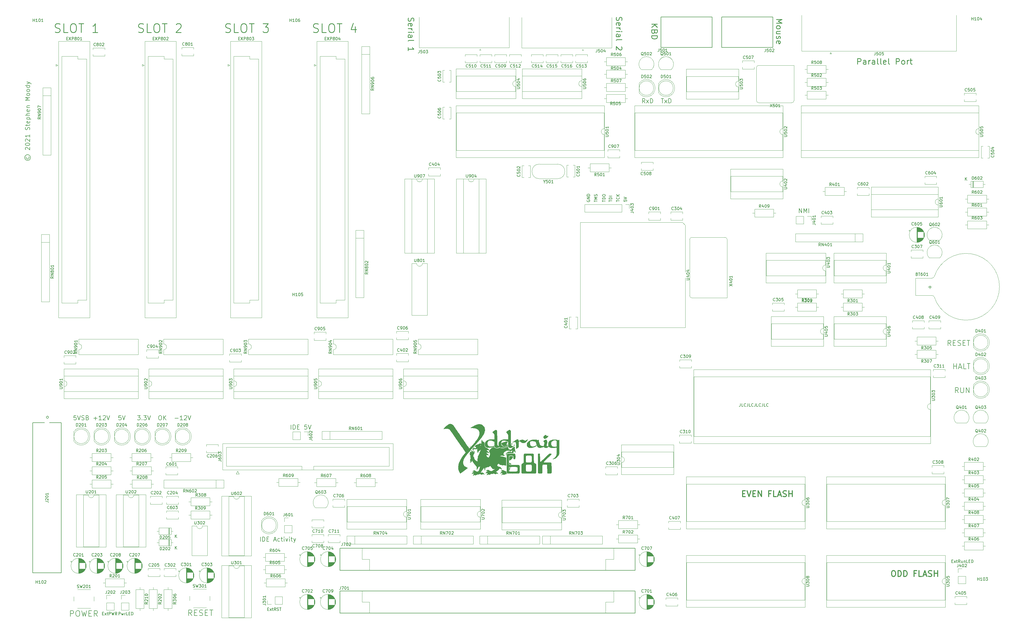
<source format=gto>
G04 #@! TF.GenerationSoftware,KiCad,Pcbnew,(5.1.10)-1*
G04 #@! TF.CreationDate,2021-12-01T13:22:19+00:00*
G04 #@! TF.ProjectId,yddraig,79646472-6169-4672-9e6b-696361645f70,rev?*
G04 #@! TF.SameCoordinates,Original*
G04 #@! TF.FileFunction,Legend,Top*
G04 #@! TF.FilePolarity,Positive*
%FSLAX46Y46*%
G04 Gerber Fmt 4.6, Leading zero omitted, Abs format (unit mm)*
G04 Created by KiCad (PCBNEW (5.1.10)-1) date 2021-12-01 13:22:19*
%MOMM*%
%LPD*%
G01*
G04 APERTURE LIST*
%ADD10C,0.300000*%
%ADD11C,0.150000*%
%ADD12C,0.200000*%
%ADD13C,0.250000*%
%ADD14C,0.120000*%
%ADD15C,0.010000*%
%ADD16C,0.152400*%
%ADD17C,1.600000*%
%ADD18R,1.600000X1.600000*%
%ADD19O,1.600000X1.600000*%
%ADD20R,1.050000X1.500000*%
%ADD21O,1.050000X1.500000*%
%ADD22C,2.000000*%
%ADD23C,3.048000*%
%ADD24C,1.397000*%
%ADD25R,1.397000X1.397000*%
%ADD26C,4.300000*%
%ADD27R,3.000000X3.000000*%
%ADD28C,3.000000*%
%ADD29C,1.422400*%
%ADD30R,1.422400X1.422400*%
%ADD31C,2.850000*%
%ADD32C,1.550000*%
%ADD33C,1.500000*%
%ADD34R,1.300000X1.300000*%
%ADD35C,1.300000*%
%ADD36C,1.700000*%
%ADD37O,1.700000X1.700000*%
%ADD38R,1.700000X1.700000*%
%ADD39C,4.000000*%
%ADD40C,3.300000*%
%ADD41C,1.524000*%
%ADD42C,3.505200*%
%ADD43C,1.905000*%
%ADD44C,1.800000*%
%ADD45R,1.800000X1.800000*%
G04 APERTURE END LIST*
D10*
X308076190Y-209557142D02*
X308742857Y-209557142D01*
X309028571Y-210604761D02*
X308076190Y-210604761D01*
X308076190Y-208604761D01*
X309028571Y-208604761D01*
X309600000Y-208604761D02*
X310266666Y-210604761D01*
X310933333Y-208604761D01*
X311600000Y-209557142D02*
X312266666Y-209557142D01*
X312552380Y-210604761D02*
X311600000Y-210604761D01*
X311600000Y-208604761D01*
X312552380Y-208604761D01*
X313409523Y-210604761D02*
X313409523Y-208604761D01*
X314552380Y-210604761D01*
X314552380Y-208604761D01*
X317695238Y-209557142D02*
X317028571Y-209557142D01*
X317028571Y-210604761D02*
X317028571Y-208604761D01*
X317980952Y-208604761D01*
X319695238Y-210604761D02*
X318742857Y-210604761D01*
X318742857Y-208604761D01*
X320266666Y-210033333D02*
X321219047Y-210033333D01*
X320076190Y-210604761D02*
X320742857Y-208604761D01*
X321409523Y-210604761D01*
X321980952Y-210509523D02*
X322266666Y-210604761D01*
X322742857Y-210604761D01*
X322933333Y-210509523D01*
X323028571Y-210414285D01*
X323123809Y-210223809D01*
X323123809Y-210033333D01*
X323028571Y-209842857D01*
X322933333Y-209747619D01*
X322742857Y-209652380D01*
X322361904Y-209557142D01*
X322171428Y-209461904D01*
X322076190Y-209366666D01*
X321980952Y-209176190D01*
X321980952Y-208985714D01*
X322076190Y-208795238D01*
X322171428Y-208700000D01*
X322361904Y-208604761D01*
X322838095Y-208604761D01*
X323123809Y-208700000D01*
X323980952Y-210604761D02*
X323980952Y-208604761D01*
X323980952Y-209557142D02*
X325123809Y-209557142D01*
X325123809Y-210604761D02*
X325123809Y-208604761D01*
X359823809Y-236104761D02*
X360204761Y-236104761D01*
X360395238Y-236200000D01*
X360585714Y-236390476D01*
X360680952Y-236771428D01*
X360680952Y-237438095D01*
X360585714Y-237819047D01*
X360395238Y-238009523D01*
X360204761Y-238104761D01*
X359823809Y-238104761D01*
X359633333Y-238009523D01*
X359442857Y-237819047D01*
X359347619Y-237438095D01*
X359347619Y-236771428D01*
X359442857Y-236390476D01*
X359633333Y-236200000D01*
X359823809Y-236104761D01*
X361538095Y-238104761D02*
X361538095Y-236104761D01*
X362014285Y-236104761D01*
X362300000Y-236200000D01*
X362490476Y-236390476D01*
X362585714Y-236580952D01*
X362680952Y-236961904D01*
X362680952Y-237247619D01*
X362585714Y-237628571D01*
X362490476Y-237819047D01*
X362300000Y-238009523D01*
X362014285Y-238104761D01*
X361538095Y-238104761D01*
X363538095Y-238104761D02*
X363538095Y-236104761D01*
X364014285Y-236104761D01*
X364300000Y-236200000D01*
X364490476Y-236390476D01*
X364585714Y-236580952D01*
X364680952Y-236961904D01*
X364680952Y-237247619D01*
X364585714Y-237628571D01*
X364490476Y-237819047D01*
X364300000Y-238009523D01*
X364014285Y-238104761D01*
X363538095Y-238104761D01*
X367728571Y-237057142D02*
X367061904Y-237057142D01*
X367061904Y-238104761D02*
X367061904Y-236104761D01*
X368014285Y-236104761D01*
X369728571Y-238104761D02*
X368776190Y-238104761D01*
X368776190Y-236104761D01*
X370300000Y-237533333D02*
X371252380Y-237533333D01*
X370109523Y-238104761D02*
X370776190Y-236104761D01*
X371442857Y-238104761D01*
X372014285Y-238009523D02*
X372300000Y-238104761D01*
X372776190Y-238104761D01*
X372966666Y-238009523D01*
X373061904Y-237914285D01*
X373157142Y-237723809D01*
X373157142Y-237533333D01*
X373061904Y-237342857D01*
X372966666Y-237247619D01*
X372776190Y-237152380D01*
X372395238Y-237057142D01*
X372204761Y-236961904D01*
X372109523Y-236866666D01*
X372014285Y-236676190D01*
X372014285Y-236485714D01*
X372109523Y-236295238D01*
X372204761Y-236200000D01*
X372395238Y-236104761D01*
X372871428Y-236104761D01*
X373157142Y-236200000D01*
X374014285Y-238104761D02*
X374014285Y-236104761D01*
X374014285Y-237057142D02*
X375157142Y-237057142D01*
X375157142Y-238104761D02*
X375157142Y-236104761D01*
D11*
X380033333Y-232828571D02*
X380366666Y-232828571D01*
X380509523Y-233352380D02*
X380033333Y-233352380D01*
X380033333Y-232352380D01*
X380509523Y-232352380D01*
X380842857Y-233352380D02*
X381366666Y-232685714D01*
X380842857Y-232685714D02*
X381366666Y-233352380D01*
X381604761Y-232685714D02*
X381985714Y-232685714D01*
X381747619Y-232352380D02*
X381747619Y-233209523D01*
X381795238Y-233304761D01*
X381890476Y-233352380D01*
X381985714Y-233352380D01*
X382890476Y-233352380D02*
X382557142Y-232876190D01*
X382319047Y-233352380D02*
X382319047Y-232352380D01*
X382700000Y-232352380D01*
X382795238Y-232400000D01*
X382842857Y-232447619D01*
X382890476Y-232542857D01*
X382890476Y-232685714D01*
X382842857Y-232780952D01*
X382795238Y-232828571D01*
X382700000Y-232876190D01*
X382319047Y-232876190D01*
X383747619Y-232685714D02*
X383747619Y-233352380D01*
X383319047Y-232685714D02*
X383319047Y-233209523D01*
X383366666Y-233304761D01*
X383461904Y-233352380D01*
X383604761Y-233352380D01*
X383700000Y-233304761D01*
X383747619Y-233257142D01*
X384223809Y-232685714D02*
X384223809Y-233352380D01*
X384223809Y-232780952D02*
X384271428Y-232733333D01*
X384366666Y-232685714D01*
X384509523Y-232685714D01*
X384604761Y-232733333D01*
X384652380Y-232828571D01*
X384652380Y-233352380D01*
X385604761Y-233352380D02*
X385128571Y-233352380D01*
X385128571Y-232352380D01*
X385938095Y-232828571D02*
X386271428Y-232828571D01*
X386414285Y-233352380D02*
X385938095Y-233352380D01*
X385938095Y-232352380D01*
X386414285Y-232352380D01*
X386842857Y-233352380D02*
X386842857Y-232352380D01*
X387080952Y-232352380D01*
X387223809Y-232400000D01*
X387319047Y-232495238D01*
X387366666Y-232590476D01*
X387414285Y-232780952D01*
X387414285Y-232923809D01*
X387366666Y-233114285D01*
X387319047Y-233209523D01*
X387223809Y-233304761D01*
X387080952Y-233352380D01*
X386842857Y-233352380D01*
X257008380Y-109029333D02*
X257008380Y-108457904D01*
X258008380Y-108743619D02*
X257008380Y-108743619D01*
X258008380Y-108124571D02*
X257008380Y-108124571D01*
X257722666Y-107791238D01*
X257008380Y-107457904D01*
X258008380Y-107457904D01*
X257960761Y-107029333D02*
X258008380Y-106886476D01*
X258008380Y-106648380D01*
X257960761Y-106553142D01*
X257913142Y-106505523D01*
X257817904Y-106457904D01*
X257722666Y-106457904D01*
X257627428Y-106505523D01*
X257579809Y-106553142D01*
X257532190Y-106648380D01*
X257484571Y-106838857D01*
X257436952Y-106934095D01*
X257389333Y-106981714D01*
X257294095Y-107029333D01*
X257198857Y-107029333D01*
X257103619Y-106981714D01*
X257056000Y-106934095D01*
X257008380Y-106838857D01*
X257008380Y-106600761D01*
X257056000Y-106457904D01*
X259802380Y-109005523D02*
X259802380Y-108434095D01*
X260802380Y-108719809D02*
X259802380Y-108719809D01*
X260802380Y-108100761D02*
X259802380Y-108100761D01*
X259802380Y-107862666D01*
X259850000Y-107719809D01*
X259945238Y-107624571D01*
X260040476Y-107576952D01*
X260230952Y-107529333D01*
X260373809Y-107529333D01*
X260564285Y-107576952D01*
X260659523Y-107624571D01*
X260754761Y-107719809D01*
X260802380Y-107862666D01*
X260802380Y-108100761D01*
X259802380Y-106910285D02*
X259802380Y-106719809D01*
X259850000Y-106624571D01*
X259945238Y-106529333D01*
X260135714Y-106481714D01*
X260469047Y-106481714D01*
X260659523Y-106529333D01*
X260754761Y-106624571D01*
X260802380Y-106719809D01*
X260802380Y-106910285D01*
X260754761Y-107005523D01*
X260659523Y-107100761D01*
X260469047Y-107148380D01*
X260135714Y-107148380D01*
X259945238Y-107100761D01*
X259850000Y-107005523D01*
X259802380Y-106910285D01*
X264628380Y-108981714D02*
X264628380Y-108410285D01*
X265628380Y-108696000D02*
X264628380Y-108696000D01*
X265533142Y-107505523D02*
X265580761Y-107553142D01*
X265628380Y-107696000D01*
X265628380Y-107791238D01*
X265580761Y-107934095D01*
X265485523Y-108029333D01*
X265390285Y-108076952D01*
X265199809Y-108124571D01*
X265056952Y-108124571D01*
X264866476Y-108076952D01*
X264771238Y-108029333D01*
X264676000Y-107934095D01*
X264628380Y-107791238D01*
X264628380Y-107696000D01*
X264676000Y-107553142D01*
X264723619Y-107505523D01*
X265628380Y-107076952D02*
X264628380Y-107076952D01*
X265628380Y-106505523D02*
X265056952Y-106934095D01*
X264628380Y-106505523D02*
X265199809Y-107076952D01*
X262088380Y-108973809D02*
X262088380Y-108402380D01*
X263088380Y-108688095D02*
X262088380Y-108688095D01*
X263088380Y-108069047D02*
X262088380Y-108069047D01*
X262088380Y-107830952D01*
X262136000Y-107688095D01*
X262231238Y-107592857D01*
X262326476Y-107545238D01*
X262516952Y-107497619D01*
X262659809Y-107497619D01*
X262850285Y-107545238D01*
X262945523Y-107592857D01*
X263040761Y-107688095D01*
X263088380Y-107830952D01*
X263088380Y-108069047D01*
X263088380Y-107069047D02*
X262088380Y-107069047D01*
X254516000Y-108457904D02*
X254468380Y-108553142D01*
X254468380Y-108696000D01*
X254516000Y-108838857D01*
X254611238Y-108934095D01*
X254706476Y-108981714D01*
X254896952Y-109029333D01*
X255039809Y-109029333D01*
X255230285Y-108981714D01*
X255325523Y-108934095D01*
X255420761Y-108838857D01*
X255468380Y-108696000D01*
X255468380Y-108600761D01*
X255420761Y-108457904D01*
X255373142Y-108410285D01*
X255039809Y-108410285D01*
X255039809Y-108600761D01*
X255468380Y-107981714D02*
X254468380Y-107981714D01*
X255468380Y-107410285D01*
X254468380Y-107410285D01*
X255468380Y-106934095D02*
X254468380Y-106934095D01*
X254468380Y-106696000D01*
X254516000Y-106553142D01*
X254611238Y-106457904D01*
X254706476Y-106410285D01*
X254896952Y-106362666D01*
X255039809Y-106362666D01*
X255230285Y-106410285D01*
X255325523Y-106457904D01*
X255420761Y-106553142D01*
X255468380Y-106696000D01*
X255468380Y-106934095D01*
X267168380Y-108394476D02*
X267168380Y-108870666D01*
X267644571Y-108918285D01*
X267596952Y-108870666D01*
X267549333Y-108775428D01*
X267549333Y-108537333D01*
X267596952Y-108442095D01*
X267644571Y-108394476D01*
X267739809Y-108346857D01*
X267977904Y-108346857D01*
X268073142Y-108394476D01*
X268120761Y-108442095D01*
X268168380Y-108537333D01*
X268168380Y-108775428D01*
X268120761Y-108870666D01*
X268073142Y-108918285D01*
X267168380Y-108061142D02*
X268168380Y-107727809D01*
X267168380Y-107394476D01*
X307292952Y-178522380D02*
X307292952Y-179236666D01*
X307245333Y-179379523D01*
X307150095Y-179474761D01*
X307007238Y-179522380D01*
X306912000Y-179522380D01*
X308245333Y-179522380D02*
X307769142Y-179522380D01*
X307769142Y-178522380D01*
X309150095Y-179427142D02*
X309102476Y-179474761D01*
X308959619Y-179522380D01*
X308864380Y-179522380D01*
X308721523Y-179474761D01*
X308626285Y-179379523D01*
X308578666Y-179284285D01*
X308531047Y-179093809D01*
X308531047Y-178950952D01*
X308578666Y-178760476D01*
X308626285Y-178665238D01*
X308721523Y-178570000D01*
X308864380Y-178522380D01*
X308959619Y-178522380D01*
X309102476Y-178570000D01*
X309150095Y-178617619D01*
X309864380Y-178522380D02*
X309864380Y-179236666D01*
X309816761Y-179379523D01*
X309721523Y-179474761D01*
X309578666Y-179522380D01*
X309483428Y-179522380D01*
X310816761Y-179522380D02*
X310340571Y-179522380D01*
X310340571Y-178522380D01*
X311721523Y-179427142D02*
X311673904Y-179474761D01*
X311531047Y-179522380D01*
X311435809Y-179522380D01*
X311292952Y-179474761D01*
X311197714Y-179379523D01*
X311150095Y-179284285D01*
X311102476Y-179093809D01*
X311102476Y-178950952D01*
X311150095Y-178760476D01*
X311197714Y-178665238D01*
X311292952Y-178570000D01*
X311435809Y-178522380D01*
X311531047Y-178522380D01*
X311673904Y-178570000D01*
X311721523Y-178617619D01*
X312435809Y-178522380D02*
X312435809Y-179236666D01*
X312388190Y-179379523D01*
X312292952Y-179474761D01*
X312150095Y-179522380D01*
X312054857Y-179522380D01*
X313388190Y-179522380D02*
X312912000Y-179522380D01*
X312912000Y-178522380D01*
X314292952Y-179427142D02*
X314245333Y-179474761D01*
X314102476Y-179522380D01*
X314007238Y-179522380D01*
X313864380Y-179474761D01*
X313769142Y-179379523D01*
X313721523Y-179284285D01*
X313673904Y-179093809D01*
X313673904Y-178950952D01*
X313721523Y-178760476D01*
X313769142Y-178665238D01*
X313864380Y-178570000D01*
X314007238Y-178522380D01*
X314102476Y-178522380D01*
X314245333Y-178570000D01*
X314292952Y-178617619D01*
X315007238Y-178522380D02*
X315007238Y-179236666D01*
X314959619Y-179379523D01*
X314864380Y-179474761D01*
X314721523Y-179522380D01*
X314626285Y-179522380D01*
X315959619Y-179522380D02*
X315483428Y-179522380D01*
X315483428Y-178522380D01*
X316864380Y-179427142D02*
X316816761Y-179474761D01*
X316673904Y-179522380D01*
X316578666Y-179522380D01*
X316435809Y-179474761D01*
X316340571Y-179379523D01*
X316292952Y-179284285D01*
X316245333Y-179093809D01*
X316245333Y-178950952D01*
X316292952Y-178760476D01*
X316340571Y-178665238D01*
X316435809Y-178570000D01*
X316578666Y-178522380D01*
X316673904Y-178522380D01*
X316816761Y-178570000D01*
X316864380Y-178617619D01*
D12*
X61511714Y-93494285D02*
X61440285Y-93637142D01*
X61440285Y-93922857D01*
X61511714Y-94065714D01*
X61654571Y-94208571D01*
X61797428Y-94280000D01*
X62083142Y-94280000D01*
X62226000Y-94208571D01*
X62368857Y-94065714D01*
X62440285Y-93922857D01*
X62440285Y-93637142D01*
X62368857Y-93494285D01*
X60940285Y-93780000D02*
X61011714Y-94137142D01*
X61226000Y-94494285D01*
X61583142Y-94708571D01*
X61940285Y-94780000D01*
X62297428Y-94708571D01*
X62654571Y-94494285D01*
X62868857Y-94137142D01*
X62940285Y-93780000D01*
X62868857Y-93422857D01*
X62654571Y-93065714D01*
X62297428Y-92851428D01*
X61940285Y-92780000D01*
X61583142Y-92851428D01*
X61226000Y-93065714D01*
X61011714Y-93422857D01*
X60940285Y-93780000D01*
X61297428Y-91065714D02*
X61226000Y-90994285D01*
X61154571Y-90851428D01*
X61154571Y-90494285D01*
X61226000Y-90351428D01*
X61297428Y-90280000D01*
X61440285Y-90208571D01*
X61583142Y-90208571D01*
X61797428Y-90280000D01*
X62654571Y-91137142D01*
X62654571Y-90208571D01*
X61154571Y-89280000D02*
X61154571Y-89137142D01*
X61226000Y-88994285D01*
X61297428Y-88922857D01*
X61440285Y-88851428D01*
X61726000Y-88780000D01*
X62083142Y-88780000D01*
X62368857Y-88851428D01*
X62511714Y-88922857D01*
X62583142Y-88994285D01*
X62654571Y-89137142D01*
X62654571Y-89280000D01*
X62583142Y-89422857D01*
X62511714Y-89494285D01*
X62368857Y-89565714D01*
X62083142Y-89637142D01*
X61726000Y-89637142D01*
X61440285Y-89565714D01*
X61297428Y-89494285D01*
X61226000Y-89422857D01*
X61154571Y-89280000D01*
X61297428Y-88208571D02*
X61226000Y-88137142D01*
X61154571Y-87994285D01*
X61154571Y-87637142D01*
X61226000Y-87494285D01*
X61297428Y-87422857D01*
X61440285Y-87351428D01*
X61583142Y-87351428D01*
X61797428Y-87422857D01*
X62654571Y-88280000D01*
X62654571Y-87351428D01*
X62654571Y-85922857D02*
X62654571Y-86780000D01*
X62654571Y-86351428D02*
X61154571Y-86351428D01*
X61368857Y-86494285D01*
X61511714Y-86637142D01*
X61583142Y-86780000D01*
X62583142Y-84208571D02*
X62654571Y-83994285D01*
X62654571Y-83637142D01*
X62583142Y-83494285D01*
X62511714Y-83422857D01*
X62368857Y-83351428D01*
X62226000Y-83351428D01*
X62083142Y-83422857D01*
X62011714Y-83494285D01*
X61940285Y-83637142D01*
X61868857Y-83922857D01*
X61797428Y-84065714D01*
X61726000Y-84137142D01*
X61583142Y-84208571D01*
X61440285Y-84208571D01*
X61297428Y-84137142D01*
X61226000Y-84065714D01*
X61154571Y-83922857D01*
X61154571Y-83565714D01*
X61226000Y-83351428D01*
X61654571Y-82922857D02*
X61654571Y-82351428D01*
X61154571Y-82708571D02*
X62440285Y-82708571D01*
X62583142Y-82637142D01*
X62654571Y-82494285D01*
X62654571Y-82351428D01*
X62583142Y-81280000D02*
X62654571Y-81422857D01*
X62654571Y-81708571D01*
X62583142Y-81851428D01*
X62440285Y-81922857D01*
X61868857Y-81922857D01*
X61726000Y-81851428D01*
X61654571Y-81708571D01*
X61654571Y-81422857D01*
X61726000Y-81280000D01*
X61868857Y-81208571D01*
X62011714Y-81208571D01*
X62154571Y-81922857D01*
X61654571Y-80565714D02*
X63154571Y-80565714D01*
X61726000Y-80565714D02*
X61654571Y-80422857D01*
X61654571Y-80137142D01*
X61726000Y-79994285D01*
X61797428Y-79922857D01*
X61940285Y-79851428D01*
X62368857Y-79851428D01*
X62511714Y-79922857D01*
X62583142Y-79994285D01*
X62654571Y-80137142D01*
X62654571Y-80422857D01*
X62583142Y-80565714D01*
X62654571Y-79208571D02*
X61154571Y-79208571D01*
X62654571Y-78565714D02*
X61868857Y-78565714D01*
X61726000Y-78637142D01*
X61654571Y-78780000D01*
X61654571Y-78994285D01*
X61726000Y-79137142D01*
X61797428Y-79208571D01*
X62583142Y-77280000D02*
X62654571Y-77422857D01*
X62654571Y-77708571D01*
X62583142Y-77851428D01*
X62440285Y-77922857D01*
X61868857Y-77922857D01*
X61726000Y-77851428D01*
X61654571Y-77708571D01*
X61654571Y-77422857D01*
X61726000Y-77280000D01*
X61868857Y-77208571D01*
X62011714Y-77208571D01*
X62154571Y-77922857D01*
X61654571Y-76565714D02*
X62654571Y-76565714D01*
X61797428Y-76565714D02*
X61726000Y-76494285D01*
X61654571Y-76351428D01*
X61654571Y-76137142D01*
X61726000Y-75994285D01*
X61868857Y-75922857D01*
X62654571Y-75922857D01*
X62654571Y-74065714D02*
X61154571Y-74065714D01*
X62226000Y-73565714D01*
X61154571Y-73065714D01*
X62654571Y-73065714D01*
X62654571Y-72137142D02*
X62583142Y-72280000D01*
X62511714Y-72351428D01*
X62368857Y-72422857D01*
X61940285Y-72422857D01*
X61797428Y-72351428D01*
X61726000Y-72280000D01*
X61654571Y-72137142D01*
X61654571Y-71922857D01*
X61726000Y-71780000D01*
X61797428Y-71708571D01*
X61940285Y-71637142D01*
X62368857Y-71637142D01*
X62511714Y-71708571D01*
X62583142Y-71780000D01*
X62654571Y-71922857D01*
X62654571Y-72137142D01*
X62654571Y-70780000D02*
X62583142Y-70922857D01*
X62511714Y-70994285D01*
X62368857Y-71065714D01*
X61940285Y-71065714D01*
X61797428Y-70994285D01*
X61726000Y-70922857D01*
X61654571Y-70780000D01*
X61654571Y-70565714D01*
X61726000Y-70422857D01*
X61797428Y-70351428D01*
X61940285Y-70280000D01*
X62368857Y-70280000D01*
X62511714Y-70351428D01*
X62583142Y-70422857D01*
X62654571Y-70565714D01*
X62654571Y-70780000D01*
X62654571Y-68994285D02*
X61154571Y-68994285D01*
X62583142Y-68994285D02*
X62654571Y-69137142D01*
X62654571Y-69422857D01*
X62583142Y-69565714D01*
X62511714Y-69637142D01*
X62368857Y-69708571D01*
X61940285Y-69708571D01*
X61797428Y-69637142D01*
X61726000Y-69565714D01*
X61654571Y-69422857D01*
X61654571Y-69137142D01*
X61726000Y-68994285D01*
X61654571Y-68422857D02*
X62654571Y-68065714D01*
X61654571Y-67708571D02*
X62654571Y-68065714D01*
X63011714Y-68208571D01*
X63083142Y-68280000D01*
X63154571Y-68422857D01*
X327541142Y-112819571D02*
X327541142Y-111319571D01*
X328398285Y-112819571D01*
X328398285Y-111319571D01*
X329112571Y-112819571D02*
X329112571Y-111319571D01*
X329612571Y-112391000D01*
X330112571Y-111319571D01*
X330112571Y-112819571D01*
X330826857Y-112819571D02*
X330826857Y-111319571D01*
D13*
X347631904Y-61610761D02*
X347631904Y-59610761D01*
X348393809Y-59610761D01*
X348584285Y-59706000D01*
X348679523Y-59801238D01*
X348774761Y-59991714D01*
X348774761Y-60277428D01*
X348679523Y-60467904D01*
X348584285Y-60563142D01*
X348393809Y-60658380D01*
X347631904Y-60658380D01*
X350489047Y-61610761D02*
X350489047Y-60563142D01*
X350393809Y-60372666D01*
X350203333Y-60277428D01*
X349822380Y-60277428D01*
X349631904Y-60372666D01*
X350489047Y-61515523D02*
X350298571Y-61610761D01*
X349822380Y-61610761D01*
X349631904Y-61515523D01*
X349536666Y-61325047D01*
X349536666Y-61134571D01*
X349631904Y-60944095D01*
X349822380Y-60848857D01*
X350298571Y-60848857D01*
X350489047Y-60753619D01*
X351441428Y-61610761D02*
X351441428Y-60277428D01*
X351441428Y-60658380D02*
X351536666Y-60467904D01*
X351631904Y-60372666D01*
X351822380Y-60277428D01*
X352012857Y-60277428D01*
X353536666Y-61610761D02*
X353536666Y-60563142D01*
X353441428Y-60372666D01*
X353250952Y-60277428D01*
X352870000Y-60277428D01*
X352679523Y-60372666D01*
X353536666Y-61515523D02*
X353346190Y-61610761D01*
X352870000Y-61610761D01*
X352679523Y-61515523D01*
X352584285Y-61325047D01*
X352584285Y-61134571D01*
X352679523Y-60944095D01*
X352870000Y-60848857D01*
X353346190Y-60848857D01*
X353536666Y-60753619D01*
X354774761Y-61610761D02*
X354584285Y-61515523D01*
X354489047Y-61325047D01*
X354489047Y-59610761D01*
X355822380Y-61610761D02*
X355631904Y-61515523D01*
X355536666Y-61325047D01*
X355536666Y-59610761D01*
X357346190Y-61515523D02*
X357155714Y-61610761D01*
X356774761Y-61610761D01*
X356584285Y-61515523D01*
X356489047Y-61325047D01*
X356489047Y-60563142D01*
X356584285Y-60372666D01*
X356774761Y-60277428D01*
X357155714Y-60277428D01*
X357346190Y-60372666D01*
X357441428Y-60563142D01*
X357441428Y-60753619D01*
X356489047Y-60944095D01*
X358584285Y-61610761D02*
X358393809Y-61515523D01*
X358298571Y-61325047D01*
X358298571Y-59610761D01*
X360870000Y-61610761D02*
X360870000Y-59610761D01*
X361631904Y-59610761D01*
X361822380Y-59706000D01*
X361917619Y-59801238D01*
X362012857Y-59991714D01*
X362012857Y-60277428D01*
X361917619Y-60467904D01*
X361822380Y-60563142D01*
X361631904Y-60658380D01*
X360870000Y-60658380D01*
X363155714Y-61610761D02*
X362965238Y-61515523D01*
X362870000Y-61420285D01*
X362774761Y-61229809D01*
X362774761Y-60658380D01*
X362870000Y-60467904D01*
X362965238Y-60372666D01*
X363155714Y-60277428D01*
X363441428Y-60277428D01*
X363631904Y-60372666D01*
X363727142Y-60467904D01*
X363822380Y-60658380D01*
X363822380Y-61229809D01*
X363727142Y-61420285D01*
X363631904Y-61515523D01*
X363441428Y-61610761D01*
X363155714Y-61610761D01*
X364679523Y-61610761D02*
X364679523Y-60277428D01*
X364679523Y-60658380D02*
X364774761Y-60467904D01*
X364870000Y-60372666D01*
X365060476Y-60277428D01*
X365250952Y-60277428D01*
X365631904Y-60277428D02*
X366393809Y-60277428D01*
X365917619Y-59610761D02*
X365917619Y-61325047D01*
X366012857Y-61515523D01*
X366203333Y-61610761D01*
X366393809Y-61610761D01*
X319643238Y-46149142D02*
X321643238Y-46149142D01*
X320214666Y-46815809D01*
X321643238Y-47482476D01*
X319643238Y-47482476D01*
X319643238Y-48720571D02*
X319738476Y-48530095D01*
X319833714Y-48434857D01*
X320024190Y-48339619D01*
X320595619Y-48339619D01*
X320786095Y-48434857D01*
X320881333Y-48530095D01*
X320976571Y-48720571D01*
X320976571Y-49006285D01*
X320881333Y-49196761D01*
X320786095Y-49292000D01*
X320595619Y-49387238D01*
X320024190Y-49387238D01*
X319833714Y-49292000D01*
X319738476Y-49196761D01*
X319643238Y-49006285D01*
X319643238Y-48720571D01*
X320976571Y-51101523D02*
X319643238Y-51101523D01*
X320976571Y-50244380D02*
X319928952Y-50244380D01*
X319738476Y-50339619D01*
X319643238Y-50530095D01*
X319643238Y-50815809D01*
X319738476Y-51006285D01*
X319833714Y-51101523D01*
X319738476Y-51958666D02*
X319643238Y-52149142D01*
X319643238Y-52530095D01*
X319738476Y-52720571D01*
X319928952Y-52815809D01*
X320024190Y-52815809D01*
X320214666Y-52720571D01*
X320309904Y-52530095D01*
X320309904Y-52244380D01*
X320405142Y-52053904D01*
X320595619Y-51958666D01*
X320690857Y-51958666D01*
X320881333Y-52053904D01*
X320976571Y-52244380D01*
X320976571Y-52530095D01*
X320881333Y-52720571D01*
X319738476Y-54434857D02*
X319643238Y-54244380D01*
X319643238Y-53863428D01*
X319738476Y-53672952D01*
X319928952Y-53577714D01*
X320690857Y-53577714D01*
X320881333Y-53672952D01*
X320976571Y-53863428D01*
X320976571Y-54244380D01*
X320881333Y-54434857D01*
X320690857Y-54530095D01*
X320500380Y-54530095D01*
X320309904Y-53577714D01*
X276717238Y-47768190D02*
X278717238Y-47768190D01*
X276717238Y-48911047D02*
X277860095Y-48053904D01*
X278717238Y-48911047D02*
X277574380Y-47768190D01*
X277764857Y-50434857D02*
X277669619Y-50720571D01*
X277574380Y-50815809D01*
X277383904Y-50911047D01*
X277098190Y-50911047D01*
X276907714Y-50815809D01*
X276812476Y-50720571D01*
X276717238Y-50530095D01*
X276717238Y-49768190D01*
X278717238Y-49768190D01*
X278717238Y-50434857D01*
X278622000Y-50625333D01*
X278526761Y-50720571D01*
X278336285Y-50815809D01*
X278145809Y-50815809D01*
X277955333Y-50720571D01*
X277860095Y-50625333D01*
X277764857Y-50434857D01*
X277764857Y-49768190D01*
X276717238Y-51768190D02*
X278717238Y-51768190D01*
X278717238Y-52244380D01*
X278622000Y-52530095D01*
X278431523Y-52720571D01*
X278241047Y-52815809D01*
X277860095Y-52911047D01*
X277574380Y-52911047D01*
X277193428Y-52815809D01*
X277002952Y-52720571D01*
X276812476Y-52530095D01*
X276717238Y-52244380D01*
X276717238Y-51768190D01*
X264620476Y-45387333D02*
X264525238Y-45673047D01*
X264525238Y-46149238D01*
X264620476Y-46339714D01*
X264715714Y-46434952D01*
X264906190Y-46530190D01*
X265096666Y-46530190D01*
X265287142Y-46434952D01*
X265382380Y-46339714D01*
X265477619Y-46149238D01*
X265572857Y-45768285D01*
X265668095Y-45577809D01*
X265763333Y-45482571D01*
X265953809Y-45387333D01*
X266144285Y-45387333D01*
X266334761Y-45482571D01*
X266430000Y-45577809D01*
X266525238Y-45768285D01*
X266525238Y-46244476D01*
X266430000Y-46530190D01*
X264620476Y-48149238D02*
X264525238Y-47958761D01*
X264525238Y-47577809D01*
X264620476Y-47387333D01*
X264810952Y-47292095D01*
X265572857Y-47292095D01*
X265763333Y-47387333D01*
X265858571Y-47577809D01*
X265858571Y-47958761D01*
X265763333Y-48149238D01*
X265572857Y-48244476D01*
X265382380Y-48244476D01*
X265191904Y-47292095D01*
X264525238Y-49101619D02*
X265858571Y-49101619D01*
X265477619Y-49101619D02*
X265668095Y-49196857D01*
X265763333Y-49292095D01*
X265858571Y-49482571D01*
X265858571Y-49673047D01*
X264525238Y-50339714D02*
X265858571Y-50339714D01*
X266525238Y-50339714D02*
X266430000Y-50244476D01*
X266334761Y-50339714D01*
X266430000Y-50434952D01*
X266525238Y-50339714D01*
X266334761Y-50339714D01*
X264525238Y-52149238D02*
X265572857Y-52149238D01*
X265763333Y-52054000D01*
X265858571Y-51863523D01*
X265858571Y-51482571D01*
X265763333Y-51292095D01*
X264620476Y-52149238D02*
X264525238Y-51958761D01*
X264525238Y-51482571D01*
X264620476Y-51292095D01*
X264810952Y-51196857D01*
X265001428Y-51196857D01*
X265191904Y-51292095D01*
X265287142Y-51482571D01*
X265287142Y-51958761D01*
X265382380Y-52149238D01*
X264525238Y-53387333D02*
X264620476Y-53196857D01*
X264810952Y-53101619D01*
X266525238Y-53101619D01*
X266334761Y-55577809D02*
X266430000Y-55673047D01*
X266525238Y-55863523D01*
X266525238Y-56339714D01*
X266430000Y-56530190D01*
X266334761Y-56625428D01*
X266144285Y-56720666D01*
X265953809Y-56720666D01*
X265668095Y-56625428D01*
X264525238Y-55482571D01*
X264525238Y-56720666D01*
X192992476Y-45641333D02*
X192897238Y-45927047D01*
X192897238Y-46403238D01*
X192992476Y-46593714D01*
X193087714Y-46688952D01*
X193278190Y-46784190D01*
X193468666Y-46784190D01*
X193659142Y-46688952D01*
X193754380Y-46593714D01*
X193849619Y-46403238D01*
X193944857Y-46022285D01*
X194040095Y-45831809D01*
X194135333Y-45736571D01*
X194325809Y-45641333D01*
X194516285Y-45641333D01*
X194706761Y-45736571D01*
X194802000Y-45831809D01*
X194897238Y-46022285D01*
X194897238Y-46498476D01*
X194802000Y-46784190D01*
X192992476Y-48403238D02*
X192897238Y-48212761D01*
X192897238Y-47831809D01*
X192992476Y-47641333D01*
X193182952Y-47546095D01*
X193944857Y-47546095D01*
X194135333Y-47641333D01*
X194230571Y-47831809D01*
X194230571Y-48212761D01*
X194135333Y-48403238D01*
X193944857Y-48498476D01*
X193754380Y-48498476D01*
X193563904Y-47546095D01*
X192897238Y-49355619D02*
X194230571Y-49355619D01*
X193849619Y-49355619D02*
X194040095Y-49450857D01*
X194135333Y-49546095D01*
X194230571Y-49736571D01*
X194230571Y-49927047D01*
X192897238Y-50593714D02*
X194230571Y-50593714D01*
X194897238Y-50593714D02*
X194802000Y-50498476D01*
X194706761Y-50593714D01*
X194802000Y-50688952D01*
X194897238Y-50593714D01*
X194706761Y-50593714D01*
X192897238Y-52403238D02*
X193944857Y-52403238D01*
X194135333Y-52308000D01*
X194230571Y-52117523D01*
X194230571Y-51736571D01*
X194135333Y-51546095D01*
X192992476Y-52403238D02*
X192897238Y-52212761D01*
X192897238Y-51736571D01*
X192992476Y-51546095D01*
X193182952Y-51450857D01*
X193373428Y-51450857D01*
X193563904Y-51546095D01*
X193659142Y-51736571D01*
X193659142Y-52212761D01*
X193754380Y-52403238D01*
X192897238Y-53641333D02*
X192992476Y-53450857D01*
X193182952Y-53355619D01*
X194897238Y-53355619D01*
X192897238Y-56974666D02*
X192897238Y-55831809D01*
X192897238Y-56403238D02*
X194897238Y-56403238D01*
X194611523Y-56212761D01*
X194421047Y-56022285D01*
X194325809Y-55831809D01*
X160282857Y-50490285D02*
X160711428Y-50633142D01*
X161425714Y-50633142D01*
X161711428Y-50490285D01*
X161854285Y-50347428D01*
X161997142Y-50061714D01*
X161997142Y-49776000D01*
X161854285Y-49490285D01*
X161711428Y-49347428D01*
X161425714Y-49204571D01*
X160854285Y-49061714D01*
X160568571Y-48918857D01*
X160425714Y-48776000D01*
X160282857Y-48490285D01*
X160282857Y-48204571D01*
X160425714Y-47918857D01*
X160568571Y-47776000D01*
X160854285Y-47633142D01*
X161568571Y-47633142D01*
X161997142Y-47776000D01*
X164711428Y-50633142D02*
X163282857Y-50633142D01*
X163282857Y-47633142D01*
X166282857Y-47633142D02*
X166854285Y-47633142D01*
X167140000Y-47776000D01*
X167425714Y-48061714D01*
X167568571Y-48633142D01*
X167568571Y-49633142D01*
X167425714Y-50204571D01*
X167140000Y-50490285D01*
X166854285Y-50633142D01*
X166282857Y-50633142D01*
X165997142Y-50490285D01*
X165711428Y-50204571D01*
X165568571Y-49633142D01*
X165568571Y-48633142D01*
X165711428Y-48061714D01*
X165997142Y-47776000D01*
X166282857Y-47633142D01*
X168425714Y-47633142D02*
X170140000Y-47633142D01*
X169282857Y-50633142D02*
X169282857Y-47633142D01*
X174711428Y-48633142D02*
X174711428Y-50633142D01*
X173997142Y-47490285D02*
X173282857Y-49633142D01*
X175140000Y-49633142D01*
X130056857Y-50490285D02*
X130485428Y-50633142D01*
X131199714Y-50633142D01*
X131485428Y-50490285D01*
X131628285Y-50347428D01*
X131771142Y-50061714D01*
X131771142Y-49776000D01*
X131628285Y-49490285D01*
X131485428Y-49347428D01*
X131199714Y-49204571D01*
X130628285Y-49061714D01*
X130342571Y-48918857D01*
X130199714Y-48776000D01*
X130056857Y-48490285D01*
X130056857Y-48204571D01*
X130199714Y-47918857D01*
X130342571Y-47776000D01*
X130628285Y-47633142D01*
X131342571Y-47633142D01*
X131771142Y-47776000D01*
X134485428Y-50633142D02*
X133056857Y-50633142D01*
X133056857Y-47633142D01*
X136056857Y-47633142D02*
X136628285Y-47633142D01*
X136914000Y-47776000D01*
X137199714Y-48061714D01*
X137342571Y-48633142D01*
X137342571Y-49633142D01*
X137199714Y-50204571D01*
X136914000Y-50490285D01*
X136628285Y-50633142D01*
X136056857Y-50633142D01*
X135771142Y-50490285D01*
X135485428Y-50204571D01*
X135342571Y-49633142D01*
X135342571Y-48633142D01*
X135485428Y-48061714D01*
X135771142Y-47776000D01*
X136056857Y-47633142D01*
X138199714Y-47633142D02*
X139914000Y-47633142D01*
X139056857Y-50633142D02*
X139056857Y-47633142D01*
X142914000Y-47633142D02*
X144771142Y-47633142D01*
X143771142Y-48776000D01*
X144199714Y-48776000D01*
X144485428Y-48918857D01*
X144628285Y-49061714D01*
X144771142Y-49347428D01*
X144771142Y-50061714D01*
X144628285Y-50347428D01*
X144485428Y-50490285D01*
X144199714Y-50633142D01*
X143342571Y-50633142D01*
X143056857Y-50490285D01*
X142914000Y-50347428D01*
X100084857Y-50490285D02*
X100513428Y-50633142D01*
X101227714Y-50633142D01*
X101513428Y-50490285D01*
X101656285Y-50347428D01*
X101799142Y-50061714D01*
X101799142Y-49776000D01*
X101656285Y-49490285D01*
X101513428Y-49347428D01*
X101227714Y-49204571D01*
X100656285Y-49061714D01*
X100370571Y-48918857D01*
X100227714Y-48776000D01*
X100084857Y-48490285D01*
X100084857Y-48204571D01*
X100227714Y-47918857D01*
X100370571Y-47776000D01*
X100656285Y-47633142D01*
X101370571Y-47633142D01*
X101799142Y-47776000D01*
X104513428Y-50633142D02*
X103084857Y-50633142D01*
X103084857Y-47633142D01*
X106084857Y-47633142D02*
X106656285Y-47633142D01*
X106942000Y-47776000D01*
X107227714Y-48061714D01*
X107370571Y-48633142D01*
X107370571Y-49633142D01*
X107227714Y-50204571D01*
X106942000Y-50490285D01*
X106656285Y-50633142D01*
X106084857Y-50633142D01*
X105799142Y-50490285D01*
X105513428Y-50204571D01*
X105370571Y-49633142D01*
X105370571Y-48633142D01*
X105513428Y-48061714D01*
X105799142Y-47776000D01*
X106084857Y-47633142D01*
X108227714Y-47633142D02*
X109942000Y-47633142D01*
X109084857Y-50633142D02*
X109084857Y-47633142D01*
X113084857Y-47918857D02*
X113227714Y-47776000D01*
X113513428Y-47633142D01*
X114227714Y-47633142D01*
X114513428Y-47776000D01*
X114656285Y-47918857D01*
X114799142Y-48204571D01*
X114799142Y-48490285D01*
X114656285Y-48918857D01*
X112942000Y-50633142D01*
X114799142Y-50633142D01*
X71382857Y-50490285D02*
X71811428Y-50633142D01*
X72525714Y-50633142D01*
X72811428Y-50490285D01*
X72954285Y-50347428D01*
X73097142Y-50061714D01*
X73097142Y-49776000D01*
X72954285Y-49490285D01*
X72811428Y-49347428D01*
X72525714Y-49204571D01*
X71954285Y-49061714D01*
X71668571Y-48918857D01*
X71525714Y-48776000D01*
X71382857Y-48490285D01*
X71382857Y-48204571D01*
X71525714Y-47918857D01*
X71668571Y-47776000D01*
X71954285Y-47633142D01*
X72668571Y-47633142D01*
X73097142Y-47776000D01*
X75811428Y-50633142D02*
X74382857Y-50633142D01*
X74382857Y-47633142D01*
X77382857Y-47633142D02*
X77954285Y-47633142D01*
X78240000Y-47776000D01*
X78525714Y-48061714D01*
X78668571Y-48633142D01*
X78668571Y-49633142D01*
X78525714Y-50204571D01*
X78240000Y-50490285D01*
X77954285Y-50633142D01*
X77382857Y-50633142D01*
X77097142Y-50490285D01*
X76811428Y-50204571D01*
X76668571Y-49633142D01*
X76668571Y-48633142D01*
X76811428Y-48061714D01*
X77097142Y-47776000D01*
X77382857Y-47633142D01*
X79525714Y-47633142D02*
X81240000Y-47633142D01*
X80382857Y-50633142D02*
X80382857Y-47633142D01*
X86097142Y-50633142D02*
X84382857Y-50633142D01*
X85240000Y-50633142D02*
X85240000Y-47633142D01*
X84954285Y-48061714D01*
X84668571Y-48347428D01*
X84382857Y-48490285D01*
D12*
X142082000Y-225976571D02*
X142082000Y-224476571D01*
X142796285Y-225976571D02*
X142796285Y-224476571D01*
X143153428Y-224476571D01*
X143367714Y-224548000D01*
X143510571Y-224690857D01*
X143582000Y-224833714D01*
X143653428Y-225119428D01*
X143653428Y-225333714D01*
X143582000Y-225619428D01*
X143510571Y-225762285D01*
X143367714Y-225905142D01*
X143153428Y-225976571D01*
X142796285Y-225976571D01*
X144296285Y-225190857D02*
X144796285Y-225190857D01*
X145010571Y-225976571D02*
X144296285Y-225976571D01*
X144296285Y-224476571D01*
X145010571Y-224476571D01*
X146724857Y-225548000D02*
X147439142Y-225548000D01*
X146582000Y-225976571D02*
X147082000Y-224476571D01*
X147582000Y-225976571D01*
X148724857Y-225905142D02*
X148582000Y-225976571D01*
X148296285Y-225976571D01*
X148153428Y-225905142D01*
X148082000Y-225833714D01*
X148010571Y-225690857D01*
X148010571Y-225262285D01*
X148082000Y-225119428D01*
X148153428Y-225048000D01*
X148296285Y-224976571D01*
X148582000Y-224976571D01*
X148724857Y-225048000D01*
X149153428Y-224976571D02*
X149724857Y-224976571D01*
X149367714Y-224476571D02*
X149367714Y-225762285D01*
X149439142Y-225905142D01*
X149582000Y-225976571D01*
X149724857Y-225976571D01*
X150224857Y-225976571D02*
X150224857Y-224976571D01*
X150224857Y-224476571D02*
X150153428Y-224548000D01*
X150224857Y-224619428D01*
X150296285Y-224548000D01*
X150224857Y-224476571D01*
X150224857Y-224619428D01*
X150796285Y-224976571D02*
X151153428Y-225976571D01*
X151510571Y-224976571D01*
X152082000Y-225976571D02*
X152082000Y-224976571D01*
X152082000Y-224476571D02*
X152010571Y-224548000D01*
X152082000Y-224619428D01*
X152153428Y-224548000D01*
X152082000Y-224476571D01*
X152082000Y-224619428D01*
X152582000Y-224976571D02*
X153153428Y-224976571D01*
X152796285Y-224476571D02*
X152796285Y-225762285D01*
X152867714Y-225905142D01*
X153010571Y-225976571D01*
X153153428Y-225976571D01*
X153510571Y-224976571D02*
X153867714Y-225976571D01*
X154224857Y-224976571D02*
X153867714Y-225976571D01*
X153724857Y-226333714D01*
X153653428Y-226405142D01*
X153510571Y-226476571D01*
X152598857Y-187368571D02*
X152598857Y-185868571D01*
X153313142Y-187368571D02*
X153313142Y-185868571D01*
X153670285Y-185868571D01*
X153884571Y-185940000D01*
X154027428Y-186082857D01*
X154098857Y-186225714D01*
X154170285Y-186511428D01*
X154170285Y-186725714D01*
X154098857Y-187011428D01*
X154027428Y-187154285D01*
X153884571Y-187297142D01*
X153670285Y-187368571D01*
X153313142Y-187368571D01*
X154813142Y-186582857D02*
X155313142Y-186582857D01*
X155527428Y-187368571D02*
X154813142Y-187368571D01*
X154813142Y-185868571D01*
X155527428Y-185868571D01*
X158027428Y-185868571D02*
X157313142Y-185868571D01*
X157241714Y-186582857D01*
X157313142Y-186511428D01*
X157456000Y-186440000D01*
X157813142Y-186440000D01*
X157956000Y-186511428D01*
X158027428Y-186582857D01*
X158098857Y-186725714D01*
X158098857Y-187082857D01*
X158027428Y-187225714D01*
X157956000Y-187297142D01*
X157813142Y-187368571D01*
X157456000Y-187368571D01*
X157313142Y-187297142D01*
X157241714Y-187225714D01*
X158527428Y-185868571D02*
X159027428Y-187368571D01*
X159527428Y-185868571D01*
D11*
X144550095Y-249356571D02*
X144883428Y-249356571D01*
X145026285Y-249880380D02*
X144550095Y-249880380D01*
X144550095Y-248880380D01*
X145026285Y-248880380D01*
X145359619Y-249880380D02*
X145883428Y-249213714D01*
X145359619Y-249213714D02*
X145883428Y-249880380D01*
X146121523Y-249213714D02*
X146502476Y-249213714D01*
X146264380Y-248880380D02*
X146264380Y-249737523D01*
X146312000Y-249832761D01*
X146407238Y-249880380D01*
X146502476Y-249880380D01*
X147407238Y-249880380D02*
X147073904Y-249404190D01*
X146835809Y-249880380D02*
X146835809Y-248880380D01*
X147216761Y-248880380D01*
X147312000Y-248928000D01*
X147359619Y-248975619D01*
X147407238Y-249070857D01*
X147407238Y-249213714D01*
X147359619Y-249308952D01*
X147312000Y-249356571D01*
X147216761Y-249404190D01*
X146835809Y-249404190D01*
X147788190Y-249832761D02*
X147931047Y-249880380D01*
X148169142Y-249880380D01*
X148264380Y-249832761D01*
X148312000Y-249785142D01*
X148359619Y-249689904D01*
X148359619Y-249594666D01*
X148312000Y-249499428D01*
X148264380Y-249451809D01*
X148169142Y-249404190D01*
X147978666Y-249356571D01*
X147883428Y-249308952D01*
X147835809Y-249261333D01*
X147788190Y-249166095D01*
X147788190Y-249070857D01*
X147835809Y-248975619D01*
X147883428Y-248928000D01*
X147978666Y-248880380D01*
X148216761Y-248880380D01*
X148359619Y-248928000D01*
X148645333Y-248880380D02*
X149216761Y-248880380D01*
X148931047Y-249880380D02*
X148931047Y-248880380D01*
X93305619Y-251404380D02*
X93305619Y-250404380D01*
X93686571Y-250404380D01*
X93781809Y-250452000D01*
X93829428Y-250499619D01*
X93877047Y-250594857D01*
X93877047Y-250737714D01*
X93829428Y-250832952D01*
X93781809Y-250880571D01*
X93686571Y-250928190D01*
X93305619Y-250928190D01*
X94210380Y-250737714D02*
X94400857Y-251404380D01*
X94591333Y-250928190D01*
X94781809Y-251404380D01*
X94972285Y-250737714D01*
X95353238Y-251404380D02*
X95353238Y-250737714D01*
X95353238Y-250928190D02*
X95400857Y-250832952D01*
X95448476Y-250785333D01*
X95543714Y-250737714D01*
X95638952Y-250737714D01*
X96448476Y-251404380D02*
X95972285Y-251404380D01*
X95972285Y-250404380D01*
X96781809Y-250880571D02*
X97115142Y-250880571D01*
X97258000Y-251404380D02*
X96781809Y-251404380D01*
X96781809Y-250404380D01*
X97258000Y-250404380D01*
X97686571Y-251404380D02*
X97686571Y-250404380D01*
X97924666Y-250404380D01*
X98067523Y-250452000D01*
X98162761Y-250547238D01*
X98210380Y-250642476D01*
X98258000Y-250832952D01*
X98258000Y-250975809D01*
X98210380Y-251166285D01*
X98162761Y-251261523D01*
X98067523Y-251356761D01*
X97924666Y-251404380D01*
X97686571Y-251404380D01*
X87693809Y-250880571D02*
X88027142Y-250880571D01*
X88170000Y-251404380D02*
X87693809Y-251404380D01*
X87693809Y-250404380D01*
X88170000Y-250404380D01*
X88503333Y-251404380D02*
X89027142Y-250737714D01*
X88503333Y-250737714D02*
X89027142Y-251404380D01*
X89265238Y-250737714D02*
X89646190Y-250737714D01*
X89408095Y-250404380D02*
X89408095Y-251261523D01*
X89455714Y-251356761D01*
X89550952Y-251404380D01*
X89646190Y-251404380D01*
X89979523Y-251404380D02*
X89979523Y-250404380D01*
X90360476Y-250404380D01*
X90455714Y-250452000D01*
X90503333Y-250499619D01*
X90550952Y-250594857D01*
X90550952Y-250737714D01*
X90503333Y-250832952D01*
X90455714Y-250880571D01*
X90360476Y-250928190D01*
X89979523Y-250928190D01*
X90884285Y-250404380D02*
X91122380Y-251404380D01*
X91312857Y-250690095D01*
X91503333Y-251404380D01*
X91741428Y-250404380D01*
X92693809Y-251404380D02*
X92360476Y-250928190D01*
X92122380Y-251404380D02*
X92122380Y-250404380D01*
X92503333Y-250404380D01*
X92598571Y-250452000D01*
X92646190Y-250499619D01*
X92693809Y-250594857D01*
X92693809Y-250737714D01*
X92646190Y-250832952D01*
X92598571Y-250880571D01*
X92503333Y-250928190D01*
X92122380Y-250928190D01*
D12*
X118507238Y-251602761D02*
X117840571Y-250650380D01*
X117364380Y-251602761D02*
X117364380Y-249602761D01*
X118126285Y-249602761D01*
X118316761Y-249698000D01*
X118412000Y-249793238D01*
X118507238Y-249983714D01*
X118507238Y-250269428D01*
X118412000Y-250459904D01*
X118316761Y-250555142D01*
X118126285Y-250650380D01*
X117364380Y-250650380D01*
X119364380Y-250555142D02*
X120031047Y-250555142D01*
X120316761Y-251602761D02*
X119364380Y-251602761D01*
X119364380Y-249602761D01*
X120316761Y-249602761D01*
X121078666Y-251507523D02*
X121364380Y-251602761D01*
X121840571Y-251602761D01*
X122031047Y-251507523D01*
X122126285Y-251412285D01*
X122221523Y-251221809D01*
X122221523Y-251031333D01*
X122126285Y-250840857D01*
X122031047Y-250745619D01*
X121840571Y-250650380D01*
X121459619Y-250555142D01*
X121269142Y-250459904D01*
X121173904Y-250364666D01*
X121078666Y-250174190D01*
X121078666Y-249983714D01*
X121173904Y-249793238D01*
X121269142Y-249698000D01*
X121459619Y-249602761D01*
X121935809Y-249602761D01*
X122221523Y-249698000D01*
X123078666Y-250555142D02*
X123745333Y-250555142D01*
X124031047Y-251602761D02*
X123078666Y-251602761D01*
X123078666Y-249602761D01*
X124031047Y-249602761D01*
X124602476Y-249602761D02*
X125745333Y-249602761D01*
X125173904Y-251602761D02*
X125173904Y-249602761D01*
X76660952Y-251856761D02*
X76660952Y-249856761D01*
X77422857Y-249856761D01*
X77613333Y-249952000D01*
X77708571Y-250047238D01*
X77803809Y-250237714D01*
X77803809Y-250523428D01*
X77708571Y-250713904D01*
X77613333Y-250809142D01*
X77422857Y-250904380D01*
X76660952Y-250904380D01*
X79041904Y-249856761D02*
X79422857Y-249856761D01*
X79613333Y-249952000D01*
X79803809Y-250142476D01*
X79899047Y-250523428D01*
X79899047Y-251190095D01*
X79803809Y-251571047D01*
X79613333Y-251761523D01*
X79422857Y-251856761D01*
X79041904Y-251856761D01*
X78851428Y-251761523D01*
X78660952Y-251571047D01*
X78565714Y-251190095D01*
X78565714Y-250523428D01*
X78660952Y-250142476D01*
X78851428Y-249952000D01*
X79041904Y-249856761D01*
X80565714Y-249856761D02*
X81041904Y-251856761D01*
X81422857Y-250428190D01*
X81803809Y-251856761D01*
X82280000Y-249856761D01*
X83041904Y-250809142D02*
X83708571Y-250809142D01*
X83994285Y-251856761D02*
X83041904Y-251856761D01*
X83041904Y-249856761D01*
X83994285Y-249856761D01*
X85994285Y-251856761D02*
X85327619Y-250904380D01*
X84851428Y-251856761D02*
X84851428Y-249856761D01*
X85613333Y-249856761D01*
X85803809Y-249952000D01*
X85899047Y-250047238D01*
X85994285Y-250237714D01*
X85994285Y-250523428D01*
X85899047Y-250713904D01*
X85803809Y-250809142D01*
X85613333Y-250904380D01*
X84851428Y-250904380D01*
X382338428Y-174804285D02*
X381738428Y-173947142D01*
X381309857Y-174804285D02*
X381309857Y-173004285D01*
X381995571Y-173004285D01*
X382167000Y-173090000D01*
X382252714Y-173175714D01*
X382338428Y-173347142D01*
X382338428Y-173604285D01*
X382252714Y-173775714D01*
X382167000Y-173861428D01*
X381995571Y-173947142D01*
X381309857Y-173947142D01*
X383109857Y-173004285D02*
X383109857Y-174461428D01*
X383195571Y-174632857D01*
X383281285Y-174718571D01*
X383452714Y-174804285D01*
X383795571Y-174804285D01*
X383967000Y-174718571D01*
X384052714Y-174632857D01*
X384138428Y-174461428D01*
X384138428Y-173004285D01*
X384995571Y-174804285D02*
X384995571Y-173004285D01*
X386024142Y-174804285D01*
X386024142Y-173004285D01*
X380713000Y-166549285D02*
X380713000Y-164749285D01*
X380713000Y-165606428D02*
X381741571Y-165606428D01*
X381741571Y-166549285D02*
X381741571Y-164749285D01*
X382513000Y-166035000D02*
X383370142Y-166035000D01*
X382341571Y-166549285D02*
X382941571Y-164749285D01*
X383541571Y-166549285D01*
X384998714Y-166549285D02*
X384141571Y-166549285D01*
X384141571Y-164749285D01*
X385341571Y-164749285D02*
X386370142Y-164749285D01*
X385855857Y-166549285D02*
X385855857Y-164749285D01*
X379782714Y-158548285D02*
X379182714Y-157691142D01*
X378754142Y-158548285D02*
X378754142Y-156748285D01*
X379439857Y-156748285D01*
X379611285Y-156834000D01*
X379697000Y-156919714D01*
X379782714Y-157091142D01*
X379782714Y-157348285D01*
X379697000Y-157519714D01*
X379611285Y-157605428D01*
X379439857Y-157691142D01*
X378754142Y-157691142D01*
X380554142Y-157605428D02*
X381154142Y-157605428D01*
X381411285Y-158548285D02*
X380554142Y-158548285D01*
X380554142Y-156748285D01*
X381411285Y-156748285D01*
X382097000Y-158462571D02*
X382354142Y-158548285D01*
X382782714Y-158548285D01*
X382954142Y-158462571D01*
X383039857Y-158376857D01*
X383125571Y-158205428D01*
X383125571Y-158034000D01*
X383039857Y-157862571D01*
X382954142Y-157776857D01*
X382782714Y-157691142D01*
X382439857Y-157605428D01*
X382268428Y-157519714D01*
X382182714Y-157434000D01*
X382097000Y-157262571D01*
X382097000Y-157091142D01*
X382182714Y-156919714D01*
X382268428Y-156834000D01*
X382439857Y-156748285D01*
X382868428Y-156748285D01*
X383125571Y-156834000D01*
X383897000Y-157605428D02*
X384497000Y-157605428D01*
X384754142Y-158548285D02*
X383897000Y-158548285D01*
X383897000Y-156748285D01*
X384754142Y-156748285D01*
X385268428Y-156748285D02*
X386297000Y-156748285D01*
X385782714Y-158548285D02*
X385782714Y-156748285D01*
X274443142Y-74973571D02*
X273943142Y-74259285D01*
X273586000Y-74973571D02*
X273586000Y-73473571D01*
X274157428Y-73473571D01*
X274300285Y-73545000D01*
X274371714Y-73616428D01*
X274443142Y-73759285D01*
X274443142Y-73973571D01*
X274371714Y-74116428D01*
X274300285Y-74187857D01*
X274157428Y-74259285D01*
X273586000Y-74259285D01*
X274943142Y-74973571D02*
X275728857Y-73973571D01*
X274943142Y-73973571D02*
X275728857Y-74973571D01*
X276300285Y-74973571D02*
X276300285Y-73473571D01*
X276657428Y-73473571D01*
X276871714Y-73545000D01*
X277014571Y-73687857D01*
X277086000Y-73830714D01*
X277157428Y-74116428D01*
X277157428Y-74330714D01*
X277086000Y-74616428D01*
X277014571Y-74759285D01*
X276871714Y-74902142D01*
X276657428Y-74973571D01*
X276300285Y-74973571D01*
X280027285Y-73473571D02*
X280884428Y-73473571D01*
X280455857Y-74973571D02*
X280455857Y-73473571D01*
X281241571Y-74973571D02*
X282027285Y-73973571D01*
X281241571Y-73973571D02*
X282027285Y-74973571D01*
X282598714Y-74973571D02*
X282598714Y-73473571D01*
X282955857Y-73473571D01*
X283170142Y-73545000D01*
X283313000Y-73687857D01*
X283384428Y-73830714D01*
X283455857Y-74116428D01*
X283455857Y-74330714D01*
X283384428Y-74616428D01*
X283313000Y-74759285D01*
X283170142Y-74902142D01*
X282955857Y-74973571D01*
X282598714Y-74973571D01*
X112673142Y-183622142D02*
X113816000Y-183622142D01*
X115316000Y-184193571D02*
X114458857Y-184193571D01*
X114887428Y-184193571D02*
X114887428Y-182693571D01*
X114744571Y-182907857D01*
X114601714Y-183050714D01*
X114458857Y-183122142D01*
X115887428Y-182836428D02*
X115958857Y-182765000D01*
X116101714Y-182693571D01*
X116458857Y-182693571D01*
X116601714Y-182765000D01*
X116673142Y-182836428D01*
X116744571Y-182979285D01*
X116744571Y-183122142D01*
X116673142Y-183336428D01*
X115816000Y-184193571D01*
X116744571Y-184193571D01*
X117173142Y-182693571D02*
X117673142Y-184193571D01*
X118173142Y-182693571D01*
X107438142Y-182693571D02*
X107723857Y-182693571D01*
X107866714Y-182765000D01*
X108009571Y-182907857D01*
X108081000Y-183193571D01*
X108081000Y-183693571D01*
X108009571Y-183979285D01*
X107866714Y-184122142D01*
X107723857Y-184193571D01*
X107438142Y-184193571D01*
X107295285Y-184122142D01*
X107152428Y-183979285D01*
X107081000Y-183693571D01*
X107081000Y-183193571D01*
X107152428Y-182907857D01*
X107295285Y-182765000D01*
X107438142Y-182693571D01*
X108723857Y-184193571D02*
X108723857Y-182693571D01*
X109581000Y-184193571D02*
X108938142Y-183336428D01*
X109581000Y-182693571D02*
X108723857Y-183550714D01*
X99766714Y-182693571D02*
X100695285Y-182693571D01*
X100195285Y-183265000D01*
X100409571Y-183265000D01*
X100552428Y-183336428D01*
X100623857Y-183407857D01*
X100695285Y-183550714D01*
X100695285Y-183907857D01*
X100623857Y-184050714D01*
X100552428Y-184122142D01*
X100409571Y-184193571D01*
X99981000Y-184193571D01*
X99838142Y-184122142D01*
X99766714Y-184050714D01*
X101338142Y-184050714D02*
X101409571Y-184122142D01*
X101338142Y-184193571D01*
X101266714Y-184122142D01*
X101338142Y-184050714D01*
X101338142Y-184193571D01*
X101909571Y-182693571D02*
X102838142Y-182693571D01*
X102338142Y-183265000D01*
X102552428Y-183265000D01*
X102695285Y-183336428D01*
X102766714Y-183407857D01*
X102838142Y-183550714D01*
X102838142Y-183907857D01*
X102766714Y-184050714D01*
X102695285Y-184122142D01*
X102552428Y-184193571D01*
X102123857Y-184193571D01*
X101981000Y-184122142D01*
X101909571Y-184050714D01*
X103266714Y-182693571D02*
X103766714Y-184193571D01*
X104266714Y-182693571D01*
X94075285Y-182693571D02*
X93361000Y-182693571D01*
X93289571Y-183407857D01*
X93361000Y-183336428D01*
X93503857Y-183265000D01*
X93861000Y-183265000D01*
X94003857Y-183336428D01*
X94075285Y-183407857D01*
X94146714Y-183550714D01*
X94146714Y-183907857D01*
X94075285Y-184050714D01*
X94003857Y-184122142D01*
X93861000Y-184193571D01*
X93503857Y-184193571D01*
X93361000Y-184122142D01*
X93289571Y-184050714D01*
X94575285Y-182693571D02*
X95075285Y-184193571D01*
X95575285Y-182693571D01*
X84733142Y-183622142D02*
X85876000Y-183622142D01*
X85304571Y-184193571D02*
X85304571Y-183050714D01*
X87376000Y-184193571D02*
X86518857Y-184193571D01*
X86947428Y-184193571D02*
X86947428Y-182693571D01*
X86804571Y-182907857D01*
X86661714Y-183050714D01*
X86518857Y-183122142D01*
X87947428Y-182836428D02*
X88018857Y-182765000D01*
X88161714Y-182693571D01*
X88518857Y-182693571D01*
X88661714Y-182765000D01*
X88733142Y-182836428D01*
X88804571Y-182979285D01*
X88804571Y-183122142D01*
X88733142Y-183336428D01*
X87876000Y-184193571D01*
X88804571Y-184193571D01*
X89233142Y-182693571D02*
X89733142Y-184193571D01*
X90233142Y-182693571D01*
X78641000Y-182693571D02*
X77926714Y-182693571D01*
X77855285Y-183407857D01*
X77926714Y-183336428D01*
X78069571Y-183265000D01*
X78426714Y-183265000D01*
X78569571Y-183336428D01*
X78641000Y-183407857D01*
X78712428Y-183550714D01*
X78712428Y-183907857D01*
X78641000Y-184050714D01*
X78569571Y-184122142D01*
X78426714Y-184193571D01*
X78069571Y-184193571D01*
X77926714Y-184122142D01*
X77855285Y-184050714D01*
X79141000Y-182693571D02*
X79641000Y-184193571D01*
X80141000Y-182693571D01*
X80569571Y-184122142D02*
X80783857Y-184193571D01*
X81141000Y-184193571D01*
X81283857Y-184122142D01*
X81355285Y-184050714D01*
X81426714Y-183907857D01*
X81426714Y-183765000D01*
X81355285Y-183622142D01*
X81283857Y-183550714D01*
X81141000Y-183479285D01*
X80855285Y-183407857D01*
X80712428Y-183336428D01*
X80641000Y-183265000D01*
X80569571Y-183122142D01*
X80569571Y-182979285D01*
X80641000Y-182836428D01*
X80712428Y-182765000D01*
X80855285Y-182693571D01*
X81212428Y-182693571D01*
X81426714Y-182765000D01*
X82569571Y-183407857D02*
X82783857Y-183479285D01*
X82855285Y-183550714D01*
X82926714Y-183693571D01*
X82926714Y-183907857D01*
X82855285Y-184050714D01*
X82783857Y-184122142D01*
X82641000Y-184193571D01*
X82069571Y-184193571D01*
X82069571Y-182693571D01*
X82569571Y-182693571D01*
X82712428Y-182765000D01*
X82783857Y-182836428D01*
X82855285Y-182979285D01*
X82855285Y-183122142D01*
X82783857Y-183265000D01*
X82712428Y-183336428D01*
X82569571Y-183407857D01*
X82069571Y-183407857D01*
D14*
X82102000Y-234442000D02*
G75*
G03*
X82102000Y-234442000I-2620000J0D01*
G01*
X79482000Y-231862000D02*
X79482000Y-237022000D01*
X79522000Y-231862000D02*
X79522000Y-237022000D01*
X79562000Y-231863000D02*
X79562000Y-237021000D01*
X79602000Y-231864000D02*
X79602000Y-237020000D01*
X79642000Y-231866000D02*
X79642000Y-237018000D01*
X79682000Y-231869000D02*
X79682000Y-237015000D01*
X79722000Y-231873000D02*
X79722000Y-233402000D01*
X79722000Y-235482000D02*
X79722000Y-237011000D01*
X79762000Y-231877000D02*
X79762000Y-233402000D01*
X79762000Y-235482000D02*
X79762000Y-237007000D01*
X79802000Y-231881000D02*
X79802000Y-233402000D01*
X79802000Y-235482000D02*
X79802000Y-237003000D01*
X79842000Y-231886000D02*
X79842000Y-233402000D01*
X79842000Y-235482000D02*
X79842000Y-236998000D01*
X79882000Y-231892000D02*
X79882000Y-233402000D01*
X79882000Y-235482000D02*
X79882000Y-236992000D01*
X79922000Y-231899000D02*
X79922000Y-233402000D01*
X79922000Y-235482000D02*
X79922000Y-236985000D01*
X79962000Y-231906000D02*
X79962000Y-233402000D01*
X79962000Y-235482000D02*
X79962000Y-236978000D01*
X80002000Y-231914000D02*
X80002000Y-233402000D01*
X80002000Y-235482000D02*
X80002000Y-236970000D01*
X80042000Y-231922000D02*
X80042000Y-233402000D01*
X80042000Y-235482000D02*
X80042000Y-236962000D01*
X80082000Y-231931000D02*
X80082000Y-233402000D01*
X80082000Y-235482000D02*
X80082000Y-236953000D01*
X80122000Y-231941000D02*
X80122000Y-233402000D01*
X80122000Y-235482000D02*
X80122000Y-236943000D01*
X80162000Y-231951000D02*
X80162000Y-233402000D01*
X80162000Y-235482000D02*
X80162000Y-236933000D01*
X80203000Y-231962000D02*
X80203000Y-233402000D01*
X80203000Y-235482000D02*
X80203000Y-236922000D01*
X80243000Y-231974000D02*
X80243000Y-233402000D01*
X80243000Y-235482000D02*
X80243000Y-236910000D01*
X80283000Y-231987000D02*
X80283000Y-233402000D01*
X80283000Y-235482000D02*
X80283000Y-236897000D01*
X80323000Y-232000000D02*
X80323000Y-233402000D01*
X80323000Y-235482000D02*
X80323000Y-236884000D01*
X80363000Y-232014000D02*
X80363000Y-233402000D01*
X80363000Y-235482000D02*
X80363000Y-236870000D01*
X80403000Y-232028000D02*
X80403000Y-233402000D01*
X80403000Y-235482000D02*
X80403000Y-236856000D01*
X80443000Y-232044000D02*
X80443000Y-233402000D01*
X80443000Y-235482000D02*
X80443000Y-236840000D01*
X80483000Y-232060000D02*
X80483000Y-233402000D01*
X80483000Y-235482000D02*
X80483000Y-236824000D01*
X80523000Y-232077000D02*
X80523000Y-233402000D01*
X80523000Y-235482000D02*
X80523000Y-236807000D01*
X80563000Y-232094000D02*
X80563000Y-233402000D01*
X80563000Y-235482000D02*
X80563000Y-236790000D01*
X80603000Y-232113000D02*
X80603000Y-233402000D01*
X80603000Y-235482000D02*
X80603000Y-236771000D01*
X80643000Y-232132000D02*
X80643000Y-233402000D01*
X80643000Y-235482000D02*
X80643000Y-236752000D01*
X80683000Y-232152000D02*
X80683000Y-233402000D01*
X80683000Y-235482000D02*
X80683000Y-236732000D01*
X80723000Y-232174000D02*
X80723000Y-233402000D01*
X80723000Y-235482000D02*
X80723000Y-236710000D01*
X80763000Y-232195000D02*
X80763000Y-233402000D01*
X80763000Y-235482000D02*
X80763000Y-236689000D01*
X80803000Y-232218000D02*
X80803000Y-233402000D01*
X80803000Y-235482000D02*
X80803000Y-236666000D01*
X80843000Y-232242000D02*
X80843000Y-233402000D01*
X80843000Y-235482000D02*
X80843000Y-236642000D01*
X80883000Y-232267000D02*
X80883000Y-233402000D01*
X80883000Y-235482000D02*
X80883000Y-236617000D01*
X80923000Y-232293000D02*
X80923000Y-233402000D01*
X80923000Y-235482000D02*
X80923000Y-236591000D01*
X80963000Y-232320000D02*
X80963000Y-233402000D01*
X80963000Y-235482000D02*
X80963000Y-236564000D01*
X81003000Y-232347000D02*
X81003000Y-233402000D01*
X81003000Y-235482000D02*
X81003000Y-236537000D01*
X81043000Y-232377000D02*
X81043000Y-233402000D01*
X81043000Y-235482000D02*
X81043000Y-236507000D01*
X81083000Y-232407000D02*
X81083000Y-233402000D01*
X81083000Y-235482000D02*
X81083000Y-236477000D01*
X81123000Y-232438000D02*
X81123000Y-233402000D01*
X81123000Y-235482000D02*
X81123000Y-236446000D01*
X81163000Y-232471000D02*
X81163000Y-233402000D01*
X81163000Y-235482000D02*
X81163000Y-236413000D01*
X81203000Y-232505000D02*
X81203000Y-233402000D01*
X81203000Y-235482000D02*
X81203000Y-236379000D01*
X81243000Y-232541000D02*
X81243000Y-233402000D01*
X81243000Y-235482000D02*
X81243000Y-236343000D01*
X81283000Y-232578000D02*
X81283000Y-233402000D01*
X81283000Y-235482000D02*
X81283000Y-236306000D01*
X81323000Y-232616000D02*
X81323000Y-233402000D01*
X81323000Y-235482000D02*
X81323000Y-236268000D01*
X81363000Y-232657000D02*
X81363000Y-233402000D01*
X81363000Y-235482000D02*
X81363000Y-236227000D01*
X81403000Y-232699000D02*
X81403000Y-233402000D01*
X81403000Y-235482000D02*
X81403000Y-236185000D01*
X81443000Y-232743000D02*
X81443000Y-233402000D01*
X81443000Y-235482000D02*
X81443000Y-236141000D01*
X81483000Y-232789000D02*
X81483000Y-233402000D01*
X81483000Y-235482000D02*
X81483000Y-236095000D01*
X81523000Y-232837000D02*
X81523000Y-233402000D01*
X81523000Y-235482000D02*
X81523000Y-236047000D01*
X81563000Y-232888000D02*
X81563000Y-233402000D01*
X81563000Y-235482000D02*
X81563000Y-235996000D01*
X81603000Y-232942000D02*
X81603000Y-233402000D01*
X81603000Y-235482000D02*
X81603000Y-235942000D01*
X81643000Y-232999000D02*
X81643000Y-233402000D01*
X81643000Y-235482000D02*
X81643000Y-235885000D01*
X81683000Y-233059000D02*
X81683000Y-233402000D01*
X81683000Y-235482000D02*
X81683000Y-235825000D01*
X81723000Y-233123000D02*
X81723000Y-233402000D01*
X81723000Y-235482000D02*
X81723000Y-235761000D01*
X81763000Y-233191000D02*
X81763000Y-233402000D01*
X81763000Y-235482000D02*
X81763000Y-235693000D01*
X81803000Y-233264000D02*
X81803000Y-235620000D01*
X81843000Y-233344000D02*
X81843000Y-235540000D01*
X81883000Y-233431000D02*
X81883000Y-235453000D01*
X81923000Y-233527000D02*
X81923000Y-235357000D01*
X81963000Y-233637000D02*
X81963000Y-235247000D01*
X82003000Y-233765000D02*
X82003000Y-235119000D01*
X82043000Y-233924000D02*
X82043000Y-234960000D01*
X82083000Y-234158000D02*
X82083000Y-234726000D01*
X76677225Y-232967000D02*
X77177225Y-232967000D01*
X76927225Y-232717000D02*
X76927225Y-233217000D01*
X112998000Y-237523000D02*
X112998000Y-238148000D01*
X112998000Y-235308000D02*
X112998000Y-235933000D01*
X108958000Y-237523000D02*
X108958000Y-238148000D01*
X108958000Y-235308000D02*
X108958000Y-235933000D01*
X108958000Y-238148000D02*
X112998000Y-238148000D01*
X108958000Y-235308000D02*
X112998000Y-235308000D01*
X96536000Y-209998000D02*
X94886000Y-209998000D01*
X94886000Y-209998000D02*
X94886000Y-227898000D01*
X94886000Y-227898000D02*
X100186000Y-227898000D01*
X100186000Y-227898000D02*
X100186000Y-209998000D01*
X100186000Y-209998000D02*
X98536000Y-209998000D01*
X92396000Y-209938000D02*
X92396000Y-227958000D01*
X92396000Y-227958000D02*
X102676000Y-227958000D01*
X102676000Y-227958000D02*
X102676000Y-209938000D01*
X102676000Y-209938000D02*
X92396000Y-209938000D01*
X98536000Y-209998000D02*
G75*
G02*
X96536000Y-209998000I-1000000J0D01*
G01*
X82820000Y-209998000D02*
X81170000Y-209998000D01*
X81170000Y-209998000D02*
X81170000Y-227898000D01*
X81170000Y-227898000D02*
X86470000Y-227898000D01*
X86470000Y-227898000D02*
X86470000Y-209998000D01*
X86470000Y-209998000D02*
X84820000Y-209998000D01*
X78680000Y-209938000D02*
X78680000Y-227958000D01*
X78680000Y-227958000D02*
X88960000Y-227958000D01*
X88960000Y-227958000D02*
X88960000Y-209938000D01*
X88960000Y-209938000D02*
X78680000Y-209938000D01*
X84820000Y-209998000D02*
G75*
G02*
X82820000Y-209998000I-1000000J0D01*
G01*
X148410000Y-204330000D02*
X148410000Y-207070000D01*
X148410000Y-207070000D02*
X154950000Y-207070000D01*
X154950000Y-207070000D02*
X154950000Y-204330000D01*
X154950000Y-204330000D02*
X148410000Y-204330000D01*
X147640000Y-205700000D02*
X148410000Y-205700000D01*
X155720000Y-205700000D02*
X154950000Y-205700000D01*
X161030000Y-214450000D02*
X164630000Y-214450000D01*
X164668478Y-214438478D02*
G75*
G03*
X162830000Y-210000000I-1838478J1838478D01*
G01*
X160991522Y-214438478D02*
G75*
G02*
X162830000Y-210000000I1838478J1838478D01*
G01*
X118960000Y-248904000D02*
X123460000Y-248904000D01*
X117710000Y-244904000D02*
X117710000Y-246404000D01*
X123460000Y-242404000D02*
X118960000Y-242404000D01*
X124710000Y-246404000D02*
X124710000Y-244904000D01*
X79082000Y-249086000D02*
X83582000Y-249086000D01*
X77832000Y-245086000D02*
X77832000Y-246586000D01*
X83582000Y-242586000D02*
X79082000Y-242586000D01*
X84832000Y-246586000D02*
X84832000Y-245086000D01*
D15*
G36*
X218247472Y-191039164D02*
G01*
X218304114Y-191103470D01*
X218363887Y-191195235D01*
X218420668Y-191303954D01*
X218467356Y-191416399D01*
X218513023Y-191533194D01*
X218557500Y-191617527D01*
X218607843Y-191675135D01*
X218671107Y-191711753D01*
X218754346Y-191733117D01*
X218864617Y-191744963D01*
X218872139Y-191745489D01*
X218944094Y-191751386D01*
X218998084Y-191757650D01*
X219024815Y-191763144D01*
X219026154Y-191764326D01*
X219015620Y-191783752D01*
X218989392Y-191821910D01*
X218979942Y-191834803D01*
X218953259Y-191878766D01*
X218925099Y-191937323D01*
X218899815Y-191999374D01*
X218881761Y-192053822D01*
X218875288Y-192089568D01*
X218877279Y-192096561D01*
X218895746Y-192089949D01*
X218939250Y-192066150D01*
X219000187Y-192029465D01*
X219037426Y-192005964D01*
X219104519Y-191964082D01*
X219158163Y-191932677D01*
X219190785Y-191916075D01*
X219196986Y-191914780D01*
X219195944Y-191935436D01*
X219187878Y-191986060D01*
X219174205Y-192058463D01*
X219160692Y-192124179D01*
X219139023Y-192254560D01*
X219124042Y-192403891D01*
X219115858Y-192562365D01*
X219114585Y-192720178D01*
X219120334Y-192867524D01*
X219133218Y-192994597D01*
X219149790Y-193079077D01*
X219213336Y-193265165D01*
X219298234Y-193422544D01*
X219407679Y-193554443D01*
X219544864Y-193664091D01*
X219712985Y-193754717D01*
X219881550Y-193818865D01*
X219999570Y-193868774D01*
X220133052Y-193944252D01*
X220274364Y-194039345D01*
X220415874Y-194148098D01*
X220549953Y-194264556D01*
X220668968Y-194382766D01*
X220765289Y-194496772D01*
X220784719Y-194523617D01*
X220812009Y-194564640D01*
X220817023Y-194580497D01*
X220800819Y-194577368D01*
X220793379Y-194574259D01*
X220680089Y-194534581D01*
X220550174Y-194507543D01*
X220396385Y-194492032D01*
X220223572Y-194486972D01*
X220103983Y-194487257D01*
X220018158Y-194491043D01*
X219960796Y-194501041D01*
X219926592Y-194519966D01*
X219910242Y-194550529D01*
X219906443Y-194595444D01*
X219909182Y-194647785D01*
X219913060Y-194683845D01*
X219922407Y-194712415D01*
X219942904Y-194739630D01*
X219980231Y-194771626D01*
X220040069Y-194814540D01*
X220103875Y-194858080D01*
X220189295Y-194917562D01*
X220272040Y-194977857D01*
X220341185Y-195030868D01*
X220377413Y-195060855D01*
X220440891Y-195121463D01*
X220513503Y-195197947D01*
X220586828Y-195280666D01*
X220652440Y-195359979D01*
X220701916Y-195426244D01*
X220716479Y-195448911D01*
X220738477Y-195487862D01*
X220739923Y-195500817D01*
X220720456Y-195495234D01*
X220714372Y-195492696D01*
X220583974Y-195447614D01*
X220435133Y-195412172D01*
X220277993Y-195387457D01*
X220122697Y-195374557D01*
X219979389Y-195374557D01*
X219858215Y-195388546D01*
X219822346Y-195397107D01*
X219796221Y-195420347D01*
X219788154Y-195473259D01*
X219790940Y-195507288D01*
X219803567Y-195535545D01*
X219832444Y-195565331D01*
X219883975Y-195603946D01*
X219931174Y-195636241D01*
X220102223Y-195757086D01*
X220243231Y-195869406D01*
X220360573Y-195978855D01*
X220460620Y-196091084D01*
X220497819Y-196138813D01*
X220549101Y-196208578D01*
X220589365Y-196266121D01*
X220614135Y-196304858D01*
X220619659Y-196318084D01*
X220599397Y-196314972D01*
X220559296Y-196297815D01*
X220552743Y-196294492D01*
X220457071Y-196257579D01*
X220331420Y-196228330D01*
X220184403Y-196208265D01*
X220024633Y-196198906D01*
X220009823Y-196198639D01*
X219921254Y-196198394D01*
X219847657Y-196200157D01*
X219797466Y-196203600D01*
X219779468Y-196207636D01*
X219777189Y-196231317D01*
X219782589Y-196282649D01*
X219794504Y-196351223D01*
X219796730Y-196362106D01*
X219854788Y-196558471D01*
X219941231Y-196729061D01*
X220055119Y-196872761D01*
X220195514Y-196988454D01*
X220361477Y-197075026D01*
X220412912Y-197094069D01*
X220508013Y-197125817D01*
X220574803Y-197142996D01*
X220622167Y-197143015D01*
X220658988Y-197123282D01*
X220694152Y-197081206D01*
X220736543Y-197014196D01*
X220747302Y-196996538D01*
X220830864Y-196845543D01*
X220911694Y-196674121D01*
X220983631Y-196496870D01*
X221040515Y-196328388D01*
X221061282Y-196252426D01*
X221090914Y-196090051D01*
X221103925Y-195917990D01*
X221100949Y-195745255D01*
X221082619Y-195580857D01*
X221049569Y-195433808D01*
X221002432Y-195313119D01*
X220994187Y-195297849D01*
X220955619Y-195244802D01*
X220898514Y-195183379D01*
X220843231Y-195133658D01*
X220789163Y-195087510D01*
X220748856Y-195048817D01*
X220730665Y-195025631D01*
X220730490Y-195025039D01*
X220736733Y-194995122D01*
X220760163Y-194939200D01*
X220797057Y-194864279D01*
X220843691Y-194777366D01*
X220896341Y-194685467D01*
X220951285Y-194595588D01*
X220991099Y-194534692D01*
X221075393Y-194418420D01*
X221172660Y-194297924D01*
X221277975Y-194178132D01*
X221386414Y-194063974D01*
X221493052Y-193960380D01*
X221592963Y-193872279D01*
X221681224Y-193804600D01*
X221752910Y-193762272D01*
X221769457Y-193755595D01*
X221848562Y-193728749D01*
X221944289Y-193697228D01*
X222050289Y-193663013D01*
X222160209Y-193628085D01*
X222267699Y-193594427D01*
X222366408Y-193564019D01*
X222449983Y-193538845D01*
X222512075Y-193520885D01*
X222546332Y-193512120D01*
X222551007Y-193511737D01*
X222563883Y-193530188D01*
X222592639Y-193572335D01*
X222631329Y-193629459D01*
X222635693Y-193635923D01*
X222708018Y-193735198D01*
X222775328Y-193807470D01*
X222847611Y-193861818D01*
X222933846Y-193906862D01*
X223107542Y-193964548D01*
X223299775Y-193990817D01*
X223506321Y-193986018D01*
X223722955Y-193950497D01*
X223945454Y-193884603D01*
X224128355Y-193808601D01*
X224215206Y-193768417D01*
X224275196Y-193743348D01*
X224316525Y-193731256D01*
X224347394Y-193730004D01*
X224376003Y-193737453D01*
X224386153Y-193741379D01*
X224567812Y-193808218D01*
X224737849Y-193856048D01*
X224911432Y-193888193D01*
X225103730Y-193907974D01*
X225164401Y-193911829D01*
X225443482Y-193914359D01*
X225740939Y-193891151D01*
X226058889Y-193841842D01*
X226399447Y-193766065D01*
X226764729Y-193663456D01*
X226954689Y-193602840D01*
X227055702Y-193569973D01*
X227142844Y-193542653D01*
X227209785Y-193522781D01*
X227250195Y-193512260D01*
X227259254Y-193511356D01*
X227322610Y-193598012D01*
X227361923Y-193671661D01*
X227382270Y-193745356D01*
X227388724Y-193832151D01*
X227388806Y-193844597D01*
X227407568Y-194002745D01*
X227463798Y-194151241D01*
X227535499Y-194263343D01*
X227582093Y-194324431D01*
X227856585Y-194338573D01*
X227965884Y-194344683D01*
X228041966Y-194350526D01*
X228090667Y-194357133D01*
X228117825Y-194365533D01*
X228129278Y-194376759D01*
X228131077Y-194387042D01*
X228115795Y-194437539D01*
X228076286Y-194496791D01*
X228022054Y-194553823D01*
X227962601Y-194597661D01*
X227938461Y-194609458D01*
X227866624Y-194629799D01*
X227765458Y-194647096D01*
X227644651Y-194660517D01*
X227513888Y-194669230D01*
X227382857Y-194672403D01*
X227261243Y-194669202D01*
X227250866Y-194668558D01*
X227157108Y-194663652D01*
X227087831Y-194664535D01*
X227028661Y-194672824D01*
X226965224Y-194690138D01*
X226917532Y-194706085D01*
X226649822Y-194805523D01*
X226419466Y-194906188D01*
X226224742Y-195009209D01*
X226063926Y-195115715D01*
X225935295Y-195226833D01*
X225837127Y-195343694D01*
X225772802Y-195456009D01*
X225731985Y-195576808D01*
X225704428Y-195729869D01*
X225690892Y-195910428D01*
X225689627Y-195975941D01*
X225688600Y-196028693D01*
X225689696Y-196066319D01*
X225697969Y-196094660D01*
X225718472Y-196119557D01*
X225756258Y-196146849D01*
X225816381Y-196182377D01*
X225903894Y-196231982D01*
X225918262Y-196240178D01*
X225985026Y-196279716D01*
X226044628Y-196317367D01*
X226078243Y-196340662D01*
X226125794Y-196376890D01*
X226005531Y-196437599D01*
X225909032Y-196477707D01*
X225812196Y-196498079D01*
X225707369Y-196498531D01*
X225586900Y-196478879D01*
X225443136Y-196438940D01*
X225394151Y-196422917D01*
X225169747Y-196347528D01*
X224994527Y-196400799D01*
X224867643Y-196442174D01*
X224745588Y-196487106D01*
X224633834Y-196533068D01*
X224537854Y-196577534D01*
X224463122Y-196617978D01*
X224415110Y-196651874D01*
X224399231Y-196675587D01*
X224416858Y-196685810D01*
X224462133Y-196692655D01*
X224501808Y-196694311D01*
X224601841Y-196699867D01*
X224732600Y-196714648D01*
X224887184Y-196737325D01*
X225058695Y-196766563D01*
X225240235Y-196801031D01*
X225424905Y-196839396D01*
X225605807Y-196880325D01*
X225776041Y-196922487D01*
X225928709Y-196964549D01*
X225978233Y-196979470D01*
X226157201Y-197033236D01*
X226308617Y-197074865D01*
X226441258Y-197106610D01*
X226563902Y-197130729D01*
X226572885Y-197132284D01*
X226646154Y-197144847D01*
X226646154Y-198503975D01*
X226646093Y-198768515D01*
X226645868Y-198996606D01*
X226645420Y-199190873D01*
X226644689Y-199353946D01*
X226643613Y-199488451D01*
X226642134Y-199597014D01*
X226640190Y-199682265D01*
X226637721Y-199746828D01*
X226634668Y-199793332D01*
X226630969Y-199824405D01*
X226626565Y-199842672D01*
X226621395Y-199850761D01*
X226615399Y-199851300D01*
X226615248Y-199851244D01*
X226577877Y-199844134D01*
X226519229Y-199839901D01*
X226490567Y-199839384D01*
X226425748Y-199834826D01*
X226380034Y-199815992D01*
X226336973Y-199778201D01*
X226277155Y-199717018D01*
X226197490Y-199748893D01*
X226071859Y-199779678D01*
X225947459Y-199771594D01*
X225825988Y-199724847D01*
X225783638Y-199698820D01*
X225753956Y-199680730D01*
X225727752Y-199675211D01*
X225693219Y-199683527D01*
X225638552Y-199706941D01*
X225617561Y-199716590D01*
X225492029Y-199758362D01*
X225362467Y-199772965D01*
X225237295Y-199761386D01*
X225124933Y-199724610D01*
X225033801Y-199663625D01*
X225016649Y-199646190D01*
X224994533Y-199625904D01*
X224967449Y-199614777D01*
X224925471Y-199611302D01*
X224858674Y-199613971D01*
X224821265Y-199616531D01*
X224667400Y-199614479D01*
X224539164Y-199583670D01*
X224434799Y-199523219D01*
X224352548Y-199432245D01*
X224312219Y-199360829D01*
X224281368Y-199300345D01*
X224256247Y-199267868D01*
X224228325Y-199255024D01*
X224202624Y-199253230D01*
X224151266Y-199244338D01*
X224085286Y-199221653D01*
X224048473Y-199204858D01*
X223953015Y-199156485D01*
X223806417Y-199312320D01*
X223683001Y-199459089D01*
X223597099Y-199597018D01*
X223548760Y-199725878D01*
X223538032Y-199845437D01*
X223564967Y-199955467D01*
X223629613Y-200055736D01*
X223643314Y-200070706D01*
X223699045Y-200120812D01*
X223766768Y-200164494D01*
X223852559Y-200204415D01*
X223962497Y-200243238D01*
X224102658Y-200283628D01*
X224168122Y-200300710D01*
X224323952Y-200342786D01*
X224448374Y-200382382D01*
X224548634Y-200422738D01*
X224631981Y-200467098D01*
X224705661Y-200518700D01*
X224760735Y-200565746D01*
X224860874Y-200673151D01*
X224945951Y-200795389D01*
X225011202Y-200923352D01*
X225051865Y-201047934D01*
X225063539Y-201144725D01*
X225063539Y-201213025D01*
X224950321Y-201105034D01*
X224846892Y-201015845D01*
X224749349Y-200954569D01*
X224645398Y-200914526D01*
X224565984Y-200896240D01*
X224466022Y-200879057D01*
X224394384Y-200873602D01*
X224341091Y-200883874D01*
X224296162Y-200913875D01*
X224249616Y-200967606D01*
X224194077Y-201045324D01*
X224085330Y-201186659D01*
X223953492Y-201334536D01*
X223809533Y-201477859D01*
X223664420Y-201605532D01*
X223564606Y-201682090D01*
X223426232Y-201772608D01*
X223264991Y-201865535D01*
X223095715Y-201953005D01*
X222933239Y-202027151D01*
X222855693Y-202058079D01*
X222766641Y-202092895D01*
X222711413Y-202118513D01*
X222690781Y-202135335D01*
X222705513Y-202143764D01*
X222756382Y-202144205D01*
X222844156Y-202137059D01*
X222969607Y-202122729D01*
X222977403Y-202121767D01*
X223167499Y-202098235D01*
X223352006Y-202192283D01*
X223509104Y-202284337D01*
X223629448Y-202382602D01*
X223715194Y-202489667D01*
X223768496Y-202608117D01*
X223789725Y-202717799D01*
X223799156Y-202815953D01*
X223685668Y-202723507D01*
X223601193Y-202657659D01*
X223532788Y-202612713D01*
X223468822Y-202582013D01*
X223398358Y-202559091D01*
X223322391Y-202545068D01*
X223274727Y-202554663D01*
X223251060Y-202589963D01*
X223246462Y-202632635D01*
X223234007Y-202701360D01*
X223193303Y-202751560D01*
X223119336Y-202789220D01*
X223113574Y-202791267D01*
X223071456Y-202801615D01*
X223032549Y-202796655D01*
X222981486Y-202773457D01*
X222960959Y-202762203D01*
X222877873Y-202725926D01*
X222789865Y-202712182D01*
X222759887Y-202711538D01*
X222667946Y-202703204D01*
X222596075Y-202673619D01*
X222529543Y-202615907D01*
X222511400Y-202595560D01*
X222453920Y-202558148D01*
X222372125Y-202550835D01*
X222266560Y-202573573D01*
X222137772Y-202626314D01*
X222132867Y-202628695D01*
X222054544Y-202664975D01*
X221992766Y-202686484D01*
X221930800Y-202697088D01*
X221851912Y-202700655D01*
X221820252Y-202700943D01*
X221724250Y-202699433D01*
X221625606Y-202694684D01*
X221544063Y-202687681D01*
X221536846Y-202686798D01*
X221419616Y-202671827D01*
X221363725Y-202761031D01*
X221305696Y-202840416D01*
X221246364Y-202887957D01*
X221174925Y-202909715D01*
X221093938Y-202912366D01*
X221023120Y-202912704D01*
X220975302Y-202923136D01*
X220934888Y-202947667D01*
X220924937Y-202955778D01*
X220842128Y-203010049D01*
X220765678Y-203030451D01*
X220699686Y-203016982D01*
X220648248Y-202969644D01*
X220639879Y-202955769D01*
X220612104Y-202915457D01*
X220576993Y-202895022D01*
X220521059Y-202888092D01*
X220495774Y-202887683D01*
X220397232Y-202904221D01*
X220287111Y-202952445D01*
X220171724Y-203029304D01*
X220127142Y-203065962D01*
X220032385Y-203148164D01*
X220026346Y-203097417D01*
X220032366Y-203005569D01*
X220066819Y-202903431D01*
X220124481Y-202800569D01*
X220200125Y-202706548D01*
X220276616Y-202639297D01*
X220344211Y-202589736D01*
X220420779Y-202532838D01*
X220461983Y-202501878D01*
X220513979Y-202461767D01*
X220537830Y-202439104D01*
X220536821Y-202428111D01*
X220514236Y-202423013D01*
X220507291Y-202422178D01*
X220450949Y-202430904D01*
X220382038Y-202464630D01*
X220374494Y-202469503D01*
X220298752Y-202505417D01*
X220235654Y-202504392D01*
X220184940Y-202466371D01*
X220159385Y-202423728D01*
X220127572Y-202376425D01*
X220086652Y-202360367D01*
X220081231Y-202360172D01*
X220004146Y-202372129D01*
X219911105Y-202405920D01*
X219814373Y-202456351D01*
X219747188Y-202501658D01*
X219694500Y-202539004D01*
X219654713Y-202562503D01*
X219637237Y-202567134D01*
X219630398Y-202536516D01*
X219637818Y-202482245D01*
X219656376Y-202415667D01*
X219682948Y-202348129D01*
X219712459Y-202293879D01*
X219808815Y-202176609D01*
X219926072Y-202088263D01*
X219978031Y-202060551D01*
X220027270Y-202032063D01*
X220057339Y-202005865D01*
X220061693Y-201996228D01*
X220075536Y-201969811D01*
X220110158Y-201932409D01*
X220124680Y-201919550D01*
X220163939Y-201889965D01*
X220200347Y-201875725D01*
X220248772Y-201873388D01*
X220305410Y-201877703D01*
X220386819Y-201889242D01*
X220467159Y-201906653D01*
X220506193Y-201918331D01*
X220560563Y-201936030D01*
X220584258Y-201936647D01*
X220582860Y-201917673D01*
X220569199Y-201890001D01*
X220547247Y-201866297D01*
X220507506Y-201855850D01*
X220454153Y-201854712D01*
X220380624Y-201852890D01*
X220338107Y-201840700D01*
X220319077Y-201814245D01*
X220315693Y-201782995D01*
X220299117Y-201734244D01*
X220250109Y-201705740D01*
X220169746Y-201697631D01*
X220059106Y-201710065D01*
X219954231Y-201733659D01*
X219886549Y-201750218D01*
X219835252Y-201760530D01*
X219810411Y-201762605D01*
X219809718Y-201762237D01*
X219814946Y-201743313D01*
X219836913Y-201703266D01*
X219853971Y-201676375D01*
X219945384Y-201572429D01*
X220064505Y-201490549D01*
X220204889Y-201433810D01*
X220360092Y-201405287D01*
X220428031Y-201402461D01*
X220480865Y-201403532D01*
X220523312Y-201409281D01*
X220564470Y-201423512D01*
X220613434Y-201450029D01*
X220679300Y-201492637D01*
X220736556Y-201531492D01*
X220823586Y-201588837D01*
X220910795Y-201642765D01*
X220986570Y-201686272D01*
X221029080Y-201707928D01*
X221148372Y-201752316D01*
X221278255Y-201783236D01*
X221412140Y-201800872D01*
X221543437Y-201805408D01*
X221665557Y-201797026D01*
X221771911Y-201775911D01*
X221855911Y-201742247D01*
X221910966Y-201696217D01*
X221919274Y-201683101D01*
X221978520Y-201612612D01*
X222069249Y-201559953D01*
X222124880Y-201541355D01*
X222194083Y-201510525D01*
X222226880Y-201470905D01*
X222270082Y-201416045D01*
X222340218Y-201369281D01*
X222425146Y-201338194D01*
X222446234Y-201333933D01*
X222517271Y-201307412D01*
X222571417Y-201266702D01*
X222625393Y-201221750D01*
X222690078Y-201182246D01*
X222700815Y-201177124D01*
X222747679Y-201153540D01*
X222774824Y-201135134D01*
X222777539Y-201130831D01*
X222760183Y-201114886D01*
X222715233Y-201094375D01*
X222653370Y-201072622D01*
X222585272Y-201052952D01*
X222521617Y-201038691D01*
X222473085Y-201033162D01*
X222464923Y-201033499D01*
X222409405Y-201036831D01*
X222332507Y-201039130D01*
X222259769Y-201039863D01*
X222115018Y-201021996D01*
X221987099Y-200969167D01*
X221877331Y-200882279D01*
X221787036Y-200762236D01*
X221749953Y-200690830D01*
X221686284Y-200590633D01*
X221616447Y-200528414D01*
X221515346Y-200434071D01*
X221438439Y-200313774D01*
X221389182Y-200174688D01*
X221371029Y-200023978D01*
X221371001Y-200019428D01*
X221369162Y-199968175D01*
X221360977Y-199948109D01*
X221341872Y-199951382D01*
X221333747Y-199955515D01*
X221294407Y-199968549D01*
X221232043Y-199981255D01*
X221182324Y-199988214D01*
X221120107Y-199997922D01*
X221069508Y-200014855D01*
X221017807Y-200045145D01*
X220952285Y-200094922D01*
X220939438Y-200105293D01*
X220796540Y-200207432D01*
X220656584Y-200280941D01*
X220524790Y-200323449D01*
X220437022Y-200333538D01*
X220357548Y-200332880D01*
X220279681Y-200329785D01*
X220246357Y-200327333D01*
X220180790Y-200329009D01*
X220124528Y-200353231D01*
X220099819Y-200370511D01*
X219964326Y-200456801D01*
X219834048Y-200507068D01*
X219705765Y-200523110D01*
X219624543Y-200517977D01*
X219555473Y-200504570D01*
X219527036Y-200493802D01*
X219486373Y-200473684D01*
X219463989Y-200464652D01*
X219463536Y-200464615D01*
X219460727Y-200482956D01*
X219458329Y-200533186D01*
X219456561Y-200608122D01*
X219455644Y-200700575D01*
X219455577Y-200723500D01*
X219445745Y-200952352D01*
X219415557Y-201160347D01*
X219362781Y-201361248D01*
X219342279Y-201422000D01*
X219320837Y-201481025D01*
X219307994Y-201507114D01*
X219299483Y-201504229D01*
X219291036Y-201476332D01*
X219289663Y-201470846D01*
X219279074Y-201428345D01*
X219261634Y-201358316D01*
X219239931Y-201271149D01*
X219220606Y-201193522D01*
X219191084Y-201082721D01*
X219157402Y-200969019D01*
X219121629Y-200858060D01*
X219085836Y-200755488D01*
X219052091Y-200666946D01*
X219022464Y-200598080D01*
X218999025Y-200554532D01*
X218983843Y-200541947D01*
X218982200Y-200543335D01*
X218970106Y-200562889D01*
X218942493Y-200609125D01*
X218903556Y-200674982D01*
X218860694Y-200747923D01*
X218636022Y-201112706D01*
X218385609Y-201485579D01*
X218117452Y-201854911D01*
X217953899Y-202066769D01*
X217891090Y-202147365D01*
X217837996Y-202217634D01*
X217798930Y-202271697D01*
X217778206Y-202303678D01*
X217776009Y-202309138D01*
X217794578Y-202314653D01*
X217847278Y-202317724D01*
X217929233Y-202318285D01*
X218035568Y-202316272D01*
X218113353Y-202313635D01*
X218451014Y-202300456D01*
X218626864Y-202386044D01*
X218776198Y-202473808D01*
X218894837Y-202575679D01*
X218980655Y-202688938D01*
X219031522Y-202810870D01*
X219045693Y-202920627D01*
X219045693Y-202985985D01*
X218944272Y-202905817D01*
X218821581Y-202819558D01*
X218708444Y-202761328D01*
X218609491Y-202733331D01*
X218577419Y-202731077D01*
X218498616Y-202731077D01*
X218498616Y-202817406D01*
X218494960Y-202874703D01*
X218478172Y-202910021D01*
X218439522Y-202940210D01*
X218432809Y-202944406D01*
X218371697Y-202974781D01*
X218315173Y-202982044D01*
X218250596Y-202965778D01*
X218186000Y-202936230D01*
X218083413Y-202898010D01*
X217979197Y-202887384D01*
X217912485Y-202884923D01*
X217867614Y-202872976D01*
X217827440Y-202844699D01*
X217795421Y-202814018D01*
X217747122Y-202769999D01*
X217705849Y-202748527D01*
X217653651Y-202742094D01*
X217623430Y-202742082D01*
X217533769Y-202753737D01*
X217440082Y-202789203D01*
X217410903Y-202804046D01*
X217305052Y-202852280D01*
X217199575Y-202881514D01*
X217083648Y-202893364D01*
X216946450Y-202889446D01*
X216879197Y-202883417D01*
X216787907Y-202874516D01*
X216727789Y-202870720D01*
X216691213Y-202872537D01*
X216670547Y-202880477D01*
X216658157Y-202895047D01*
X216656296Y-202898270D01*
X216632309Y-202932028D01*
X216591610Y-202981286D01*
X216558194Y-203018753D01*
X216513813Y-203064951D01*
X216479131Y-203089971D01*
X216439246Y-203099858D01*
X216379252Y-203100653D01*
X216357588Y-203100091D01*
X216285781Y-203100311D01*
X216236724Y-203108967D01*
X216194273Y-203130742D01*
X216157528Y-203158129D01*
X216074340Y-203206880D01*
X215996537Y-203217549D01*
X215925148Y-203189999D01*
X215923886Y-203189122D01*
X215891204Y-203153913D01*
X215880462Y-203122828D01*
X215867808Y-203088808D01*
X215826855Y-203069673D01*
X215753118Y-203063428D01*
X215746979Y-203063421D01*
X215661043Y-203078234D01*
X215561966Y-203118818D01*
X215460462Y-203179993D01*
X215389002Y-203236436D01*
X215339743Y-203278670D01*
X215302331Y-203307911D01*
X215286425Y-203317230D01*
X215277414Y-203300580D01*
X215274769Y-203271930D01*
X215286654Y-203188915D01*
X215318275Y-203092402D01*
X215363586Y-202998255D01*
X215400685Y-202941632D01*
X215448458Y-202890345D01*
X215518898Y-202828545D01*
X215601010Y-202765564D01*
X215640158Y-202738441D01*
X215715301Y-202687580D01*
X215761232Y-202653898D01*
X215781698Y-202633585D01*
X215780448Y-202622829D01*
X215761229Y-202617819D01*
X215759041Y-202617554D01*
X215705430Y-202624695D01*
X215637125Y-202652491D01*
X215616159Y-202664038D01*
X215540165Y-202697647D01*
X215481701Y-202697242D01*
X215437512Y-202661896D01*
X215409309Y-202605268D01*
X215387171Y-202558275D01*
X215358446Y-202538818D01*
X215324575Y-202535707D01*
X215264043Y-202546657D01*
X215184522Y-202575687D01*
X215098040Y-202617108D01*
X215016623Y-202665230D01*
X214958212Y-202709043D01*
X214915448Y-202744976D01*
X214885759Y-202766946D01*
X214879059Y-202770153D01*
X214874339Y-202753558D01*
X214880061Y-202711004D01*
X214893546Y-202653344D01*
X214912114Y-202591426D01*
X214933087Y-202536103D01*
X214940980Y-202519359D01*
X215022623Y-202394091D01*
X215125921Y-202298814D01*
X215174252Y-202267999D01*
X215240893Y-202224349D01*
X215314543Y-202168119D01*
X215356971Y-202131613D01*
X215409374Y-202086726D01*
X215454417Y-202060338D01*
X215502442Y-202051000D01*
X215563792Y-202057264D01*
X215648810Y-202077678D01*
X215680338Y-202086307D01*
X215758143Y-202107714D01*
X215805713Y-202119703D01*
X215830485Y-202123243D01*
X215839897Y-202119300D01*
X215841385Y-202108840D01*
X215841385Y-202107241D01*
X215824104Y-202066749D01*
X215779029Y-202040673D01*
X215716309Y-202034089D01*
X215699076Y-202036081D01*
X215627808Y-202037692D01*
X215585034Y-202013834D01*
X215568289Y-201962883D01*
X215567846Y-201949643D01*
X215562998Y-201913869D01*
X215541118Y-201895035D01*
X215491286Y-201883675D01*
X215434131Y-201881938D01*
X215352999Y-201888383D01*
X215261647Y-201901026D01*
X215173830Y-201917879D01*
X215103302Y-201936957D01*
X215090947Y-201941462D01*
X215070672Y-201946956D01*
X215068004Y-201936314D01*
X215083911Y-201902697D01*
X215100716Y-201872312D01*
X215184875Y-201760710D01*
X215296859Y-201676227D01*
X215436873Y-201618750D01*
X215605124Y-201588169D01*
X215627287Y-201586296D01*
X215792539Y-201573894D01*
X215915199Y-201659139D01*
X216043945Y-201746571D01*
X216149311Y-201813164D01*
X216238106Y-201862893D01*
X216317139Y-201899732D01*
X216348753Y-201912202D01*
X216458772Y-201943705D01*
X216588401Y-201966182D01*
X216719915Y-201977437D01*
X216835586Y-201975274D01*
X216847616Y-201974002D01*
X216904462Y-201963959D01*
X216949523Y-201944665D01*
X216995850Y-201908664D01*
X217043000Y-201862409D01*
X217096074Y-201802862D01*
X217160694Y-201722720D01*
X217227225Y-201634224D01*
X217267281Y-201577506D01*
X217322130Y-201496387D01*
X217358870Y-201436802D01*
X217381786Y-201388263D01*
X217395164Y-201340280D01*
X217403289Y-201282366D01*
X217407872Y-201233415D01*
X217423116Y-201112930D01*
X217447348Y-201019836D01*
X217484711Y-200942749D01*
X217539348Y-200870286D01*
X217540485Y-200868988D01*
X217577448Y-200823932D01*
X217592951Y-200788973D01*
X217591510Y-200746320D01*
X217582811Y-200702237D01*
X217574381Y-200583993D01*
X217602651Y-200479123D01*
X217663600Y-200391835D01*
X217700215Y-200349670D01*
X217712289Y-200319341D01*
X217704480Y-200286711D01*
X217700898Y-200278569D01*
X217683448Y-200226012D01*
X217678000Y-200188067D01*
X217670865Y-200159541D01*
X217644260Y-200162528D01*
X217643808Y-200162724D01*
X217570098Y-200188373D01*
X217472445Y-200213706D01*
X217365872Y-200235494D01*
X217265402Y-200250506D01*
X217215114Y-200254876D01*
X217145204Y-200259582D01*
X217104433Y-200267298D01*
X217082884Y-200282349D01*
X217070644Y-200309058D01*
X217067527Y-200319236D01*
X217009455Y-200502701D01*
X216951982Y-200655244D01*
X216890975Y-200784731D01*
X216822300Y-200899029D01*
X216741824Y-201006006D01*
X216655990Y-201102420D01*
X216594246Y-201166231D01*
X216542563Y-201216976D01*
X216506512Y-201249369D01*
X216491792Y-201258305D01*
X216492028Y-201236807D01*
X216499579Y-201185857D01*
X216513034Y-201114095D01*
X216523776Y-201062681D01*
X216549575Y-200908541D01*
X216562341Y-200751288D01*
X216561919Y-200601922D01*
X216548154Y-200471445D01*
X216533044Y-200405509D01*
X216519346Y-200367661D01*
X216498405Y-200326035D01*
X216467154Y-200276378D01*
X216422524Y-200214439D01*
X216361448Y-200135966D01*
X216280856Y-200036707D01*
X216177683Y-199912410D01*
X216174513Y-199908617D01*
X216017102Y-199719345D01*
X215882018Y-199554748D01*
X215765702Y-199410233D01*
X215664591Y-199281203D01*
X215575126Y-199163064D01*
X215493746Y-199051221D01*
X215416889Y-198941078D01*
X215363829Y-198862461D01*
X215256442Y-198696995D01*
X215170444Y-198552771D01*
X215102133Y-198421080D01*
X215047801Y-198293211D01*
X215003744Y-198160454D01*
X214966257Y-198014099D01*
X214931985Y-197847300D01*
X214913331Y-197759432D01*
X214898026Y-197709885D01*
X214886351Y-197698022D01*
X214878587Y-197723207D01*
X214875013Y-197784805D01*
X214875911Y-197882179D01*
X214879151Y-197967052D01*
X214889813Y-198195104D01*
X214784533Y-198385145D01*
X214727207Y-198483423D01*
X214677686Y-198554778D01*
X214628858Y-198608407D01*
X214581358Y-198647836D01*
X214475321Y-198712980D01*
X214362016Y-198759697D01*
X214255088Y-198782770D01*
X214224418Y-198784307D01*
X214157951Y-198784307D01*
X214258129Y-198671961D01*
X214333894Y-198577005D01*
X214394054Y-198481753D01*
X214434514Y-198394062D01*
X214451178Y-198321788D01*
X214450731Y-198302429D01*
X214442045Y-198266195D01*
X214419068Y-198248788D01*
X214369747Y-198241501D01*
X214365995Y-198241219D01*
X214305859Y-198229558D01*
X214264106Y-198198254D01*
X214243879Y-198171625D01*
X214210641Y-198108465D01*
X214204185Y-198047462D01*
X214225124Y-197978066D01*
X214258769Y-197914846D01*
X214297753Y-197836419D01*
X214314720Y-197761829D01*
X214317052Y-197711575D01*
X214319659Y-197648167D01*
X214331986Y-197605423D01*
X214361539Y-197566661D01*
X214398080Y-197531499D01*
X214445913Y-197483303D01*
X214470591Y-197442608D01*
X214480112Y-197393328D01*
X214481598Y-197363539D01*
X214473957Y-197278048D01*
X214443062Y-197186308D01*
X214428833Y-197155558D01*
X214392897Y-197074748D01*
X214368245Y-196999163D01*
X214354381Y-196921078D01*
X214350807Y-196832771D01*
X214357027Y-196726517D01*
X214372542Y-196594593D01*
X214386478Y-196497414D01*
X214392734Y-196443566D01*
X214386083Y-196410394D01*
X214359419Y-196382955D01*
X214318731Y-196354979D01*
X214235838Y-196287997D01*
X214187693Y-196216084D01*
X214170109Y-196130957D01*
X214172879Y-196066443D01*
X214177952Y-196000024D01*
X214171726Y-195953825D01*
X214149506Y-195909553D01*
X214122755Y-195871059D01*
X214084309Y-195810697D01*
X214069649Y-195764074D01*
X214071941Y-195727820D01*
X214096423Y-195663421D01*
X214135979Y-195617185D01*
X214181553Y-195599538D01*
X214215046Y-195582589D01*
X214234641Y-195537298D01*
X214239925Y-195471999D01*
X214230485Y-195395028D01*
X214205908Y-195314719D01*
X214196711Y-195293731D01*
X214172394Y-195237280D01*
X214165343Y-195200632D01*
X214174037Y-195169323D01*
X214182057Y-195154220D01*
X214221931Y-195098949D01*
X214263509Y-195079519D01*
X214315602Y-195093917D01*
X214351817Y-195115453D01*
X214409134Y-195163730D01*
X214465256Y-195227028D01*
X214485395Y-195255614D01*
X214553408Y-195362719D01*
X214603391Y-195440765D01*
X214638388Y-195493600D01*
X214661443Y-195525073D01*
X214675599Y-195539032D01*
X214683900Y-195539326D01*
X214689390Y-195529802D01*
X214693447Y-195518660D01*
X214694291Y-195473960D01*
X214668803Y-195409269D01*
X214656386Y-195386203D01*
X214620480Y-195305395D01*
X214616784Y-195243420D01*
X214646439Y-195195412D01*
X214710191Y-195156678D01*
X214759423Y-195132655D01*
X214781198Y-195109386D01*
X214784249Y-195072885D01*
X214781206Y-195042927D01*
X214760090Y-194947905D01*
X214716097Y-194844040D01*
X214659535Y-194744577D01*
X214630400Y-194694417D01*
X214621704Y-194666992D01*
X214631544Y-194652977D01*
X214640037Y-194649116D01*
X214696868Y-194646255D01*
X214768470Y-194670106D01*
X214847323Y-194715288D01*
X214925906Y-194776419D01*
X214996698Y-194848118D01*
X215052179Y-194925002D01*
X215068152Y-194955466D01*
X215108826Y-195025504D01*
X215161993Y-195095633D01*
X215182404Y-195117706D01*
X215227012Y-195171845D01*
X215250760Y-195229261D01*
X215254415Y-195298334D01*
X215238740Y-195387440D01*
X215214786Y-195472368D01*
X215196218Y-195538647D01*
X215185579Y-195589299D01*
X215185027Y-195613914D01*
X215185358Y-195614332D01*
X215205898Y-195610943D01*
X215236619Y-195588931D01*
X215263028Y-195555411D01*
X215268626Y-195512535D01*
X215264215Y-195477657D01*
X215262856Y-195406496D01*
X215288396Y-195363109D01*
X215341890Y-195345958D01*
X215354943Y-195345538D01*
X215399177Y-195336961D01*
X215420876Y-195304264D01*
X215423583Y-195294583D01*
X215428074Y-195249008D01*
X215427845Y-195177021D01*
X215423629Y-195090905D01*
X215416162Y-195002940D01*
X215406179Y-194925410D01*
X215399335Y-194889226D01*
X215386664Y-194833452D01*
X215467270Y-194886794D01*
X215565234Y-194974124D01*
X215642413Y-195089606D01*
X215695683Y-195226535D01*
X215721921Y-195378206D01*
X215724154Y-195438292D01*
X215723136Y-195499222D01*
X215717589Y-195547687D01*
X215703772Y-195592007D01*
X215677946Y-195640500D01*
X215636371Y-195701485D01*
X215575306Y-195783283D01*
X215560008Y-195803422D01*
X215448908Y-195965710D01*
X215370231Y-196120861D01*
X215320764Y-196277782D01*
X215297300Y-196445379D01*
X215294308Y-196540735D01*
X215295625Y-196602126D01*
X215301764Y-196652462D01*
X215316003Y-196702138D01*
X215341621Y-196761546D01*
X215381898Y-196841080D01*
X215399807Y-196875106D01*
X215498409Y-197072882D01*
X215574153Y-197249412D01*
X215626157Y-197402313D01*
X215653537Y-197529201D01*
X215657315Y-197570397D01*
X215663427Y-197696558D01*
X215767060Y-197747086D01*
X215855523Y-197805440D01*
X215913954Y-197882850D01*
X215948124Y-197986689D01*
X215964425Y-198023311D01*
X216002344Y-198055318D01*
X216062976Y-198086759D01*
X216167179Y-198152425D01*
X216240879Y-198241263D01*
X216270261Y-198303063D01*
X216284631Y-198332014D01*
X216306849Y-198347420D01*
X216347920Y-198353493D01*
X216404601Y-198354461D01*
X216541261Y-198366986D01*
X216654333Y-198405809D01*
X216704093Y-198435603D01*
X216759028Y-198466431D01*
X216790468Y-198466086D01*
X216798769Y-198441606D01*
X216807252Y-198406242D01*
X216828475Y-198354122D01*
X216837501Y-198335600D01*
X216876232Y-198259680D01*
X216813533Y-198126340D01*
X216784192Y-198060645D01*
X216765788Y-198006396D01*
X216755846Y-197950502D01*
X216751892Y-197879874D01*
X216751394Y-197797615D01*
X216760411Y-197640991D01*
X216788265Y-197511375D01*
X216837651Y-197400190D01*
X216906217Y-197304696D01*
X216945078Y-197257103D01*
X216961760Y-197224925D01*
X216960147Y-197194460D01*
X216947305Y-197159708D01*
X216915218Y-197043872D01*
X216906861Y-196918589D01*
X216920263Y-196792277D01*
X216953451Y-196673355D01*
X217004452Y-196570240D01*
X217071295Y-196491351D01*
X217110455Y-196463383D01*
X217140686Y-196442187D01*
X217158538Y-196414633D01*
X217168539Y-196369465D01*
X217174609Y-196303912D01*
X217202275Y-196148337D01*
X217260360Y-196014175D01*
X217347530Y-195904361D01*
X217362522Y-195890618D01*
X217451905Y-195811939D01*
X217446522Y-195661777D01*
X217455057Y-195504202D01*
X217493287Y-195371456D01*
X217561817Y-195262273D01*
X217661255Y-195175389D01*
X217687459Y-195159072D01*
X217737830Y-195127289D01*
X217760148Y-195103470D01*
X217761131Y-195077754D01*
X217755181Y-195059672D01*
X217739754Y-194985218D01*
X217738232Y-194893814D01*
X217749816Y-194804713D01*
X217768093Y-194747802D01*
X217803784Y-194693043D01*
X217854409Y-194637402D01*
X217870670Y-194623070D01*
X217949031Y-194557352D01*
X217995725Y-194512233D01*
X218009935Y-194484328D01*
X217990845Y-194470254D01*
X217937639Y-194466626D01*
X217849502Y-194470060D01*
X217833987Y-194470932D01*
X217733226Y-194480449D01*
X217652655Y-194499434D01*
X217584379Y-194532950D01*
X217520505Y-194586058D01*
X217453136Y-194663822D01*
X217381618Y-194761020D01*
X217330934Y-194829702D01*
X217287571Y-194882660D01*
X217256638Y-194914014D01*
X217244011Y-194919365D01*
X217234226Y-194893258D01*
X217223781Y-194840278D01*
X217215889Y-194780124D01*
X217208146Y-194714390D01*
X217200675Y-194681737D01*
X217190697Y-194676285D01*
X217175437Y-194692157D01*
X217174750Y-194693056D01*
X217137196Y-194754912D01*
X217099949Y-194842791D01*
X217061549Y-194960748D01*
X217020540Y-195112833D01*
X217013539Y-195141006D01*
X216983270Y-195264103D01*
X216960531Y-195352607D01*
X216943025Y-195409748D01*
X216928451Y-195438754D01*
X216914511Y-195442854D01*
X216898906Y-195425275D01*
X216879337Y-195389247D01*
X216861743Y-195354171D01*
X216806736Y-195235865D01*
X216769205Y-195128660D01*
X216746430Y-195019908D01*
X216735694Y-194896963D01*
X216734111Y-194760426D01*
X216734872Y-194658626D01*
X216733379Y-194585877D01*
X216727895Y-194532159D01*
X216716689Y-194487450D01*
X216698024Y-194441728D01*
X216670167Y-194384973D01*
X216668599Y-194381859D01*
X216600424Y-194246480D01*
X216665404Y-194258177D01*
X216728441Y-194268992D01*
X216801015Y-194280740D01*
X216814603Y-194282854D01*
X216898822Y-194295833D01*
X216892757Y-194200339D01*
X216887395Y-194143329D01*
X216876976Y-194115719D01*
X216855727Y-194107841D01*
X216837846Y-194108377D01*
X216803248Y-194111255D01*
X216736920Y-194117094D01*
X216646042Y-194125252D01*
X216537796Y-194135084D01*
X216427539Y-194145192D01*
X216284296Y-194157589D01*
X216168011Y-194165309D01*
X216066869Y-194168528D01*
X215969054Y-194167422D01*
X215862748Y-194162166D01*
X215763231Y-194155058D01*
X215651109Y-194145792D01*
X215546099Y-194136032D01*
X215457469Y-194126716D01*
X215394490Y-194118783D01*
X215377346Y-194115982D01*
X215327020Y-194107478D01*
X215297523Y-194104398D01*
X215294308Y-194105108D01*
X215301693Y-194123951D01*
X215320845Y-194167932D01*
X215341881Y-194214831D01*
X215366072Y-194280310D01*
X215385905Y-194356298D01*
X215400324Y-194434298D01*
X215408274Y-194505811D01*
X215408699Y-194562338D01*
X215400545Y-194595382D01*
X215389739Y-194600148D01*
X215365885Y-194583892D01*
X215323046Y-194545671D01*
X215267580Y-194492073D01*
X215205843Y-194429690D01*
X215144190Y-194365113D01*
X215088977Y-194304932D01*
X215046562Y-194255738D01*
X215023300Y-194224121D01*
X215020769Y-194217568D01*
X215033120Y-194197271D01*
X215067505Y-194152709D01*
X215119921Y-194088761D01*
X215124302Y-194083587D01*
X217067711Y-194083587D01*
X217100225Y-194095496D01*
X217101616Y-194095834D01*
X217160230Y-194108447D01*
X217195157Y-194108563D01*
X217220391Y-194094033D01*
X217239141Y-194074702D01*
X217259504Y-194050431D01*
X217257494Y-194040583D01*
X217226970Y-194041808D01*
X217188439Y-194047023D01*
X217110676Y-194059993D01*
X217070814Y-194071967D01*
X217067711Y-194083587D01*
X215124302Y-194083587D01*
X215186367Y-194010302D01*
X215220179Y-193971352D01*
X217629234Y-193971352D01*
X217632254Y-193985084D01*
X217673867Y-193993925D01*
X217750582Y-193997085D01*
X217814581Y-193994288D01*
X217851483Y-193982872D01*
X217872973Y-193959016D01*
X217874280Y-193956634D01*
X217888002Y-193922042D01*
X217887573Y-193907368D01*
X217865850Y-193907464D01*
X217816384Y-193915584D01*
X217749277Y-193930024D01*
X217739505Y-193932344D01*
X217664939Y-193953511D01*
X217629234Y-193971352D01*
X215220179Y-193971352D01*
X215262842Y-193922208D01*
X215267666Y-193916717D01*
X215354710Y-193818339D01*
X215420794Y-193745724D01*
X215470320Y-193694906D01*
X215507689Y-193661921D01*
X215537304Y-193642802D01*
X215563566Y-193633583D01*
X215585166Y-193630668D01*
X215655769Y-193625414D01*
X215596971Y-193679514D01*
X215544115Y-193726484D01*
X215482346Y-193779152D01*
X215462335Y-193795713D01*
X215386497Y-193857812D01*
X215462518Y-193872497D01*
X215517039Y-193878717D01*
X215602644Y-193883334D01*
X215711374Y-193886331D01*
X215835268Y-193887692D01*
X215966367Y-193887400D01*
X216096711Y-193885438D01*
X216218340Y-193881791D01*
X216323293Y-193876442D01*
X216352530Y-193874331D01*
X216436344Y-193866164D01*
X216530161Y-193854590D01*
X216625495Y-193840961D01*
X216713862Y-193826634D01*
X216786776Y-193812962D01*
X216835752Y-193801300D01*
X216851708Y-193794651D01*
X216844988Y-193778715D01*
X216832689Y-193766751D01*
X216802924Y-193756339D01*
X216748221Y-193757543D01*
X216677769Y-193767616D01*
X216551697Y-193777666D01*
X216446705Y-193758868D01*
X216384455Y-193724999D01*
X217072308Y-193724999D01*
X217084981Y-193742160D01*
X217120253Y-193730732D01*
X217128125Y-193725989D01*
X217143031Y-193706651D01*
X217133009Y-193695827D01*
X217099531Y-193692045D01*
X217074999Y-193712507D01*
X217072308Y-193724999D01*
X216384455Y-193724999D01*
X216355508Y-193709250D01*
X216308052Y-193667571D01*
X216288088Y-193641045D01*
X217354121Y-193641045D01*
X217361130Y-193644891D01*
X217389810Y-193638617D01*
X217444844Y-193621183D01*
X217516267Y-193595839D01*
X217546746Y-193584384D01*
X217619565Y-193556126D01*
X217677276Y-193532878D01*
X217711016Y-193518248D01*
X217715914Y-193515534D01*
X217710808Y-193497981D01*
X217692333Y-193475805D01*
X217665235Y-193456381D01*
X217631068Y-193454670D01*
X217583609Y-193466548D01*
X217541772Y-193485116D01*
X217491503Y-193515800D01*
X217440203Y-193552667D01*
X217395272Y-193589785D01*
X217364112Y-193621222D01*
X217354121Y-193641045D01*
X216288088Y-193641045D01*
X216249122Y-193589274D01*
X216208249Y-193496756D01*
X216193186Y-193409209D01*
X216182515Y-193389928D01*
X216146567Y-193374070D01*
X216079213Y-193359210D01*
X216057429Y-193355478D01*
X215979154Y-193343964D01*
X215907866Y-193335880D01*
X215862044Y-193333077D01*
X215818764Y-193329050D01*
X215806041Y-193314033D01*
X215824054Y-193283624D01*
X215865808Y-193240309D01*
X215912655Y-193201900D01*
X215961638Y-193181905D01*
X216030478Y-193173343D01*
X216036769Y-193172976D01*
X216105783Y-193163071D01*
X216141609Y-193145024D01*
X216142569Y-193122150D01*
X216106986Y-193097761D01*
X216079986Y-193087618D01*
X216015740Y-193066852D01*
X216064399Y-193014349D01*
X216104157Y-192979412D01*
X216138200Y-192962217D01*
X216141981Y-192961846D01*
X216170848Y-192945598D01*
X216182926Y-192923972D01*
X216220358Y-192862856D01*
X216275524Y-192816435D01*
X217351890Y-192816435D01*
X217353210Y-192870083D01*
X217389850Y-192932659D01*
X217398769Y-192943588D01*
X217481141Y-193015115D01*
X217580249Y-193060259D01*
X217686008Y-193076722D01*
X217788330Y-193062208D01*
X217834613Y-193042850D01*
X217897705Y-192993316D01*
X217949123Y-192924175D01*
X217980548Y-192849013D01*
X217985904Y-192795769D01*
X217980846Y-192737153D01*
X217702956Y-192731736D01*
X217592513Y-192729981D01*
X217514242Y-192730236D01*
X217461260Y-192733241D01*
X217426683Y-192739738D01*
X217403629Y-192750468D01*
X217385456Y-192765928D01*
X217351890Y-192816435D01*
X216275524Y-192816435D01*
X216285607Y-192807951D01*
X216367418Y-192765045D01*
X216454533Y-192739926D01*
X216535696Y-192738381D01*
X216541736Y-192739477D01*
X216587636Y-192742066D01*
X216629283Y-192724609D01*
X216670206Y-192692301D01*
X216746860Y-192644686D01*
X216844465Y-192611135D01*
X216946084Y-192596140D01*
X217017312Y-192600229D01*
X217060079Y-192604450D01*
X217087469Y-192591448D01*
X217113340Y-192552988D01*
X217121154Y-192538507D01*
X217182865Y-192461352D01*
X217277157Y-192396222D01*
X217398522Y-192346426D01*
X217473351Y-192327081D01*
X217583958Y-192310675D01*
X217719150Y-192301296D01*
X217865031Y-192299166D01*
X218007705Y-192304510D01*
X218126654Y-192316572D01*
X218192257Y-192324801D01*
X218240629Y-192328515D01*
X218260670Y-192327074D01*
X218256026Y-192307683D01*
X218234466Y-192270387D01*
X218230446Y-192264471D01*
X218174836Y-192165334D01*
X218141416Y-192057106D01*
X218129564Y-191933563D01*
X218138661Y-191788480D01*
X218166462Y-191623461D01*
X218196407Y-191416911D01*
X218205539Y-191217744D01*
X218205539Y-191001943D01*
X218247472Y-191039164D01*
G37*
X218247472Y-191039164D02*
X218304114Y-191103470D01*
X218363887Y-191195235D01*
X218420668Y-191303954D01*
X218467356Y-191416399D01*
X218513023Y-191533194D01*
X218557500Y-191617527D01*
X218607843Y-191675135D01*
X218671107Y-191711753D01*
X218754346Y-191733117D01*
X218864617Y-191744963D01*
X218872139Y-191745489D01*
X218944094Y-191751386D01*
X218998084Y-191757650D01*
X219024815Y-191763144D01*
X219026154Y-191764326D01*
X219015620Y-191783752D01*
X218989392Y-191821910D01*
X218979942Y-191834803D01*
X218953259Y-191878766D01*
X218925099Y-191937323D01*
X218899815Y-191999374D01*
X218881761Y-192053822D01*
X218875288Y-192089568D01*
X218877279Y-192096561D01*
X218895746Y-192089949D01*
X218939250Y-192066150D01*
X219000187Y-192029465D01*
X219037426Y-192005964D01*
X219104519Y-191964082D01*
X219158163Y-191932677D01*
X219190785Y-191916075D01*
X219196986Y-191914780D01*
X219195944Y-191935436D01*
X219187878Y-191986060D01*
X219174205Y-192058463D01*
X219160692Y-192124179D01*
X219139023Y-192254560D01*
X219124042Y-192403891D01*
X219115858Y-192562365D01*
X219114585Y-192720178D01*
X219120334Y-192867524D01*
X219133218Y-192994597D01*
X219149790Y-193079077D01*
X219213336Y-193265165D01*
X219298234Y-193422544D01*
X219407679Y-193554443D01*
X219544864Y-193664091D01*
X219712985Y-193754717D01*
X219881550Y-193818865D01*
X219999570Y-193868774D01*
X220133052Y-193944252D01*
X220274364Y-194039345D01*
X220415874Y-194148098D01*
X220549953Y-194264556D01*
X220668968Y-194382766D01*
X220765289Y-194496772D01*
X220784719Y-194523617D01*
X220812009Y-194564640D01*
X220817023Y-194580497D01*
X220800819Y-194577368D01*
X220793379Y-194574259D01*
X220680089Y-194534581D01*
X220550174Y-194507543D01*
X220396385Y-194492032D01*
X220223572Y-194486972D01*
X220103983Y-194487257D01*
X220018158Y-194491043D01*
X219960796Y-194501041D01*
X219926592Y-194519966D01*
X219910242Y-194550529D01*
X219906443Y-194595444D01*
X219909182Y-194647785D01*
X219913060Y-194683845D01*
X219922407Y-194712415D01*
X219942904Y-194739630D01*
X219980231Y-194771626D01*
X220040069Y-194814540D01*
X220103875Y-194858080D01*
X220189295Y-194917562D01*
X220272040Y-194977857D01*
X220341185Y-195030868D01*
X220377413Y-195060855D01*
X220440891Y-195121463D01*
X220513503Y-195197947D01*
X220586828Y-195280666D01*
X220652440Y-195359979D01*
X220701916Y-195426244D01*
X220716479Y-195448911D01*
X220738477Y-195487862D01*
X220739923Y-195500817D01*
X220720456Y-195495234D01*
X220714372Y-195492696D01*
X220583974Y-195447614D01*
X220435133Y-195412172D01*
X220277993Y-195387457D01*
X220122697Y-195374557D01*
X219979389Y-195374557D01*
X219858215Y-195388546D01*
X219822346Y-195397107D01*
X219796221Y-195420347D01*
X219788154Y-195473259D01*
X219790940Y-195507288D01*
X219803567Y-195535545D01*
X219832444Y-195565331D01*
X219883975Y-195603946D01*
X219931174Y-195636241D01*
X220102223Y-195757086D01*
X220243231Y-195869406D01*
X220360573Y-195978855D01*
X220460620Y-196091084D01*
X220497819Y-196138813D01*
X220549101Y-196208578D01*
X220589365Y-196266121D01*
X220614135Y-196304858D01*
X220619659Y-196318084D01*
X220599397Y-196314972D01*
X220559296Y-196297815D01*
X220552743Y-196294492D01*
X220457071Y-196257579D01*
X220331420Y-196228330D01*
X220184403Y-196208265D01*
X220024633Y-196198906D01*
X220009823Y-196198639D01*
X219921254Y-196198394D01*
X219847657Y-196200157D01*
X219797466Y-196203600D01*
X219779468Y-196207636D01*
X219777189Y-196231317D01*
X219782589Y-196282649D01*
X219794504Y-196351223D01*
X219796730Y-196362106D01*
X219854788Y-196558471D01*
X219941231Y-196729061D01*
X220055119Y-196872761D01*
X220195514Y-196988454D01*
X220361477Y-197075026D01*
X220412912Y-197094069D01*
X220508013Y-197125817D01*
X220574803Y-197142996D01*
X220622167Y-197143015D01*
X220658988Y-197123282D01*
X220694152Y-197081206D01*
X220736543Y-197014196D01*
X220747302Y-196996538D01*
X220830864Y-196845543D01*
X220911694Y-196674121D01*
X220983631Y-196496870D01*
X221040515Y-196328388D01*
X221061282Y-196252426D01*
X221090914Y-196090051D01*
X221103925Y-195917990D01*
X221100949Y-195745255D01*
X221082619Y-195580857D01*
X221049569Y-195433808D01*
X221002432Y-195313119D01*
X220994187Y-195297849D01*
X220955619Y-195244802D01*
X220898514Y-195183379D01*
X220843231Y-195133658D01*
X220789163Y-195087510D01*
X220748856Y-195048817D01*
X220730665Y-195025631D01*
X220730490Y-195025039D01*
X220736733Y-194995122D01*
X220760163Y-194939200D01*
X220797057Y-194864279D01*
X220843691Y-194777366D01*
X220896341Y-194685467D01*
X220951285Y-194595588D01*
X220991099Y-194534692D01*
X221075393Y-194418420D01*
X221172660Y-194297924D01*
X221277975Y-194178132D01*
X221386414Y-194063974D01*
X221493052Y-193960380D01*
X221592963Y-193872279D01*
X221681224Y-193804600D01*
X221752910Y-193762272D01*
X221769457Y-193755595D01*
X221848562Y-193728749D01*
X221944289Y-193697228D01*
X222050289Y-193663013D01*
X222160209Y-193628085D01*
X222267699Y-193594427D01*
X222366408Y-193564019D01*
X222449983Y-193538845D01*
X222512075Y-193520885D01*
X222546332Y-193512120D01*
X222551007Y-193511737D01*
X222563883Y-193530188D01*
X222592639Y-193572335D01*
X222631329Y-193629459D01*
X222635693Y-193635923D01*
X222708018Y-193735198D01*
X222775328Y-193807470D01*
X222847611Y-193861818D01*
X222933846Y-193906862D01*
X223107542Y-193964548D01*
X223299775Y-193990817D01*
X223506321Y-193986018D01*
X223722955Y-193950497D01*
X223945454Y-193884603D01*
X224128355Y-193808601D01*
X224215206Y-193768417D01*
X224275196Y-193743348D01*
X224316525Y-193731256D01*
X224347394Y-193730004D01*
X224376003Y-193737453D01*
X224386153Y-193741379D01*
X224567812Y-193808218D01*
X224737849Y-193856048D01*
X224911432Y-193888193D01*
X225103730Y-193907974D01*
X225164401Y-193911829D01*
X225443482Y-193914359D01*
X225740939Y-193891151D01*
X226058889Y-193841842D01*
X226399447Y-193766065D01*
X226764729Y-193663456D01*
X226954689Y-193602840D01*
X227055702Y-193569973D01*
X227142844Y-193542653D01*
X227209785Y-193522781D01*
X227250195Y-193512260D01*
X227259254Y-193511356D01*
X227322610Y-193598012D01*
X227361923Y-193671661D01*
X227382270Y-193745356D01*
X227388724Y-193832151D01*
X227388806Y-193844597D01*
X227407568Y-194002745D01*
X227463798Y-194151241D01*
X227535499Y-194263343D01*
X227582093Y-194324431D01*
X227856585Y-194338573D01*
X227965884Y-194344683D01*
X228041966Y-194350526D01*
X228090667Y-194357133D01*
X228117825Y-194365533D01*
X228129278Y-194376759D01*
X228131077Y-194387042D01*
X228115795Y-194437539D01*
X228076286Y-194496791D01*
X228022054Y-194553823D01*
X227962601Y-194597661D01*
X227938461Y-194609458D01*
X227866624Y-194629799D01*
X227765458Y-194647096D01*
X227644651Y-194660517D01*
X227513888Y-194669230D01*
X227382857Y-194672403D01*
X227261243Y-194669202D01*
X227250866Y-194668558D01*
X227157108Y-194663652D01*
X227087831Y-194664535D01*
X227028661Y-194672824D01*
X226965224Y-194690138D01*
X226917532Y-194706085D01*
X226649822Y-194805523D01*
X226419466Y-194906188D01*
X226224742Y-195009209D01*
X226063926Y-195115715D01*
X225935295Y-195226833D01*
X225837127Y-195343694D01*
X225772802Y-195456009D01*
X225731985Y-195576808D01*
X225704428Y-195729869D01*
X225690892Y-195910428D01*
X225689627Y-195975941D01*
X225688600Y-196028693D01*
X225689696Y-196066319D01*
X225697969Y-196094660D01*
X225718472Y-196119557D01*
X225756258Y-196146849D01*
X225816381Y-196182377D01*
X225903894Y-196231982D01*
X225918262Y-196240178D01*
X225985026Y-196279716D01*
X226044628Y-196317367D01*
X226078243Y-196340662D01*
X226125794Y-196376890D01*
X226005531Y-196437599D01*
X225909032Y-196477707D01*
X225812196Y-196498079D01*
X225707369Y-196498531D01*
X225586900Y-196478879D01*
X225443136Y-196438940D01*
X225394151Y-196422917D01*
X225169747Y-196347528D01*
X224994527Y-196400799D01*
X224867643Y-196442174D01*
X224745588Y-196487106D01*
X224633834Y-196533068D01*
X224537854Y-196577534D01*
X224463122Y-196617978D01*
X224415110Y-196651874D01*
X224399231Y-196675587D01*
X224416858Y-196685810D01*
X224462133Y-196692655D01*
X224501808Y-196694311D01*
X224601841Y-196699867D01*
X224732600Y-196714648D01*
X224887184Y-196737325D01*
X225058695Y-196766563D01*
X225240235Y-196801031D01*
X225424905Y-196839396D01*
X225605807Y-196880325D01*
X225776041Y-196922487D01*
X225928709Y-196964549D01*
X225978233Y-196979470D01*
X226157201Y-197033236D01*
X226308617Y-197074865D01*
X226441258Y-197106610D01*
X226563902Y-197130729D01*
X226572885Y-197132284D01*
X226646154Y-197144847D01*
X226646154Y-198503975D01*
X226646093Y-198768515D01*
X226645868Y-198996606D01*
X226645420Y-199190873D01*
X226644689Y-199353946D01*
X226643613Y-199488451D01*
X226642134Y-199597014D01*
X226640190Y-199682265D01*
X226637721Y-199746828D01*
X226634668Y-199793332D01*
X226630969Y-199824405D01*
X226626565Y-199842672D01*
X226621395Y-199850761D01*
X226615399Y-199851300D01*
X226615248Y-199851244D01*
X226577877Y-199844134D01*
X226519229Y-199839901D01*
X226490567Y-199839384D01*
X226425748Y-199834826D01*
X226380034Y-199815992D01*
X226336973Y-199778201D01*
X226277155Y-199717018D01*
X226197490Y-199748893D01*
X226071859Y-199779678D01*
X225947459Y-199771594D01*
X225825988Y-199724847D01*
X225783638Y-199698820D01*
X225753956Y-199680730D01*
X225727752Y-199675211D01*
X225693219Y-199683527D01*
X225638552Y-199706941D01*
X225617561Y-199716590D01*
X225492029Y-199758362D01*
X225362467Y-199772965D01*
X225237295Y-199761386D01*
X225124933Y-199724610D01*
X225033801Y-199663625D01*
X225016649Y-199646190D01*
X224994533Y-199625904D01*
X224967449Y-199614777D01*
X224925471Y-199611302D01*
X224858674Y-199613971D01*
X224821265Y-199616531D01*
X224667400Y-199614479D01*
X224539164Y-199583670D01*
X224434799Y-199523219D01*
X224352548Y-199432245D01*
X224312219Y-199360829D01*
X224281368Y-199300345D01*
X224256247Y-199267868D01*
X224228325Y-199255024D01*
X224202624Y-199253230D01*
X224151266Y-199244338D01*
X224085286Y-199221653D01*
X224048473Y-199204858D01*
X223953015Y-199156485D01*
X223806417Y-199312320D01*
X223683001Y-199459089D01*
X223597099Y-199597018D01*
X223548760Y-199725878D01*
X223538032Y-199845437D01*
X223564967Y-199955467D01*
X223629613Y-200055736D01*
X223643314Y-200070706D01*
X223699045Y-200120812D01*
X223766768Y-200164494D01*
X223852559Y-200204415D01*
X223962497Y-200243238D01*
X224102658Y-200283628D01*
X224168122Y-200300710D01*
X224323952Y-200342786D01*
X224448374Y-200382382D01*
X224548634Y-200422738D01*
X224631981Y-200467098D01*
X224705661Y-200518700D01*
X224760735Y-200565746D01*
X224860874Y-200673151D01*
X224945951Y-200795389D01*
X225011202Y-200923352D01*
X225051865Y-201047934D01*
X225063539Y-201144725D01*
X225063539Y-201213025D01*
X224950321Y-201105034D01*
X224846892Y-201015845D01*
X224749349Y-200954569D01*
X224645398Y-200914526D01*
X224565984Y-200896240D01*
X224466022Y-200879057D01*
X224394384Y-200873602D01*
X224341091Y-200883874D01*
X224296162Y-200913875D01*
X224249616Y-200967606D01*
X224194077Y-201045324D01*
X224085330Y-201186659D01*
X223953492Y-201334536D01*
X223809533Y-201477859D01*
X223664420Y-201605532D01*
X223564606Y-201682090D01*
X223426232Y-201772608D01*
X223264991Y-201865535D01*
X223095715Y-201953005D01*
X222933239Y-202027151D01*
X222855693Y-202058079D01*
X222766641Y-202092895D01*
X222711413Y-202118513D01*
X222690781Y-202135335D01*
X222705513Y-202143764D01*
X222756382Y-202144205D01*
X222844156Y-202137059D01*
X222969607Y-202122729D01*
X222977403Y-202121767D01*
X223167499Y-202098235D01*
X223352006Y-202192283D01*
X223509104Y-202284337D01*
X223629448Y-202382602D01*
X223715194Y-202489667D01*
X223768496Y-202608117D01*
X223789725Y-202717799D01*
X223799156Y-202815953D01*
X223685668Y-202723507D01*
X223601193Y-202657659D01*
X223532788Y-202612713D01*
X223468822Y-202582013D01*
X223398358Y-202559091D01*
X223322391Y-202545068D01*
X223274727Y-202554663D01*
X223251060Y-202589963D01*
X223246462Y-202632635D01*
X223234007Y-202701360D01*
X223193303Y-202751560D01*
X223119336Y-202789220D01*
X223113574Y-202791267D01*
X223071456Y-202801615D01*
X223032549Y-202796655D01*
X222981486Y-202773457D01*
X222960959Y-202762203D01*
X222877873Y-202725926D01*
X222789865Y-202712182D01*
X222759887Y-202711538D01*
X222667946Y-202703204D01*
X222596075Y-202673619D01*
X222529543Y-202615907D01*
X222511400Y-202595560D01*
X222453920Y-202558148D01*
X222372125Y-202550835D01*
X222266560Y-202573573D01*
X222137772Y-202626314D01*
X222132867Y-202628695D01*
X222054544Y-202664975D01*
X221992766Y-202686484D01*
X221930800Y-202697088D01*
X221851912Y-202700655D01*
X221820252Y-202700943D01*
X221724250Y-202699433D01*
X221625606Y-202694684D01*
X221544063Y-202687681D01*
X221536846Y-202686798D01*
X221419616Y-202671827D01*
X221363725Y-202761031D01*
X221305696Y-202840416D01*
X221246364Y-202887957D01*
X221174925Y-202909715D01*
X221093938Y-202912366D01*
X221023120Y-202912704D01*
X220975302Y-202923136D01*
X220934888Y-202947667D01*
X220924937Y-202955778D01*
X220842128Y-203010049D01*
X220765678Y-203030451D01*
X220699686Y-203016982D01*
X220648248Y-202969644D01*
X220639879Y-202955769D01*
X220612104Y-202915457D01*
X220576993Y-202895022D01*
X220521059Y-202888092D01*
X220495774Y-202887683D01*
X220397232Y-202904221D01*
X220287111Y-202952445D01*
X220171724Y-203029304D01*
X220127142Y-203065962D01*
X220032385Y-203148164D01*
X220026346Y-203097417D01*
X220032366Y-203005569D01*
X220066819Y-202903431D01*
X220124481Y-202800569D01*
X220200125Y-202706548D01*
X220276616Y-202639297D01*
X220344211Y-202589736D01*
X220420779Y-202532838D01*
X220461983Y-202501878D01*
X220513979Y-202461767D01*
X220537830Y-202439104D01*
X220536821Y-202428111D01*
X220514236Y-202423013D01*
X220507291Y-202422178D01*
X220450949Y-202430904D01*
X220382038Y-202464630D01*
X220374494Y-202469503D01*
X220298752Y-202505417D01*
X220235654Y-202504392D01*
X220184940Y-202466371D01*
X220159385Y-202423728D01*
X220127572Y-202376425D01*
X220086652Y-202360367D01*
X220081231Y-202360172D01*
X220004146Y-202372129D01*
X219911105Y-202405920D01*
X219814373Y-202456351D01*
X219747188Y-202501658D01*
X219694500Y-202539004D01*
X219654713Y-202562503D01*
X219637237Y-202567134D01*
X219630398Y-202536516D01*
X219637818Y-202482245D01*
X219656376Y-202415667D01*
X219682948Y-202348129D01*
X219712459Y-202293879D01*
X219808815Y-202176609D01*
X219926072Y-202088263D01*
X219978031Y-202060551D01*
X220027270Y-202032063D01*
X220057339Y-202005865D01*
X220061693Y-201996228D01*
X220075536Y-201969811D01*
X220110158Y-201932409D01*
X220124680Y-201919550D01*
X220163939Y-201889965D01*
X220200347Y-201875725D01*
X220248772Y-201873388D01*
X220305410Y-201877703D01*
X220386819Y-201889242D01*
X220467159Y-201906653D01*
X220506193Y-201918331D01*
X220560563Y-201936030D01*
X220584258Y-201936647D01*
X220582860Y-201917673D01*
X220569199Y-201890001D01*
X220547247Y-201866297D01*
X220507506Y-201855850D01*
X220454153Y-201854712D01*
X220380624Y-201852890D01*
X220338107Y-201840700D01*
X220319077Y-201814245D01*
X220315693Y-201782995D01*
X220299117Y-201734244D01*
X220250109Y-201705740D01*
X220169746Y-201697631D01*
X220059106Y-201710065D01*
X219954231Y-201733659D01*
X219886549Y-201750218D01*
X219835252Y-201760530D01*
X219810411Y-201762605D01*
X219809718Y-201762237D01*
X219814946Y-201743313D01*
X219836913Y-201703266D01*
X219853971Y-201676375D01*
X219945384Y-201572429D01*
X220064505Y-201490549D01*
X220204889Y-201433810D01*
X220360092Y-201405287D01*
X220428031Y-201402461D01*
X220480865Y-201403532D01*
X220523312Y-201409281D01*
X220564470Y-201423512D01*
X220613434Y-201450029D01*
X220679300Y-201492637D01*
X220736556Y-201531492D01*
X220823586Y-201588837D01*
X220910795Y-201642765D01*
X220986570Y-201686272D01*
X221029080Y-201707928D01*
X221148372Y-201752316D01*
X221278255Y-201783236D01*
X221412140Y-201800872D01*
X221543437Y-201805408D01*
X221665557Y-201797026D01*
X221771911Y-201775911D01*
X221855911Y-201742247D01*
X221910966Y-201696217D01*
X221919274Y-201683101D01*
X221978520Y-201612612D01*
X222069249Y-201559953D01*
X222124880Y-201541355D01*
X222194083Y-201510525D01*
X222226880Y-201470905D01*
X222270082Y-201416045D01*
X222340218Y-201369281D01*
X222425146Y-201338194D01*
X222446234Y-201333933D01*
X222517271Y-201307412D01*
X222571417Y-201266702D01*
X222625393Y-201221750D01*
X222690078Y-201182246D01*
X222700815Y-201177124D01*
X222747679Y-201153540D01*
X222774824Y-201135134D01*
X222777539Y-201130831D01*
X222760183Y-201114886D01*
X222715233Y-201094375D01*
X222653370Y-201072622D01*
X222585272Y-201052952D01*
X222521617Y-201038691D01*
X222473085Y-201033162D01*
X222464923Y-201033499D01*
X222409405Y-201036831D01*
X222332507Y-201039130D01*
X222259769Y-201039863D01*
X222115018Y-201021996D01*
X221987099Y-200969167D01*
X221877331Y-200882279D01*
X221787036Y-200762236D01*
X221749953Y-200690830D01*
X221686284Y-200590633D01*
X221616447Y-200528414D01*
X221515346Y-200434071D01*
X221438439Y-200313774D01*
X221389182Y-200174688D01*
X221371029Y-200023978D01*
X221371001Y-200019428D01*
X221369162Y-199968175D01*
X221360977Y-199948109D01*
X221341872Y-199951382D01*
X221333747Y-199955515D01*
X221294407Y-199968549D01*
X221232043Y-199981255D01*
X221182324Y-199988214D01*
X221120107Y-199997922D01*
X221069508Y-200014855D01*
X221017807Y-200045145D01*
X220952285Y-200094922D01*
X220939438Y-200105293D01*
X220796540Y-200207432D01*
X220656584Y-200280941D01*
X220524790Y-200323449D01*
X220437022Y-200333538D01*
X220357548Y-200332880D01*
X220279681Y-200329785D01*
X220246357Y-200327333D01*
X220180790Y-200329009D01*
X220124528Y-200353231D01*
X220099819Y-200370511D01*
X219964326Y-200456801D01*
X219834048Y-200507068D01*
X219705765Y-200523110D01*
X219624543Y-200517977D01*
X219555473Y-200504570D01*
X219527036Y-200493802D01*
X219486373Y-200473684D01*
X219463989Y-200464652D01*
X219463536Y-200464615D01*
X219460727Y-200482956D01*
X219458329Y-200533186D01*
X219456561Y-200608122D01*
X219455644Y-200700575D01*
X219455577Y-200723500D01*
X219445745Y-200952352D01*
X219415557Y-201160347D01*
X219362781Y-201361248D01*
X219342279Y-201422000D01*
X219320837Y-201481025D01*
X219307994Y-201507114D01*
X219299483Y-201504229D01*
X219291036Y-201476332D01*
X219289663Y-201470846D01*
X219279074Y-201428345D01*
X219261634Y-201358316D01*
X219239931Y-201271149D01*
X219220606Y-201193522D01*
X219191084Y-201082721D01*
X219157402Y-200969019D01*
X219121629Y-200858060D01*
X219085836Y-200755488D01*
X219052091Y-200666946D01*
X219022464Y-200598080D01*
X218999025Y-200554532D01*
X218983843Y-200541947D01*
X218982200Y-200543335D01*
X218970106Y-200562889D01*
X218942493Y-200609125D01*
X218903556Y-200674982D01*
X218860694Y-200747923D01*
X218636022Y-201112706D01*
X218385609Y-201485579D01*
X218117452Y-201854911D01*
X217953899Y-202066769D01*
X217891090Y-202147365D01*
X217837996Y-202217634D01*
X217798930Y-202271697D01*
X217778206Y-202303678D01*
X217776009Y-202309138D01*
X217794578Y-202314653D01*
X217847278Y-202317724D01*
X217929233Y-202318285D01*
X218035568Y-202316272D01*
X218113353Y-202313635D01*
X218451014Y-202300456D01*
X218626864Y-202386044D01*
X218776198Y-202473808D01*
X218894837Y-202575679D01*
X218980655Y-202688938D01*
X219031522Y-202810870D01*
X219045693Y-202920627D01*
X219045693Y-202985985D01*
X218944272Y-202905817D01*
X218821581Y-202819558D01*
X218708444Y-202761328D01*
X218609491Y-202733331D01*
X218577419Y-202731077D01*
X218498616Y-202731077D01*
X218498616Y-202817406D01*
X218494960Y-202874703D01*
X218478172Y-202910021D01*
X218439522Y-202940210D01*
X218432809Y-202944406D01*
X218371697Y-202974781D01*
X218315173Y-202982044D01*
X218250596Y-202965778D01*
X218186000Y-202936230D01*
X218083413Y-202898010D01*
X217979197Y-202887384D01*
X217912485Y-202884923D01*
X217867614Y-202872976D01*
X217827440Y-202844699D01*
X217795421Y-202814018D01*
X217747122Y-202769999D01*
X217705849Y-202748527D01*
X217653651Y-202742094D01*
X217623430Y-202742082D01*
X217533769Y-202753737D01*
X217440082Y-202789203D01*
X217410903Y-202804046D01*
X217305052Y-202852280D01*
X217199575Y-202881514D01*
X217083648Y-202893364D01*
X216946450Y-202889446D01*
X216879197Y-202883417D01*
X216787907Y-202874516D01*
X216727789Y-202870720D01*
X216691213Y-202872537D01*
X216670547Y-202880477D01*
X216658157Y-202895047D01*
X216656296Y-202898270D01*
X216632309Y-202932028D01*
X216591610Y-202981286D01*
X216558194Y-203018753D01*
X216513813Y-203064951D01*
X216479131Y-203089971D01*
X216439246Y-203099858D01*
X216379252Y-203100653D01*
X216357588Y-203100091D01*
X216285781Y-203100311D01*
X216236724Y-203108967D01*
X216194273Y-203130742D01*
X216157528Y-203158129D01*
X216074340Y-203206880D01*
X215996537Y-203217549D01*
X215925148Y-203189999D01*
X215923886Y-203189122D01*
X215891204Y-203153913D01*
X215880462Y-203122828D01*
X215867808Y-203088808D01*
X215826855Y-203069673D01*
X215753118Y-203063428D01*
X215746979Y-203063421D01*
X215661043Y-203078234D01*
X215561966Y-203118818D01*
X215460462Y-203179993D01*
X215389002Y-203236436D01*
X215339743Y-203278670D01*
X215302331Y-203307911D01*
X215286425Y-203317230D01*
X215277414Y-203300580D01*
X215274769Y-203271930D01*
X215286654Y-203188915D01*
X215318275Y-203092402D01*
X215363586Y-202998255D01*
X215400685Y-202941632D01*
X215448458Y-202890345D01*
X215518898Y-202828545D01*
X215601010Y-202765564D01*
X215640158Y-202738441D01*
X215715301Y-202687580D01*
X215761232Y-202653898D01*
X215781698Y-202633585D01*
X215780448Y-202622829D01*
X215761229Y-202617819D01*
X215759041Y-202617554D01*
X215705430Y-202624695D01*
X215637125Y-202652491D01*
X215616159Y-202664038D01*
X215540165Y-202697647D01*
X215481701Y-202697242D01*
X215437512Y-202661896D01*
X215409309Y-202605268D01*
X215387171Y-202558275D01*
X215358446Y-202538818D01*
X215324575Y-202535707D01*
X215264043Y-202546657D01*
X215184522Y-202575687D01*
X215098040Y-202617108D01*
X215016623Y-202665230D01*
X214958212Y-202709043D01*
X214915448Y-202744976D01*
X214885759Y-202766946D01*
X214879059Y-202770153D01*
X214874339Y-202753558D01*
X214880061Y-202711004D01*
X214893546Y-202653344D01*
X214912114Y-202591426D01*
X214933087Y-202536103D01*
X214940980Y-202519359D01*
X215022623Y-202394091D01*
X215125921Y-202298814D01*
X215174252Y-202267999D01*
X215240893Y-202224349D01*
X215314543Y-202168119D01*
X215356971Y-202131613D01*
X215409374Y-202086726D01*
X215454417Y-202060338D01*
X215502442Y-202051000D01*
X215563792Y-202057264D01*
X215648810Y-202077678D01*
X215680338Y-202086307D01*
X215758143Y-202107714D01*
X215805713Y-202119703D01*
X215830485Y-202123243D01*
X215839897Y-202119300D01*
X215841385Y-202108840D01*
X215841385Y-202107241D01*
X215824104Y-202066749D01*
X215779029Y-202040673D01*
X215716309Y-202034089D01*
X215699076Y-202036081D01*
X215627808Y-202037692D01*
X215585034Y-202013834D01*
X215568289Y-201962883D01*
X215567846Y-201949643D01*
X215562998Y-201913869D01*
X215541118Y-201895035D01*
X215491286Y-201883675D01*
X215434131Y-201881938D01*
X215352999Y-201888383D01*
X215261647Y-201901026D01*
X215173830Y-201917879D01*
X215103302Y-201936957D01*
X215090947Y-201941462D01*
X215070672Y-201946956D01*
X215068004Y-201936314D01*
X215083911Y-201902697D01*
X215100716Y-201872312D01*
X215184875Y-201760710D01*
X215296859Y-201676227D01*
X215436873Y-201618750D01*
X215605124Y-201588169D01*
X215627287Y-201586296D01*
X215792539Y-201573894D01*
X215915199Y-201659139D01*
X216043945Y-201746571D01*
X216149311Y-201813164D01*
X216238106Y-201862893D01*
X216317139Y-201899732D01*
X216348753Y-201912202D01*
X216458772Y-201943705D01*
X216588401Y-201966182D01*
X216719915Y-201977437D01*
X216835586Y-201975274D01*
X216847616Y-201974002D01*
X216904462Y-201963959D01*
X216949523Y-201944665D01*
X216995850Y-201908664D01*
X217043000Y-201862409D01*
X217096074Y-201802862D01*
X217160694Y-201722720D01*
X217227225Y-201634224D01*
X217267281Y-201577506D01*
X217322130Y-201496387D01*
X217358870Y-201436802D01*
X217381786Y-201388263D01*
X217395164Y-201340280D01*
X217403289Y-201282366D01*
X217407872Y-201233415D01*
X217423116Y-201112930D01*
X217447348Y-201019836D01*
X217484711Y-200942749D01*
X217539348Y-200870286D01*
X217540485Y-200868988D01*
X217577448Y-200823932D01*
X217592951Y-200788973D01*
X217591510Y-200746320D01*
X217582811Y-200702237D01*
X217574381Y-200583993D01*
X217602651Y-200479123D01*
X217663600Y-200391835D01*
X217700215Y-200349670D01*
X217712289Y-200319341D01*
X217704480Y-200286711D01*
X217700898Y-200278569D01*
X217683448Y-200226012D01*
X217678000Y-200188067D01*
X217670865Y-200159541D01*
X217644260Y-200162528D01*
X217643808Y-200162724D01*
X217570098Y-200188373D01*
X217472445Y-200213706D01*
X217365872Y-200235494D01*
X217265402Y-200250506D01*
X217215114Y-200254876D01*
X217145204Y-200259582D01*
X217104433Y-200267298D01*
X217082884Y-200282349D01*
X217070644Y-200309058D01*
X217067527Y-200319236D01*
X217009455Y-200502701D01*
X216951982Y-200655244D01*
X216890975Y-200784731D01*
X216822300Y-200899029D01*
X216741824Y-201006006D01*
X216655990Y-201102420D01*
X216594246Y-201166231D01*
X216542563Y-201216976D01*
X216506512Y-201249369D01*
X216491792Y-201258305D01*
X216492028Y-201236807D01*
X216499579Y-201185857D01*
X216513034Y-201114095D01*
X216523776Y-201062681D01*
X216549575Y-200908541D01*
X216562341Y-200751288D01*
X216561919Y-200601922D01*
X216548154Y-200471445D01*
X216533044Y-200405509D01*
X216519346Y-200367661D01*
X216498405Y-200326035D01*
X216467154Y-200276378D01*
X216422524Y-200214439D01*
X216361448Y-200135966D01*
X216280856Y-200036707D01*
X216177683Y-199912410D01*
X216174513Y-199908617D01*
X216017102Y-199719345D01*
X215882018Y-199554748D01*
X215765702Y-199410233D01*
X215664591Y-199281203D01*
X215575126Y-199163064D01*
X215493746Y-199051221D01*
X215416889Y-198941078D01*
X215363829Y-198862461D01*
X215256442Y-198696995D01*
X215170444Y-198552771D01*
X215102133Y-198421080D01*
X215047801Y-198293211D01*
X215003744Y-198160454D01*
X214966257Y-198014099D01*
X214931985Y-197847300D01*
X214913331Y-197759432D01*
X214898026Y-197709885D01*
X214886351Y-197698022D01*
X214878587Y-197723207D01*
X214875013Y-197784805D01*
X214875911Y-197882179D01*
X214879151Y-197967052D01*
X214889813Y-198195104D01*
X214784533Y-198385145D01*
X214727207Y-198483423D01*
X214677686Y-198554778D01*
X214628858Y-198608407D01*
X214581358Y-198647836D01*
X214475321Y-198712980D01*
X214362016Y-198759697D01*
X214255088Y-198782770D01*
X214224418Y-198784307D01*
X214157951Y-198784307D01*
X214258129Y-198671961D01*
X214333894Y-198577005D01*
X214394054Y-198481753D01*
X214434514Y-198394062D01*
X214451178Y-198321788D01*
X214450731Y-198302429D01*
X214442045Y-198266195D01*
X214419068Y-198248788D01*
X214369747Y-198241501D01*
X214365995Y-198241219D01*
X214305859Y-198229558D01*
X214264106Y-198198254D01*
X214243879Y-198171625D01*
X214210641Y-198108465D01*
X214204185Y-198047462D01*
X214225124Y-197978066D01*
X214258769Y-197914846D01*
X214297753Y-197836419D01*
X214314720Y-197761829D01*
X214317052Y-197711575D01*
X214319659Y-197648167D01*
X214331986Y-197605423D01*
X214361539Y-197566661D01*
X214398080Y-197531499D01*
X214445913Y-197483303D01*
X214470591Y-197442608D01*
X214480112Y-197393328D01*
X214481598Y-197363539D01*
X214473957Y-197278048D01*
X214443062Y-197186308D01*
X214428833Y-197155558D01*
X214392897Y-197074748D01*
X214368245Y-196999163D01*
X214354381Y-196921078D01*
X214350807Y-196832771D01*
X214357027Y-196726517D01*
X214372542Y-196594593D01*
X214386478Y-196497414D01*
X214392734Y-196443566D01*
X214386083Y-196410394D01*
X214359419Y-196382955D01*
X214318731Y-196354979D01*
X214235838Y-196287997D01*
X214187693Y-196216084D01*
X214170109Y-196130957D01*
X214172879Y-196066443D01*
X214177952Y-196000024D01*
X214171726Y-195953825D01*
X214149506Y-195909553D01*
X214122755Y-195871059D01*
X214084309Y-195810697D01*
X214069649Y-195764074D01*
X214071941Y-195727820D01*
X214096423Y-195663421D01*
X214135979Y-195617185D01*
X214181553Y-195599538D01*
X214215046Y-195582589D01*
X214234641Y-195537298D01*
X214239925Y-195471999D01*
X214230485Y-195395028D01*
X214205908Y-195314719D01*
X214196711Y-195293731D01*
X214172394Y-195237280D01*
X214165343Y-195200632D01*
X214174037Y-195169323D01*
X214182057Y-195154220D01*
X214221931Y-195098949D01*
X214263509Y-195079519D01*
X214315602Y-195093917D01*
X214351817Y-195115453D01*
X214409134Y-195163730D01*
X214465256Y-195227028D01*
X214485395Y-195255614D01*
X214553408Y-195362719D01*
X214603391Y-195440765D01*
X214638388Y-195493600D01*
X214661443Y-195525073D01*
X214675599Y-195539032D01*
X214683900Y-195539326D01*
X214689390Y-195529802D01*
X214693447Y-195518660D01*
X214694291Y-195473960D01*
X214668803Y-195409269D01*
X214656386Y-195386203D01*
X214620480Y-195305395D01*
X214616784Y-195243420D01*
X214646439Y-195195412D01*
X214710191Y-195156678D01*
X214759423Y-195132655D01*
X214781198Y-195109386D01*
X214784249Y-195072885D01*
X214781206Y-195042927D01*
X214760090Y-194947905D01*
X214716097Y-194844040D01*
X214659535Y-194744577D01*
X214630400Y-194694417D01*
X214621704Y-194666992D01*
X214631544Y-194652977D01*
X214640037Y-194649116D01*
X214696868Y-194646255D01*
X214768470Y-194670106D01*
X214847323Y-194715288D01*
X214925906Y-194776419D01*
X214996698Y-194848118D01*
X215052179Y-194925002D01*
X215068152Y-194955466D01*
X215108826Y-195025504D01*
X215161993Y-195095633D01*
X215182404Y-195117706D01*
X215227012Y-195171845D01*
X215250760Y-195229261D01*
X215254415Y-195298334D01*
X215238740Y-195387440D01*
X215214786Y-195472368D01*
X215196218Y-195538647D01*
X215185579Y-195589299D01*
X215185027Y-195613914D01*
X215185358Y-195614332D01*
X215205898Y-195610943D01*
X215236619Y-195588931D01*
X215263028Y-195555411D01*
X215268626Y-195512535D01*
X215264215Y-195477657D01*
X215262856Y-195406496D01*
X215288396Y-195363109D01*
X215341890Y-195345958D01*
X215354943Y-195345538D01*
X215399177Y-195336961D01*
X215420876Y-195304264D01*
X215423583Y-195294583D01*
X215428074Y-195249008D01*
X215427845Y-195177021D01*
X215423629Y-195090905D01*
X215416162Y-195002940D01*
X215406179Y-194925410D01*
X215399335Y-194889226D01*
X215386664Y-194833452D01*
X215467270Y-194886794D01*
X215565234Y-194974124D01*
X215642413Y-195089606D01*
X215695683Y-195226535D01*
X215721921Y-195378206D01*
X215724154Y-195438292D01*
X215723136Y-195499222D01*
X215717589Y-195547687D01*
X215703772Y-195592007D01*
X215677946Y-195640500D01*
X215636371Y-195701485D01*
X215575306Y-195783283D01*
X215560008Y-195803422D01*
X215448908Y-195965710D01*
X215370231Y-196120861D01*
X215320764Y-196277782D01*
X215297300Y-196445379D01*
X215294308Y-196540735D01*
X215295625Y-196602126D01*
X215301764Y-196652462D01*
X215316003Y-196702138D01*
X215341621Y-196761546D01*
X215381898Y-196841080D01*
X215399807Y-196875106D01*
X215498409Y-197072882D01*
X215574153Y-197249412D01*
X215626157Y-197402313D01*
X215653537Y-197529201D01*
X215657315Y-197570397D01*
X215663427Y-197696558D01*
X215767060Y-197747086D01*
X215855523Y-197805440D01*
X215913954Y-197882850D01*
X215948124Y-197986689D01*
X215964425Y-198023311D01*
X216002344Y-198055318D01*
X216062976Y-198086759D01*
X216167179Y-198152425D01*
X216240879Y-198241263D01*
X216270261Y-198303063D01*
X216284631Y-198332014D01*
X216306849Y-198347420D01*
X216347920Y-198353493D01*
X216404601Y-198354461D01*
X216541261Y-198366986D01*
X216654333Y-198405809D01*
X216704093Y-198435603D01*
X216759028Y-198466431D01*
X216790468Y-198466086D01*
X216798769Y-198441606D01*
X216807252Y-198406242D01*
X216828475Y-198354122D01*
X216837501Y-198335600D01*
X216876232Y-198259680D01*
X216813533Y-198126340D01*
X216784192Y-198060645D01*
X216765788Y-198006396D01*
X216755846Y-197950502D01*
X216751892Y-197879874D01*
X216751394Y-197797615D01*
X216760411Y-197640991D01*
X216788265Y-197511375D01*
X216837651Y-197400190D01*
X216906217Y-197304696D01*
X216945078Y-197257103D01*
X216961760Y-197224925D01*
X216960147Y-197194460D01*
X216947305Y-197159708D01*
X216915218Y-197043872D01*
X216906861Y-196918589D01*
X216920263Y-196792277D01*
X216953451Y-196673355D01*
X217004452Y-196570240D01*
X217071295Y-196491351D01*
X217110455Y-196463383D01*
X217140686Y-196442187D01*
X217158538Y-196414633D01*
X217168539Y-196369465D01*
X217174609Y-196303912D01*
X217202275Y-196148337D01*
X217260360Y-196014175D01*
X217347530Y-195904361D01*
X217362522Y-195890618D01*
X217451905Y-195811939D01*
X217446522Y-195661777D01*
X217455057Y-195504202D01*
X217493287Y-195371456D01*
X217561817Y-195262273D01*
X217661255Y-195175389D01*
X217687459Y-195159072D01*
X217737830Y-195127289D01*
X217760148Y-195103470D01*
X217761131Y-195077754D01*
X217755181Y-195059672D01*
X217739754Y-194985218D01*
X217738232Y-194893814D01*
X217749816Y-194804713D01*
X217768093Y-194747802D01*
X217803784Y-194693043D01*
X217854409Y-194637402D01*
X217870670Y-194623070D01*
X217949031Y-194557352D01*
X217995725Y-194512233D01*
X218009935Y-194484328D01*
X217990845Y-194470254D01*
X217937639Y-194466626D01*
X217849502Y-194470060D01*
X217833987Y-194470932D01*
X217733226Y-194480449D01*
X217652655Y-194499434D01*
X217584379Y-194532950D01*
X217520505Y-194586058D01*
X217453136Y-194663822D01*
X217381618Y-194761020D01*
X217330934Y-194829702D01*
X217287571Y-194882660D01*
X217256638Y-194914014D01*
X217244011Y-194919365D01*
X217234226Y-194893258D01*
X217223781Y-194840278D01*
X217215889Y-194780124D01*
X217208146Y-194714390D01*
X217200675Y-194681737D01*
X217190697Y-194676285D01*
X217175437Y-194692157D01*
X217174750Y-194693056D01*
X217137196Y-194754912D01*
X217099949Y-194842791D01*
X217061549Y-194960748D01*
X217020540Y-195112833D01*
X217013539Y-195141006D01*
X216983270Y-195264103D01*
X216960531Y-195352607D01*
X216943025Y-195409748D01*
X216928451Y-195438754D01*
X216914511Y-195442854D01*
X216898906Y-195425275D01*
X216879337Y-195389247D01*
X216861743Y-195354171D01*
X216806736Y-195235865D01*
X216769205Y-195128660D01*
X216746430Y-195019908D01*
X216735694Y-194896963D01*
X216734111Y-194760426D01*
X216734872Y-194658626D01*
X216733379Y-194585877D01*
X216727895Y-194532159D01*
X216716689Y-194487450D01*
X216698024Y-194441728D01*
X216670167Y-194384973D01*
X216668599Y-194381859D01*
X216600424Y-194246480D01*
X216665404Y-194258177D01*
X216728441Y-194268992D01*
X216801015Y-194280740D01*
X216814603Y-194282854D01*
X216898822Y-194295833D01*
X216892757Y-194200339D01*
X216887395Y-194143329D01*
X216876976Y-194115719D01*
X216855727Y-194107841D01*
X216837846Y-194108377D01*
X216803248Y-194111255D01*
X216736920Y-194117094D01*
X216646042Y-194125252D01*
X216537796Y-194135084D01*
X216427539Y-194145192D01*
X216284296Y-194157589D01*
X216168011Y-194165309D01*
X216066869Y-194168528D01*
X215969054Y-194167422D01*
X215862748Y-194162166D01*
X215763231Y-194155058D01*
X215651109Y-194145792D01*
X215546099Y-194136032D01*
X215457469Y-194126716D01*
X215394490Y-194118783D01*
X215377346Y-194115982D01*
X215327020Y-194107478D01*
X215297523Y-194104398D01*
X215294308Y-194105108D01*
X215301693Y-194123951D01*
X215320845Y-194167932D01*
X215341881Y-194214831D01*
X215366072Y-194280310D01*
X215385905Y-194356298D01*
X215400324Y-194434298D01*
X215408274Y-194505811D01*
X215408699Y-194562338D01*
X215400545Y-194595382D01*
X215389739Y-194600148D01*
X215365885Y-194583892D01*
X215323046Y-194545671D01*
X215267580Y-194492073D01*
X215205843Y-194429690D01*
X215144190Y-194365113D01*
X215088977Y-194304932D01*
X215046562Y-194255738D01*
X215023300Y-194224121D01*
X215020769Y-194217568D01*
X215033120Y-194197271D01*
X215067505Y-194152709D01*
X215119921Y-194088761D01*
X215124302Y-194083587D01*
X217067711Y-194083587D01*
X217100225Y-194095496D01*
X217101616Y-194095834D01*
X217160230Y-194108447D01*
X217195157Y-194108563D01*
X217220391Y-194094033D01*
X217239141Y-194074702D01*
X217259504Y-194050431D01*
X217257494Y-194040583D01*
X217226970Y-194041808D01*
X217188439Y-194047023D01*
X217110676Y-194059993D01*
X217070814Y-194071967D01*
X217067711Y-194083587D01*
X215124302Y-194083587D01*
X215186367Y-194010302D01*
X215220179Y-193971352D01*
X217629234Y-193971352D01*
X217632254Y-193985084D01*
X217673867Y-193993925D01*
X217750582Y-193997085D01*
X217814581Y-193994288D01*
X217851483Y-193982872D01*
X217872973Y-193959016D01*
X217874280Y-193956634D01*
X217888002Y-193922042D01*
X217887573Y-193907368D01*
X217865850Y-193907464D01*
X217816384Y-193915584D01*
X217749277Y-193930024D01*
X217739505Y-193932344D01*
X217664939Y-193953511D01*
X217629234Y-193971352D01*
X215220179Y-193971352D01*
X215262842Y-193922208D01*
X215267666Y-193916717D01*
X215354710Y-193818339D01*
X215420794Y-193745724D01*
X215470320Y-193694906D01*
X215507689Y-193661921D01*
X215537304Y-193642802D01*
X215563566Y-193633583D01*
X215585166Y-193630668D01*
X215655769Y-193625414D01*
X215596971Y-193679514D01*
X215544115Y-193726484D01*
X215482346Y-193779152D01*
X215462335Y-193795713D01*
X215386497Y-193857812D01*
X215462518Y-193872497D01*
X215517039Y-193878717D01*
X215602644Y-193883334D01*
X215711374Y-193886331D01*
X215835268Y-193887692D01*
X215966367Y-193887400D01*
X216096711Y-193885438D01*
X216218340Y-193881791D01*
X216323293Y-193876442D01*
X216352530Y-193874331D01*
X216436344Y-193866164D01*
X216530161Y-193854590D01*
X216625495Y-193840961D01*
X216713862Y-193826634D01*
X216786776Y-193812962D01*
X216835752Y-193801300D01*
X216851708Y-193794651D01*
X216844988Y-193778715D01*
X216832689Y-193766751D01*
X216802924Y-193756339D01*
X216748221Y-193757543D01*
X216677769Y-193767616D01*
X216551697Y-193777666D01*
X216446705Y-193758868D01*
X216384455Y-193724999D01*
X217072308Y-193724999D01*
X217084981Y-193742160D01*
X217120253Y-193730732D01*
X217128125Y-193725989D01*
X217143031Y-193706651D01*
X217133009Y-193695827D01*
X217099531Y-193692045D01*
X217074999Y-193712507D01*
X217072308Y-193724999D01*
X216384455Y-193724999D01*
X216355508Y-193709250D01*
X216308052Y-193667571D01*
X216288088Y-193641045D01*
X217354121Y-193641045D01*
X217361130Y-193644891D01*
X217389810Y-193638617D01*
X217444844Y-193621183D01*
X217516267Y-193595839D01*
X217546746Y-193584384D01*
X217619565Y-193556126D01*
X217677276Y-193532878D01*
X217711016Y-193518248D01*
X217715914Y-193515534D01*
X217710808Y-193497981D01*
X217692333Y-193475805D01*
X217665235Y-193456381D01*
X217631068Y-193454670D01*
X217583609Y-193466548D01*
X217541772Y-193485116D01*
X217491503Y-193515800D01*
X217440203Y-193552667D01*
X217395272Y-193589785D01*
X217364112Y-193621222D01*
X217354121Y-193641045D01*
X216288088Y-193641045D01*
X216249122Y-193589274D01*
X216208249Y-193496756D01*
X216193186Y-193409209D01*
X216182515Y-193389928D01*
X216146567Y-193374070D01*
X216079213Y-193359210D01*
X216057429Y-193355478D01*
X215979154Y-193343964D01*
X215907866Y-193335880D01*
X215862044Y-193333077D01*
X215818764Y-193329050D01*
X215806041Y-193314033D01*
X215824054Y-193283624D01*
X215865808Y-193240309D01*
X215912655Y-193201900D01*
X215961638Y-193181905D01*
X216030478Y-193173343D01*
X216036769Y-193172976D01*
X216105783Y-193163071D01*
X216141609Y-193145024D01*
X216142569Y-193122150D01*
X216106986Y-193097761D01*
X216079986Y-193087618D01*
X216015740Y-193066852D01*
X216064399Y-193014349D01*
X216104157Y-192979412D01*
X216138200Y-192962217D01*
X216141981Y-192961846D01*
X216170848Y-192945598D01*
X216182926Y-192923972D01*
X216220358Y-192862856D01*
X216275524Y-192816435D01*
X217351890Y-192816435D01*
X217353210Y-192870083D01*
X217389850Y-192932659D01*
X217398769Y-192943588D01*
X217481141Y-193015115D01*
X217580249Y-193060259D01*
X217686008Y-193076722D01*
X217788330Y-193062208D01*
X217834613Y-193042850D01*
X217897705Y-192993316D01*
X217949123Y-192924175D01*
X217980548Y-192849013D01*
X217985904Y-192795769D01*
X217980846Y-192737153D01*
X217702956Y-192731736D01*
X217592513Y-192729981D01*
X217514242Y-192730236D01*
X217461260Y-192733241D01*
X217426683Y-192739738D01*
X217403629Y-192750468D01*
X217385456Y-192765928D01*
X217351890Y-192816435D01*
X216275524Y-192816435D01*
X216285607Y-192807951D01*
X216367418Y-192765045D01*
X216454533Y-192739926D01*
X216535696Y-192738381D01*
X216541736Y-192739477D01*
X216587636Y-192742066D01*
X216629283Y-192724609D01*
X216670206Y-192692301D01*
X216746860Y-192644686D01*
X216844465Y-192611135D01*
X216946084Y-192596140D01*
X217017312Y-192600229D01*
X217060079Y-192604450D01*
X217087469Y-192591448D01*
X217113340Y-192552988D01*
X217121154Y-192538507D01*
X217182865Y-192461352D01*
X217277157Y-192396222D01*
X217398522Y-192346426D01*
X217473351Y-192327081D01*
X217583958Y-192310675D01*
X217719150Y-192301296D01*
X217865031Y-192299166D01*
X218007705Y-192304510D01*
X218126654Y-192316572D01*
X218192257Y-192324801D01*
X218240629Y-192328515D01*
X218260670Y-192327074D01*
X218256026Y-192307683D01*
X218234466Y-192270387D01*
X218230446Y-192264471D01*
X218174836Y-192165334D01*
X218141416Y-192057106D01*
X218129564Y-191933563D01*
X218138661Y-191788480D01*
X218166462Y-191623461D01*
X218196407Y-191416911D01*
X218205539Y-191217744D01*
X218205539Y-191001943D01*
X218247472Y-191039164D01*
G36*
X225564163Y-201447074D02*
G01*
X225652045Y-201475566D01*
X225671389Y-201487284D01*
X225718312Y-201519758D01*
X225785169Y-201566101D01*
X225859803Y-201617888D01*
X225883416Y-201634283D01*
X226066406Y-201737714D01*
X226268978Y-201808011D01*
X226488719Y-201844334D01*
X226489250Y-201844379D01*
X226646154Y-201857464D01*
X226646154Y-201967514D01*
X226650862Y-202087864D01*
X226663766Y-202214441D01*
X226683039Y-202335351D01*
X226706855Y-202438703D01*
X226728163Y-202501245D01*
X226770448Y-202574673D01*
X226827437Y-202644334D01*
X226847827Y-202663542D01*
X226883057Y-202694629D01*
X226901050Y-202715647D01*
X226897938Y-202727526D01*
X226869854Y-202731192D01*
X226812931Y-202727573D01*
X226723302Y-202717597D01*
X226656406Y-202709460D01*
X226573244Y-202699675D01*
X226520122Y-202695805D01*
X226488309Y-202698884D01*
X226469076Y-202709947D01*
X226453691Y-202730028D01*
X226451252Y-202733763D01*
X226420099Y-202776081D01*
X226375966Y-202829836D01*
X226355688Y-202853016D01*
X226318772Y-202891929D01*
X226287021Y-202913906D01*
X226247303Y-202923778D01*
X226186490Y-202926376D01*
X226156099Y-202926461D01*
X226081483Y-202928232D01*
X226032022Y-202936244D01*
X225993853Y-202954549D01*
X225955524Y-202985077D01*
X225885867Y-203030895D01*
X225821304Y-203043692D01*
X225761126Y-203032615D01*
X225709612Y-202993765D01*
X225701618Y-202985077D01*
X225635328Y-202938189D01*
X225551323Y-202923874D01*
X225452455Y-202941475D01*
X225341574Y-202990338D01*
X225221530Y-203069806D01*
X225176614Y-203105786D01*
X225083077Y-203184100D01*
X225083077Y-203117376D01*
X225100064Y-203009683D01*
X225146669Y-202897217D01*
X225216357Y-202790038D01*
X225302593Y-202698205D01*
X225398378Y-202632014D01*
X225444651Y-202603337D01*
X225471329Y-202576987D01*
X225473903Y-202569487D01*
X225488836Y-202543563D01*
X225525417Y-202511264D01*
X225532462Y-202506384D01*
X225571130Y-202476888D01*
X225590503Y-202454928D01*
X225591021Y-202452653D01*
X225575853Y-202438036D01*
X225537127Y-202440377D01*
X225485288Y-202457374D01*
X225430779Y-202486727D01*
X225428016Y-202488583D01*
X225354391Y-202524286D01*
X225292546Y-202522873D01*
X225241658Y-202484217D01*
X225223420Y-202456960D01*
X225178863Y-202411544D01*
X225114254Y-202397520D01*
X225028944Y-202415013D01*
X224922282Y-202464147D01*
X224804976Y-202537241D01*
X224747101Y-202574769D01*
X224702589Y-202599940D01*
X224680173Y-202607870D01*
X224679409Y-202607459D01*
X224677868Y-202582817D01*
X224688036Y-202533448D01*
X224706611Y-202470705D01*
X224730294Y-202405941D01*
X224751989Y-202357756D01*
X224795984Y-202293473D01*
X224861130Y-202223538D01*
X224936019Y-202158170D01*
X225009240Y-202107590D01*
X225055785Y-202085642D01*
X225102005Y-202063538D01*
X225115926Y-202040262D01*
X225115243Y-202037864D01*
X225122302Y-202010320D01*
X225151300Y-201970015D01*
X225168565Y-201951899D01*
X225225187Y-201908447D01*
X225504498Y-201908447D01*
X225529816Y-201924173D01*
X225574502Y-201939048D01*
X225617893Y-201947272D01*
X225621739Y-201937266D01*
X225610616Y-201920230D01*
X225573327Y-201897581D01*
X225535931Y-201890923D01*
X225504539Y-201895990D01*
X225504498Y-201908447D01*
X225225187Y-201908447D01*
X225225912Y-201907891D01*
X225284784Y-201891599D01*
X225303327Y-201890923D01*
X225350206Y-201888881D01*
X225367702Y-201875863D01*
X225365505Y-201841527D01*
X225362824Y-201827423D01*
X225348269Y-201779386D01*
X225329975Y-201750186D01*
X225329120Y-201749568D01*
X225281787Y-201736757D01*
X225202803Y-201738466D01*
X225096673Y-201754381D01*
X225019577Y-201771157D01*
X224949213Y-201787068D01*
X224896247Y-201797277D01*
X224869653Y-201800114D01*
X224868154Y-201799342D01*
X224881717Y-201761043D01*
X224917475Y-201707135D01*
X224968033Y-201647531D01*
X225016901Y-201599983D01*
X225110269Y-201535264D01*
X225220818Y-201486040D01*
X225339410Y-201453884D01*
X225456905Y-201440371D01*
X225564163Y-201447074D01*
G37*
X225564163Y-201447074D02*
X225652045Y-201475566D01*
X225671389Y-201487284D01*
X225718312Y-201519758D01*
X225785169Y-201566101D01*
X225859803Y-201617888D01*
X225883416Y-201634283D01*
X226066406Y-201737714D01*
X226268978Y-201808011D01*
X226488719Y-201844334D01*
X226489250Y-201844379D01*
X226646154Y-201857464D01*
X226646154Y-201967514D01*
X226650862Y-202087864D01*
X226663766Y-202214441D01*
X226683039Y-202335351D01*
X226706855Y-202438703D01*
X226728163Y-202501245D01*
X226770448Y-202574673D01*
X226827437Y-202644334D01*
X226847827Y-202663542D01*
X226883057Y-202694629D01*
X226901050Y-202715647D01*
X226897938Y-202727526D01*
X226869854Y-202731192D01*
X226812931Y-202727573D01*
X226723302Y-202717597D01*
X226656406Y-202709460D01*
X226573244Y-202699675D01*
X226520122Y-202695805D01*
X226488309Y-202698884D01*
X226469076Y-202709947D01*
X226453691Y-202730028D01*
X226451252Y-202733763D01*
X226420099Y-202776081D01*
X226375966Y-202829836D01*
X226355688Y-202853016D01*
X226318772Y-202891929D01*
X226287021Y-202913906D01*
X226247303Y-202923778D01*
X226186490Y-202926376D01*
X226156099Y-202926461D01*
X226081483Y-202928232D01*
X226032022Y-202936244D01*
X225993853Y-202954549D01*
X225955524Y-202985077D01*
X225885867Y-203030895D01*
X225821304Y-203043692D01*
X225761126Y-203032615D01*
X225709612Y-202993765D01*
X225701618Y-202985077D01*
X225635328Y-202938189D01*
X225551323Y-202923874D01*
X225452455Y-202941475D01*
X225341574Y-202990338D01*
X225221530Y-203069806D01*
X225176614Y-203105786D01*
X225083077Y-203184100D01*
X225083077Y-203117376D01*
X225100064Y-203009683D01*
X225146669Y-202897217D01*
X225216357Y-202790038D01*
X225302593Y-202698205D01*
X225398378Y-202632014D01*
X225444651Y-202603337D01*
X225471329Y-202576987D01*
X225473903Y-202569487D01*
X225488836Y-202543563D01*
X225525417Y-202511264D01*
X225532462Y-202506384D01*
X225571130Y-202476888D01*
X225590503Y-202454928D01*
X225591021Y-202452653D01*
X225575853Y-202438036D01*
X225537127Y-202440377D01*
X225485288Y-202457374D01*
X225430779Y-202486727D01*
X225428016Y-202488583D01*
X225354391Y-202524286D01*
X225292546Y-202522873D01*
X225241658Y-202484217D01*
X225223420Y-202456960D01*
X225178863Y-202411544D01*
X225114254Y-202397520D01*
X225028944Y-202415013D01*
X224922282Y-202464147D01*
X224804976Y-202537241D01*
X224747101Y-202574769D01*
X224702589Y-202599940D01*
X224680173Y-202607870D01*
X224679409Y-202607459D01*
X224677868Y-202582817D01*
X224688036Y-202533448D01*
X224706611Y-202470705D01*
X224730294Y-202405941D01*
X224751989Y-202357756D01*
X224795984Y-202293473D01*
X224861130Y-202223538D01*
X224936019Y-202158170D01*
X225009240Y-202107590D01*
X225055785Y-202085642D01*
X225102005Y-202063538D01*
X225115926Y-202040262D01*
X225115243Y-202037864D01*
X225122302Y-202010320D01*
X225151300Y-201970015D01*
X225168565Y-201951899D01*
X225225187Y-201908447D01*
X225504498Y-201908447D01*
X225529816Y-201924173D01*
X225574502Y-201939048D01*
X225617893Y-201947272D01*
X225621739Y-201937266D01*
X225610616Y-201920230D01*
X225573327Y-201897581D01*
X225535931Y-201890923D01*
X225504539Y-201895990D01*
X225504498Y-201908447D01*
X225225187Y-201908447D01*
X225225912Y-201907891D01*
X225284784Y-201891599D01*
X225303327Y-201890923D01*
X225350206Y-201888881D01*
X225367702Y-201875863D01*
X225365505Y-201841527D01*
X225362824Y-201827423D01*
X225348269Y-201779386D01*
X225329975Y-201750186D01*
X225329120Y-201749568D01*
X225281787Y-201736757D01*
X225202803Y-201738466D01*
X225096673Y-201754381D01*
X225019577Y-201771157D01*
X224949213Y-201787068D01*
X224896247Y-201797277D01*
X224869653Y-201800114D01*
X224868154Y-201799342D01*
X224881717Y-201761043D01*
X224917475Y-201707135D01*
X224968033Y-201647531D01*
X225016901Y-201599983D01*
X225110269Y-201535264D01*
X225220818Y-201486040D01*
X225339410Y-201453884D01*
X225456905Y-201440371D01*
X225564163Y-201447074D01*
G36*
X228850272Y-202819431D02*
G01*
X228854000Y-202828769D01*
X228839977Y-202847748D01*
X228835615Y-202848307D01*
X228809153Y-202834105D01*
X228805154Y-202828769D01*
X228809583Y-202812042D01*
X228823539Y-202809230D01*
X228850272Y-202819431D01*
G37*
X228850272Y-202819431D02*
X228854000Y-202828769D01*
X228839977Y-202847748D01*
X228835615Y-202848307D01*
X228809153Y-202834105D01*
X228805154Y-202828769D01*
X228809583Y-202812042D01*
X228823539Y-202809230D01*
X228850272Y-202819431D01*
G36*
X228131077Y-202819000D02*
G01*
X228121308Y-202828769D01*
X228111539Y-202819000D01*
X228121308Y-202809230D01*
X228131077Y-202819000D01*
G37*
X228131077Y-202819000D02*
X228121308Y-202828769D01*
X228111539Y-202819000D01*
X228121308Y-202809230D01*
X228131077Y-202819000D01*
G36*
X228850438Y-195759257D02*
G01*
X229024928Y-195762241D01*
X229171342Y-195767231D01*
X229292424Y-195774368D01*
X229390918Y-195783794D01*
X229469567Y-195795651D01*
X229531115Y-195810081D01*
X229578306Y-195827226D01*
X229597112Y-195836713D01*
X229651762Y-195874322D01*
X229693514Y-195921575D01*
X229724462Y-195984310D01*
X229746700Y-196068359D01*
X229762323Y-196179561D01*
X229773424Y-196323749D01*
X229773722Y-196328868D01*
X229783413Y-196533453D01*
X229788743Y-196731383D01*
X229789867Y-196918299D01*
X229786942Y-197089844D01*
X229780126Y-197241660D01*
X229769574Y-197369388D01*
X229755444Y-197468672D01*
X229737891Y-197535152D01*
X229729753Y-197551897D01*
X229682842Y-197592159D01*
X229603697Y-197617934D01*
X229496762Y-197628220D01*
X229404127Y-197625402D01*
X229332658Y-197618556D01*
X229276295Y-197606968D01*
X229233049Y-197586299D01*
X229200927Y-197552207D01*
X229177939Y-197500350D01*
X229162092Y-197426386D01*
X229151395Y-197325975D01*
X229143857Y-197194774D01*
X229138079Y-197045384D01*
X229132748Y-196910772D01*
X229127017Y-196808853D01*
X229120155Y-196733246D01*
X229111426Y-196677570D01*
X229100097Y-196635441D01*
X229087382Y-196604481D01*
X229052196Y-196547745D01*
X229003882Y-196501658D01*
X228938863Y-196465412D01*
X228853560Y-196438198D01*
X228744395Y-196419208D01*
X228607791Y-196407635D01*
X228440168Y-196402669D01*
X228237949Y-196403504D01*
X228200419Y-196404154D01*
X228042080Y-196408065D01*
X227919793Y-196413245D01*
X227830548Y-196419914D01*
X227771334Y-196428296D01*
X227740308Y-196437963D01*
X227641818Y-196511748D01*
X227571321Y-196612439D01*
X227550330Y-196662655D01*
X227543365Y-196684976D01*
X227537392Y-196711054D01*
X227532336Y-196743888D01*
X227528122Y-196786475D01*
X227524674Y-196841814D01*
X227521917Y-196912902D01*
X227519775Y-197002739D01*
X227518173Y-197114321D01*
X227517035Y-197250647D01*
X227516286Y-197414715D01*
X227515851Y-197609524D01*
X227515653Y-197838071D01*
X227515616Y-198041846D01*
X227515848Y-198263980D01*
X227516517Y-198476087D01*
X227517584Y-198674684D01*
X227519010Y-198856290D01*
X227520753Y-199017423D01*
X227522775Y-199154603D01*
X227525036Y-199264348D01*
X227527497Y-199343176D01*
X227530116Y-199387606D01*
X227531047Y-199394309D01*
X227554756Y-199458799D01*
X227592623Y-199521505D01*
X227598519Y-199528850D01*
X227616723Y-199550947D01*
X227633438Y-199570266D01*
X227651274Y-199587014D01*
X227672842Y-199601396D01*
X227700755Y-199613618D01*
X227737624Y-199623888D01*
X227786061Y-199632409D01*
X227848676Y-199639390D01*
X227928081Y-199645035D01*
X228026887Y-199649551D01*
X228147707Y-199653144D01*
X228293151Y-199656020D01*
X228465831Y-199658385D01*
X228668359Y-199660445D01*
X228903345Y-199662407D01*
X229173402Y-199664476D01*
X229332693Y-199665694D01*
X229603870Y-199668026D01*
X229857060Y-199670672D01*
X230089857Y-199673585D01*
X230299856Y-199676721D01*
X230484652Y-199680031D01*
X230641841Y-199683470D01*
X230769018Y-199686992D01*
X230863778Y-199690549D01*
X230923716Y-199694096D01*
X230944616Y-199696788D01*
X231037693Y-199729716D01*
X231108701Y-199773169D01*
X231160910Y-199832603D01*
X231197591Y-199913476D01*
X231222014Y-200021245D01*
X231237448Y-200161365D01*
X231239408Y-200188719D01*
X231243026Y-200262559D01*
X231246339Y-200369102D01*
X231249244Y-200501978D01*
X231251637Y-200654813D01*
X231253414Y-200821235D01*
X231254471Y-200994873D01*
X231254728Y-201128923D01*
X231254250Y-201378325D01*
X231252688Y-201591845D01*
X231249853Y-201772666D01*
X231245557Y-201923973D01*
X231239610Y-202048949D01*
X231231823Y-202150778D01*
X231222008Y-202232646D01*
X231209974Y-202297734D01*
X231195532Y-202349229D01*
X231179984Y-202387280D01*
X231139295Y-202453193D01*
X231086018Y-202501941D01*
X231013676Y-202536583D01*
X230915788Y-202560177D01*
X230785877Y-202575782D01*
X230779495Y-202576318D01*
X230726298Y-202579015D01*
X230637820Y-202581418D01*
X230517854Y-202583528D01*
X230370196Y-202585347D01*
X230198639Y-202586878D01*
X230006977Y-202588122D01*
X229799006Y-202589080D01*
X229578519Y-202589755D01*
X229349310Y-202590148D01*
X229115174Y-202590260D01*
X228879906Y-202590095D01*
X228647298Y-202589653D01*
X228421147Y-202588936D01*
X228205245Y-202587946D01*
X228003388Y-202586685D01*
X227819370Y-202585154D01*
X227656984Y-202583355D01*
X227520026Y-202581290D01*
X227412289Y-202578961D01*
X227337567Y-202576370D01*
X227310462Y-202574715D01*
X227174100Y-202556745D01*
X227070267Y-202526268D01*
X226993477Y-202479831D01*
X226938246Y-202413980D01*
X226899088Y-202325261D01*
X226895336Y-202313333D01*
X226891859Y-202282403D01*
X226888623Y-202214988D01*
X226885628Y-202113680D01*
X226882875Y-201981072D01*
X226880362Y-201819755D01*
X226878089Y-201632320D01*
X226876057Y-201421360D01*
X226874265Y-201189467D01*
X226873890Y-201128923D01*
X227515616Y-201128923D01*
X227515616Y-201627153D01*
X227567430Y-201715286D01*
X227631797Y-201795082D01*
X227721855Y-201856470D01*
X227840899Y-201900955D01*
X227992222Y-201930038D01*
X228052923Y-201936810D01*
X228105237Y-201939733D01*
X228191104Y-201942102D01*
X228305501Y-201943937D01*
X228443403Y-201945255D01*
X228599785Y-201946074D01*
X228769622Y-201946413D01*
X228947891Y-201946290D01*
X229129565Y-201945725D01*
X229309621Y-201944734D01*
X229483033Y-201943336D01*
X229644777Y-201941551D01*
X229789829Y-201939395D01*
X229913163Y-201936888D01*
X230009755Y-201934047D01*
X230074580Y-201930892D01*
X230092188Y-201929359D01*
X230243988Y-201904709D01*
X230362762Y-201867887D01*
X230453398Y-201816177D01*
X230520785Y-201746860D01*
X230566122Y-201665964D01*
X230578986Y-201614842D01*
X230589164Y-201532109D01*
X230596654Y-201425137D01*
X230601457Y-201301300D01*
X230603574Y-201167971D01*
X230603003Y-201032521D01*
X230599744Y-200902325D01*
X230593799Y-200784755D01*
X230585167Y-200687184D01*
X230573847Y-200616985D01*
X230566122Y-200591882D01*
X230517419Y-200503778D01*
X230453704Y-200440448D01*
X230363239Y-200390400D01*
X230357970Y-200388112D01*
X230310157Y-200370165D01*
X230254637Y-200354942D01*
X230188249Y-200342281D01*
X230107831Y-200332018D01*
X230010222Y-200323990D01*
X229892263Y-200318036D01*
X229750792Y-200313990D01*
X229582647Y-200311692D01*
X229384669Y-200310977D01*
X229153696Y-200311683D01*
X228909556Y-200313446D01*
X228682087Y-200315591D01*
X228490320Y-200317843D01*
X228330877Y-200320325D01*
X228200384Y-200323160D01*
X228095463Y-200326471D01*
X228012740Y-200330379D01*
X227948838Y-200335009D01*
X227900382Y-200340483D01*
X227863995Y-200346923D01*
X227843379Y-200352226D01*
X227725954Y-200396747D01*
X227639351Y-200453138D01*
X227575858Y-200526761D01*
X227563718Y-200546688D01*
X227549022Y-200573283D01*
X227537673Y-200598880D01*
X227529238Y-200628714D01*
X227523285Y-200668016D01*
X227519381Y-200722019D01*
X227517095Y-200795957D01*
X227515993Y-200895063D01*
X227515644Y-201024568D01*
X227515616Y-201128923D01*
X226873890Y-201128923D01*
X226872713Y-200939232D01*
X226871401Y-200673247D01*
X226870329Y-200394103D01*
X226869496Y-200104394D01*
X226868902Y-199806709D01*
X226868547Y-199503642D01*
X226868432Y-199197784D01*
X226868555Y-198891727D01*
X226868916Y-198588063D01*
X226869516Y-198289383D01*
X226870354Y-197998279D01*
X226871430Y-197717343D01*
X226872743Y-197449167D01*
X226874295Y-197196343D01*
X226876083Y-196961462D01*
X226878109Y-196747117D01*
X226880372Y-196555898D01*
X226882872Y-196390398D01*
X226885608Y-196253209D01*
X226888581Y-196146923D01*
X226891791Y-196074131D01*
X226895236Y-196037424D01*
X226895783Y-196035157D01*
X226944668Y-195929241D01*
X227019184Y-195852348D01*
X227121428Y-195802294D01*
X227150365Y-195794499D01*
X227186800Y-195787899D01*
X227234321Y-195782346D01*
X227296516Y-195777693D01*
X227376971Y-195773793D01*
X227479276Y-195770500D01*
X227607016Y-195767666D01*
X227763780Y-195765145D01*
X227953155Y-195762788D01*
X228131077Y-195760918D01*
X228406256Y-195758737D01*
X228645129Y-195758136D01*
X228850438Y-195759257D01*
G37*
X228850438Y-195759257D02*
X229024928Y-195762241D01*
X229171342Y-195767231D01*
X229292424Y-195774368D01*
X229390918Y-195783794D01*
X229469567Y-195795651D01*
X229531115Y-195810081D01*
X229578306Y-195827226D01*
X229597112Y-195836713D01*
X229651762Y-195874322D01*
X229693514Y-195921575D01*
X229724462Y-195984310D01*
X229746700Y-196068359D01*
X229762323Y-196179561D01*
X229773424Y-196323749D01*
X229773722Y-196328868D01*
X229783413Y-196533453D01*
X229788743Y-196731383D01*
X229789867Y-196918299D01*
X229786942Y-197089844D01*
X229780126Y-197241660D01*
X229769574Y-197369388D01*
X229755444Y-197468672D01*
X229737891Y-197535152D01*
X229729753Y-197551897D01*
X229682842Y-197592159D01*
X229603697Y-197617934D01*
X229496762Y-197628220D01*
X229404127Y-197625402D01*
X229332658Y-197618556D01*
X229276295Y-197606968D01*
X229233049Y-197586299D01*
X229200927Y-197552207D01*
X229177939Y-197500350D01*
X229162092Y-197426386D01*
X229151395Y-197325975D01*
X229143857Y-197194774D01*
X229138079Y-197045384D01*
X229132748Y-196910772D01*
X229127017Y-196808853D01*
X229120155Y-196733246D01*
X229111426Y-196677570D01*
X229100097Y-196635441D01*
X229087382Y-196604481D01*
X229052196Y-196547745D01*
X229003882Y-196501658D01*
X228938863Y-196465412D01*
X228853560Y-196438198D01*
X228744395Y-196419208D01*
X228607791Y-196407635D01*
X228440168Y-196402669D01*
X228237949Y-196403504D01*
X228200419Y-196404154D01*
X228042080Y-196408065D01*
X227919793Y-196413245D01*
X227830548Y-196419914D01*
X227771334Y-196428296D01*
X227740308Y-196437963D01*
X227641818Y-196511748D01*
X227571321Y-196612439D01*
X227550330Y-196662655D01*
X227543365Y-196684976D01*
X227537392Y-196711054D01*
X227532336Y-196743888D01*
X227528122Y-196786475D01*
X227524674Y-196841814D01*
X227521917Y-196912902D01*
X227519775Y-197002739D01*
X227518173Y-197114321D01*
X227517035Y-197250647D01*
X227516286Y-197414715D01*
X227515851Y-197609524D01*
X227515653Y-197838071D01*
X227515616Y-198041846D01*
X227515848Y-198263980D01*
X227516517Y-198476087D01*
X227517584Y-198674684D01*
X227519010Y-198856290D01*
X227520753Y-199017423D01*
X227522775Y-199154603D01*
X227525036Y-199264348D01*
X227527497Y-199343176D01*
X227530116Y-199387606D01*
X227531047Y-199394309D01*
X227554756Y-199458799D01*
X227592623Y-199521505D01*
X227598519Y-199528850D01*
X227616723Y-199550947D01*
X227633438Y-199570266D01*
X227651274Y-199587014D01*
X227672842Y-199601396D01*
X227700755Y-199613618D01*
X227737624Y-199623888D01*
X227786061Y-199632409D01*
X227848676Y-199639390D01*
X227928081Y-199645035D01*
X228026887Y-199649551D01*
X228147707Y-199653144D01*
X228293151Y-199656020D01*
X228465831Y-199658385D01*
X228668359Y-199660445D01*
X228903345Y-199662407D01*
X229173402Y-199664476D01*
X229332693Y-199665694D01*
X229603870Y-199668026D01*
X229857060Y-199670672D01*
X230089857Y-199673585D01*
X230299856Y-199676721D01*
X230484652Y-199680031D01*
X230641841Y-199683470D01*
X230769018Y-199686992D01*
X230863778Y-199690549D01*
X230923716Y-199694096D01*
X230944616Y-199696788D01*
X231037693Y-199729716D01*
X231108701Y-199773169D01*
X231160910Y-199832603D01*
X231197591Y-199913476D01*
X231222014Y-200021245D01*
X231237448Y-200161365D01*
X231239408Y-200188719D01*
X231243026Y-200262559D01*
X231246339Y-200369102D01*
X231249244Y-200501978D01*
X231251637Y-200654813D01*
X231253414Y-200821235D01*
X231254471Y-200994873D01*
X231254728Y-201128923D01*
X231254250Y-201378325D01*
X231252688Y-201591845D01*
X231249853Y-201772666D01*
X231245557Y-201923973D01*
X231239610Y-202048949D01*
X231231823Y-202150778D01*
X231222008Y-202232646D01*
X231209974Y-202297734D01*
X231195532Y-202349229D01*
X231179984Y-202387280D01*
X231139295Y-202453193D01*
X231086018Y-202501941D01*
X231013676Y-202536583D01*
X230915788Y-202560177D01*
X230785877Y-202575782D01*
X230779495Y-202576318D01*
X230726298Y-202579015D01*
X230637820Y-202581418D01*
X230517854Y-202583528D01*
X230370196Y-202585347D01*
X230198639Y-202586878D01*
X230006977Y-202588122D01*
X229799006Y-202589080D01*
X229578519Y-202589755D01*
X229349310Y-202590148D01*
X229115174Y-202590260D01*
X228879906Y-202590095D01*
X228647298Y-202589653D01*
X228421147Y-202588936D01*
X228205245Y-202587946D01*
X228003388Y-202586685D01*
X227819370Y-202585154D01*
X227656984Y-202583355D01*
X227520026Y-202581290D01*
X227412289Y-202578961D01*
X227337567Y-202576370D01*
X227310462Y-202574715D01*
X227174100Y-202556745D01*
X227070267Y-202526268D01*
X226993477Y-202479831D01*
X226938246Y-202413980D01*
X226899088Y-202325261D01*
X226895336Y-202313333D01*
X226891859Y-202282403D01*
X226888623Y-202214988D01*
X226885628Y-202113680D01*
X226882875Y-201981072D01*
X226880362Y-201819755D01*
X226878089Y-201632320D01*
X226876057Y-201421360D01*
X226874265Y-201189467D01*
X226873890Y-201128923D01*
X227515616Y-201128923D01*
X227515616Y-201627153D01*
X227567430Y-201715286D01*
X227631797Y-201795082D01*
X227721855Y-201856470D01*
X227840899Y-201900955D01*
X227992222Y-201930038D01*
X228052923Y-201936810D01*
X228105237Y-201939733D01*
X228191104Y-201942102D01*
X228305501Y-201943937D01*
X228443403Y-201945255D01*
X228599785Y-201946074D01*
X228769622Y-201946413D01*
X228947891Y-201946290D01*
X229129565Y-201945725D01*
X229309621Y-201944734D01*
X229483033Y-201943336D01*
X229644777Y-201941551D01*
X229789829Y-201939395D01*
X229913163Y-201936888D01*
X230009755Y-201934047D01*
X230074580Y-201930892D01*
X230092188Y-201929359D01*
X230243988Y-201904709D01*
X230362762Y-201867887D01*
X230453398Y-201816177D01*
X230520785Y-201746860D01*
X230566122Y-201665964D01*
X230578986Y-201614842D01*
X230589164Y-201532109D01*
X230596654Y-201425137D01*
X230601457Y-201301300D01*
X230603574Y-201167971D01*
X230603003Y-201032521D01*
X230599744Y-200902325D01*
X230593799Y-200784755D01*
X230585167Y-200687184D01*
X230573847Y-200616985D01*
X230566122Y-200591882D01*
X230517419Y-200503778D01*
X230453704Y-200440448D01*
X230363239Y-200390400D01*
X230357970Y-200388112D01*
X230310157Y-200370165D01*
X230254637Y-200354942D01*
X230188249Y-200342281D01*
X230107831Y-200332018D01*
X230010222Y-200323990D01*
X229892263Y-200318036D01*
X229750792Y-200313990D01*
X229582647Y-200311692D01*
X229384669Y-200310977D01*
X229153696Y-200311683D01*
X228909556Y-200313446D01*
X228682087Y-200315591D01*
X228490320Y-200317843D01*
X228330877Y-200320325D01*
X228200384Y-200323160D01*
X228095463Y-200326471D01*
X228012740Y-200330379D01*
X227948838Y-200335009D01*
X227900382Y-200340483D01*
X227863995Y-200346923D01*
X227843379Y-200352226D01*
X227725954Y-200396747D01*
X227639351Y-200453138D01*
X227575858Y-200526761D01*
X227563718Y-200546688D01*
X227549022Y-200573283D01*
X227537673Y-200598880D01*
X227529238Y-200628714D01*
X227523285Y-200668016D01*
X227519381Y-200722019D01*
X227517095Y-200795957D01*
X227515993Y-200895063D01*
X227515644Y-201024568D01*
X227515616Y-201128923D01*
X226873890Y-201128923D01*
X226872713Y-200939232D01*
X226871401Y-200673247D01*
X226870329Y-200394103D01*
X226869496Y-200104394D01*
X226868902Y-199806709D01*
X226868547Y-199503642D01*
X226868432Y-199197784D01*
X226868555Y-198891727D01*
X226868916Y-198588063D01*
X226869516Y-198289383D01*
X226870354Y-197998279D01*
X226871430Y-197717343D01*
X226872743Y-197449167D01*
X226874295Y-197196343D01*
X226876083Y-196961462D01*
X226878109Y-196747117D01*
X226880372Y-196555898D01*
X226882872Y-196390398D01*
X226885608Y-196253209D01*
X226888581Y-196146923D01*
X226891791Y-196074131D01*
X226895236Y-196037424D01*
X226895783Y-196035157D01*
X226944668Y-195929241D01*
X227019184Y-195852348D01*
X227121428Y-195802294D01*
X227150365Y-195794499D01*
X227186800Y-195787899D01*
X227234321Y-195782346D01*
X227296516Y-195777693D01*
X227376971Y-195773793D01*
X227479276Y-195770500D01*
X227607016Y-195767666D01*
X227763780Y-195765145D01*
X227953155Y-195762788D01*
X228131077Y-195760918D01*
X228406256Y-195758737D01*
X228645129Y-195758136D01*
X228850438Y-195759257D01*
G36*
X234684425Y-195765686D02*
G01*
X234910268Y-195765947D01*
X235102946Y-195766467D01*
X235265416Y-195767316D01*
X235400633Y-195768562D01*
X235511553Y-195770276D01*
X235601133Y-195772527D01*
X235672329Y-195775385D01*
X235728097Y-195778920D01*
X235771392Y-195783200D01*
X235805171Y-195788295D01*
X235832390Y-195794276D01*
X235849674Y-195799196D01*
X235945518Y-195839213D01*
X236014305Y-195895863D01*
X236067510Y-195979284D01*
X236077414Y-196000343D01*
X236084401Y-196018129D01*
X236090461Y-196040242D01*
X236095691Y-196069588D01*
X236100188Y-196109076D01*
X236104047Y-196161612D01*
X236107366Y-196230104D01*
X236110241Y-196317459D01*
X236112769Y-196426584D01*
X236115046Y-196560387D01*
X236117168Y-196721774D01*
X236119233Y-196913653D01*
X236121336Y-197138931D01*
X236123464Y-197387307D01*
X236125775Y-197651638D01*
X236128035Y-197879726D01*
X236130327Y-198074408D01*
X236132735Y-198238518D01*
X236135342Y-198374892D01*
X236138234Y-198486363D01*
X236141494Y-198575768D01*
X236145206Y-198645942D01*
X236149454Y-198699719D01*
X236154321Y-198739934D01*
X236159892Y-198769422D01*
X236164915Y-198787204D01*
X236201285Y-198875089D01*
X236248882Y-198946246D01*
X236314902Y-199007851D01*
X236406540Y-199067079D01*
X236489406Y-199110778D01*
X236623781Y-199185739D01*
X236733838Y-199263533D01*
X236777358Y-199302077D01*
X236808817Y-199332773D01*
X236836113Y-199361133D01*
X236859524Y-199390020D01*
X236879329Y-199422297D01*
X236895807Y-199460825D01*
X236909236Y-199508469D01*
X236919897Y-199568089D01*
X236928066Y-199642550D01*
X236934024Y-199734714D01*
X236938049Y-199847443D01*
X236940419Y-199983600D01*
X236941414Y-200146047D01*
X236941312Y-200337648D01*
X236940393Y-200561266D01*
X236938934Y-200819761D01*
X236938147Y-200953077D01*
X236936554Y-201221211D01*
X236934985Y-201453128D01*
X236933207Y-201651687D01*
X236930990Y-201819745D01*
X236928101Y-201960161D01*
X236924309Y-202075795D01*
X236919383Y-202169504D01*
X236913089Y-202244147D01*
X236905197Y-202302583D01*
X236895476Y-202347671D01*
X236883692Y-202382268D01*
X236869616Y-202409235D01*
X236853014Y-202431428D01*
X236833655Y-202451708D01*
X236815264Y-202469195D01*
X236796945Y-202486676D01*
X236779668Y-202502242D01*
X236761175Y-202516009D01*
X236739208Y-202528092D01*
X236711511Y-202538607D01*
X236675827Y-202547669D01*
X236629897Y-202555394D01*
X236571465Y-202561898D01*
X236498274Y-202567295D01*
X236408066Y-202571701D01*
X236298585Y-202575233D01*
X236167572Y-202578005D01*
X236012771Y-202580134D01*
X235831924Y-202581734D01*
X235622774Y-202582922D01*
X235383064Y-202583812D01*
X235110537Y-202584520D01*
X234802936Y-202585163D01*
X234539693Y-202585688D01*
X234256977Y-202586119D01*
X233982879Y-202586261D01*
X233720225Y-202586128D01*
X233471842Y-202585732D01*
X233240555Y-202585088D01*
X233029192Y-202584209D01*
X232840579Y-202583108D01*
X232677543Y-202581799D01*
X232542910Y-202580296D01*
X232439507Y-202578611D01*
X232370160Y-202576758D01*
X232341616Y-202575213D01*
X232206623Y-202555652D01*
X232104083Y-202523219D01*
X232028499Y-202474364D01*
X231974375Y-202405537D01*
X231936259Y-202313333D01*
X231930768Y-202275498D01*
X231925909Y-202202826D01*
X231921679Y-202099297D01*
X231918073Y-201968891D01*
X231915087Y-201815588D01*
X231912716Y-201643367D01*
X231910957Y-201456209D01*
X231909804Y-201258093D01*
X231909255Y-201052999D01*
X231909305Y-200844907D01*
X231909949Y-200637797D01*
X231911184Y-200435649D01*
X231913005Y-200242442D01*
X231915407Y-200062157D01*
X231918388Y-199898772D01*
X231919625Y-199849153D01*
X233377154Y-199849153D01*
X233377154Y-201588077D01*
X233428377Y-201697307D01*
X233487261Y-201795071D01*
X233560971Y-201861695D01*
X233658025Y-201904602D01*
X233670231Y-201908120D01*
X233708455Y-201918186D01*
X233745678Y-201926240D01*
X233786533Y-201932468D01*
X233835650Y-201937057D01*
X233897662Y-201940191D01*
X233977199Y-201942059D01*
X234078893Y-201942844D01*
X234207374Y-201942734D01*
X234367276Y-201941915D01*
X234490846Y-201941085D01*
X234682735Y-201939262D01*
X234838750Y-201936655D01*
X234962089Y-201933126D01*
X235055949Y-201928535D01*
X235123529Y-201922743D01*
X235168024Y-201915610D01*
X235184462Y-201910823D01*
X235285642Y-201860498D01*
X235360428Y-201793141D01*
X235413263Y-201702655D01*
X235448590Y-201582940D01*
X235457046Y-201536705D01*
X235462538Y-201481552D01*
X235467136Y-201393211D01*
X235470840Y-201277564D01*
X235473651Y-201140488D01*
X235475567Y-200987864D01*
X235476590Y-200825572D01*
X235476719Y-200659491D01*
X235475954Y-200495501D01*
X235474296Y-200339481D01*
X235471744Y-200197311D01*
X235468297Y-200074872D01*
X235463957Y-199978041D01*
X235458724Y-199912700D01*
X235457046Y-199900525D01*
X235424500Y-199767346D01*
X235375642Y-199663828D01*
X235312163Y-199593472D01*
X235307019Y-199589742D01*
X235271462Y-199566143D01*
X235235869Y-199546938D01*
X235195924Y-199531678D01*
X235147312Y-199519911D01*
X235085716Y-199511187D01*
X235006819Y-199505057D01*
X234906305Y-199501070D01*
X234779858Y-199498775D01*
X234623162Y-199497722D01*
X234431899Y-199497461D01*
X234422462Y-199497461D01*
X234229631Y-199497692D01*
X234071550Y-199498689D01*
X233943893Y-199500911D01*
X233842334Y-199504813D01*
X233762547Y-199510855D01*
X233700205Y-199519492D01*
X233650983Y-199531184D01*
X233610556Y-199546386D01*
X233574596Y-199565557D01*
X233538778Y-199589154D01*
X233535839Y-199591212D01*
X233496643Y-199630762D01*
X233454513Y-199691381D01*
X233428377Y-199739923D01*
X233377154Y-199849153D01*
X231919625Y-199849153D01*
X231921942Y-199756269D01*
X231926066Y-199638626D01*
X231930755Y-199549824D01*
X231936004Y-199493843D01*
X231939252Y-199478128D01*
X231983803Y-199396942D01*
X232058249Y-199311591D01*
X232155012Y-199228984D01*
X232266513Y-199156033D01*
X232326888Y-199124642D01*
X232440225Y-199067315D01*
X232523466Y-199014561D01*
X232583785Y-198959210D01*
X232628360Y-198894098D01*
X232664364Y-198812057D01*
X232677429Y-198774538D01*
X232683962Y-198751254D01*
X232689666Y-198721488D01*
X232694631Y-198682336D01*
X232698948Y-198630891D01*
X232702710Y-198564248D01*
X232706007Y-198479500D01*
X232708931Y-198373743D01*
X232711574Y-198244070D01*
X232714026Y-198087576D01*
X232716381Y-197901355D01*
X232718728Y-197682500D01*
X232721159Y-197428108D01*
X232721708Y-197367769D01*
X232724367Y-197092773D01*
X232727067Y-196854592D01*
X232728340Y-196762077D01*
X233377154Y-196762077D01*
X233377154Y-197612000D01*
X233377269Y-197827635D01*
X233377851Y-198007947D01*
X233379253Y-198156687D01*
X233381832Y-198277610D01*
X233385942Y-198374468D01*
X233391937Y-198451013D01*
X233400172Y-198510999D01*
X233411003Y-198558178D01*
X233424783Y-198596304D01*
X233441868Y-198629130D01*
X233462612Y-198660408D01*
X233478275Y-198681751D01*
X233509866Y-198719937D01*
X233544921Y-198751525D01*
X233587234Y-198777089D01*
X233640600Y-198797204D01*
X233708813Y-198812444D01*
X233795669Y-198823383D01*
X233904961Y-198830596D01*
X234040486Y-198834657D01*
X234206036Y-198836141D01*
X234405408Y-198835621D01*
X234490846Y-198835018D01*
X234683120Y-198833017D01*
X234839478Y-198830254D01*
X234963080Y-198826590D01*
X235057081Y-198821883D01*
X235124641Y-198815993D01*
X235168915Y-198808781D01*
X235184462Y-198804208D01*
X235285642Y-198753883D01*
X235360428Y-198686526D01*
X235413263Y-198596039D01*
X235448590Y-198476324D01*
X235457046Y-198430090D01*
X235462574Y-198374679D01*
X235467194Y-198286130D01*
X235470907Y-198170373D01*
X235473711Y-198033335D01*
X235475608Y-197880946D01*
X235476597Y-197719135D01*
X235476678Y-197553830D01*
X235475851Y-197390960D01*
X235474116Y-197236455D01*
X235471474Y-197096242D01*
X235467924Y-196976250D01*
X235463465Y-196882409D01*
X235458099Y-196820647D01*
X235457046Y-196813448D01*
X235426472Y-196682752D01*
X235379949Y-196583494D01*
X235313042Y-196509771D01*
X235221317Y-196455677D01*
X235174693Y-196437519D01*
X235131943Y-196429719D01*
X235055927Y-196423118D01*
X234952434Y-196417724D01*
X234827257Y-196413546D01*
X234686187Y-196410593D01*
X234535015Y-196408872D01*
X234379534Y-196408393D01*
X234225533Y-196409163D01*
X234078805Y-196411191D01*
X233945141Y-196414486D01*
X233830333Y-196419057D01*
X233740172Y-196424910D01*
X233680449Y-196432056D01*
X233666235Y-196435321D01*
X233562879Y-196483161D01*
X233482444Y-196558984D01*
X233423716Y-196659049D01*
X233377154Y-196762077D01*
X232728340Y-196762077D01*
X232729870Y-196650964D01*
X232732837Y-196479629D01*
X232736028Y-196338323D01*
X232739506Y-196224786D01*
X232743330Y-196136756D01*
X232747562Y-196071971D01*
X232752262Y-196028170D01*
X232757493Y-196003090D01*
X232758628Y-196000077D01*
X232819785Y-195905313D01*
X232911036Y-195834609D01*
X232995611Y-195799091D01*
X233019896Y-195792446D01*
X233048683Y-195786733D01*
X233084928Y-195781884D01*
X233131584Y-195777829D01*
X233191604Y-195774498D01*
X233267944Y-195771822D01*
X233363556Y-195769733D01*
X233481396Y-195768160D01*
X233624417Y-195767034D01*
X233795573Y-195766287D01*
X233997818Y-195765848D01*
X234234107Y-195765649D01*
X234422462Y-195765615D01*
X234684425Y-195765686D01*
G37*
X234684425Y-195765686D02*
X234910268Y-195765947D01*
X235102946Y-195766467D01*
X235265416Y-195767316D01*
X235400633Y-195768562D01*
X235511553Y-195770276D01*
X235601133Y-195772527D01*
X235672329Y-195775385D01*
X235728097Y-195778920D01*
X235771392Y-195783200D01*
X235805171Y-195788295D01*
X235832390Y-195794276D01*
X235849674Y-195799196D01*
X235945518Y-195839213D01*
X236014305Y-195895863D01*
X236067510Y-195979284D01*
X236077414Y-196000343D01*
X236084401Y-196018129D01*
X236090461Y-196040242D01*
X236095691Y-196069588D01*
X236100188Y-196109076D01*
X236104047Y-196161612D01*
X236107366Y-196230104D01*
X236110241Y-196317459D01*
X236112769Y-196426584D01*
X236115046Y-196560387D01*
X236117168Y-196721774D01*
X236119233Y-196913653D01*
X236121336Y-197138931D01*
X236123464Y-197387307D01*
X236125775Y-197651638D01*
X236128035Y-197879726D01*
X236130327Y-198074408D01*
X236132735Y-198238518D01*
X236135342Y-198374892D01*
X236138234Y-198486363D01*
X236141494Y-198575768D01*
X236145206Y-198645942D01*
X236149454Y-198699719D01*
X236154321Y-198739934D01*
X236159892Y-198769422D01*
X236164915Y-198787204D01*
X236201285Y-198875089D01*
X236248882Y-198946246D01*
X236314902Y-199007851D01*
X236406540Y-199067079D01*
X236489406Y-199110778D01*
X236623781Y-199185739D01*
X236733838Y-199263533D01*
X236777358Y-199302077D01*
X236808817Y-199332773D01*
X236836113Y-199361133D01*
X236859524Y-199390020D01*
X236879329Y-199422297D01*
X236895807Y-199460825D01*
X236909236Y-199508469D01*
X236919897Y-199568089D01*
X236928066Y-199642550D01*
X236934024Y-199734714D01*
X236938049Y-199847443D01*
X236940419Y-199983600D01*
X236941414Y-200146047D01*
X236941312Y-200337648D01*
X236940393Y-200561266D01*
X236938934Y-200819761D01*
X236938147Y-200953077D01*
X236936554Y-201221211D01*
X236934985Y-201453128D01*
X236933207Y-201651687D01*
X236930990Y-201819745D01*
X236928101Y-201960161D01*
X236924309Y-202075795D01*
X236919383Y-202169504D01*
X236913089Y-202244147D01*
X236905197Y-202302583D01*
X236895476Y-202347671D01*
X236883692Y-202382268D01*
X236869616Y-202409235D01*
X236853014Y-202431428D01*
X236833655Y-202451708D01*
X236815264Y-202469195D01*
X236796945Y-202486676D01*
X236779668Y-202502242D01*
X236761175Y-202516009D01*
X236739208Y-202528092D01*
X236711511Y-202538607D01*
X236675827Y-202547669D01*
X236629897Y-202555394D01*
X236571465Y-202561898D01*
X236498274Y-202567295D01*
X236408066Y-202571701D01*
X236298585Y-202575233D01*
X236167572Y-202578005D01*
X236012771Y-202580134D01*
X235831924Y-202581734D01*
X235622774Y-202582922D01*
X235383064Y-202583812D01*
X235110537Y-202584520D01*
X234802936Y-202585163D01*
X234539693Y-202585688D01*
X234256977Y-202586119D01*
X233982879Y-202586261D01*
X233720225Y-202586128D01*
X233471842Y-202585732D01*
X233240555Y-202585088D01*
X233029192Y-202584209D01*
X232840579Y-202583108D01*
X232677543Y-202581799D01*
X232542910Y-202580296D01*
X232439507Y-202578611D01*
X232370160Y-202576758D01*
X232341616Y-202575213D01*
X232206623Y-202555652D01*
X232104083Y-202523219D01*
X232028499Y-202474364D01*
X231974375Y-202405537D01*
X231936259Y-202313333D01*
X231930768Y-202275498D01*
X231925909Y-202202826D01*
X231921679Y-202099297D01*
X231918073Y-201968891D01*
X231915087Y-201815588D01*
X231912716Y-201643367D01*
X231910957Y-201456209D01*
X231909804Y-201258093D01*
X231909255Y-201052999D01*
X231909305Y-200844907D01*
X231909949Y-200637797D01*
X231911184Y-200435649D01*
X231913005Y-200242442D01*
X231915407Y-200062157D01*
X231918388Y-199898772D01*
X231919625Y-199849153D01*
X233377154Y-199849153D01*
X233377154Y-201588077D01*
X233428377Y-201697307D01*
X233487261Y-201795071D01*
X233560971Y-201861695D01*
X233658025Y-201904602D01*
X233670231Y-201908120D01*
X233708455Y-201918186D01*
X233745678Y-201926240D01*
X233786533Y-201932468D01*
X233835650Y-201937057D01*
X233897662Y-201940191D01*
X233977199Y-201942059D01*
X234078893Y-201942844D01*
X234207374Y-201942734D01*
X234367276Y-201941915D01*
X234490846Y-201941085D01*
X234682735Y-201939262D01*
X234838750Y-201936655D01*
X234962089Y-201933126D01*
X235055949Y-201928535D01*
X235123529Y-201922743D01*
X235168024Y-201915610D01*
X235184462Y-201910823D01*
X235285642Y-201860498D01*
X235360428Y-201793141D01*
X235413263Y-201702655D01*
X235448590Y-201582940D01*
X235457046Y-201536705D01*
X235462538Y-201481552D01*
X235467136Y-201393211D01*
X235470840Y-201277564D01*
X235473651Y-201140488D01*
X235475567Y-200987864D01*
X235476590Y-200825572D01*
X235476719Y-200659491D01*
X235475954Y-200495501D01*
X235474296Y-200339481D01*
X235471744Y-200197311D01*
X235468297Y-200074872D01*
X235463957Y-199978041D01*
X235458724Y-199912700D01*
X235457046Y-199900525D01*
X235424500Y-199767346D01*
X235375642Y-199663828D01*
X235312163Y-199593472D01*
X235307019Y-199589742D01*
X235271462Y-199566143D01*
X235235869Y-199546938D01*
X235195924Y-199531678D01*
X235147312Y-199519911D01*
X235085716Y-199511187D01*
X235006819Y-199505057D01*
X234906305Y-199501070D01*
X234779858Y-199498775D01*
X234623162Y-199497722D01*
X234431899Y-199497461D01*
X234422462Y-199497461D01*
X234229631Y-199497692D01*
X234071550Y-199498689D01*
X233943893Y-199500911D01*
X233842334Y-199504813D01*
X233762547Y-199510855D01*
X233700205Y-199519492D01*
X233650983Y-199531184D01*
X233610556Y-199546386D01*
X233574596Y-199565557D01*
X233538778Y-199589154D01*
X233535839Y-199591212D01*
X233496643Y-199630762D01*
X233454513Y-199691381D01*
X233428377Y-199739923D01*
X233377154Y-199849153D01*
X231919625Y-199849153D01*
X231921942Y-199756269D01*
X231926066Y-199638626D01*
X231930755Y-199549824D01*
X231936004Y-199493843D01*
X231939252Y-199478128D01*
X231983803Y-199396942D01*
X232058249Y-199311591D01*
X232155012Y-199228984D01*
X232266513Y-199156033D01*
X232326888Y-199124642D01*
X232440225Y-199067315D01*
X232523466Y-199014561D01*
X232583785Y-198959210D01*
X232628360Y-198894098D01*
X232664364Y-198812057D01*
X232677429Y-198774538D01*
X232683962Y-198751254D01*
X232689666Y-198721488D01*
X232694631Y-198682336D01*
X232698948Y-198630891D01*
X232702710Y-198564248D01*
X232706007Y-198479500D01*
X232708931Y-198373743D01*
X232711574Y-198244070D01*
X232714026Y-198087576D01*
X232716381Y-197901355D01*
X232718728Y-197682500D01*
X232721159Y-197428108D01*
X232721708Y-197367769D01*
X232724367Y-197092773D01*
X232727067Y-196854592D01*
X232728340Y-196762077D01*
X233377154Y-196762077D01*
X233377154Y-197612000D01*
X233377269Y-197827635D01*
X233377851Y-198007947D01*
X233379253Y-198156687D01*
X233381832Y-198277610D01*
X233385942Y-198374468D01*
X233391937Y-198451013D01*
X233400172Y-198510999D01*
X233411003Y-198558178D01*
X233424783Y-198596304D01*
X233441868Y-198629130D01*
X233462612Y-198660408D01*
X233478275Y-198681751D01*
X233509866Y-198719937D01*
X233544921Y-198751525D01*
X233587234Y-198777089D01*
X233640600Y-198797204D01*
X233708813Y-198812444D01*
X233795669Y-198823383D01*
X233904961Y-198830596D01*
X234040486Y-198834657D01*
X234206036Y-198836141D01*
X234405408Y-198835621D01*
X234490846Y-198835018D01*
X234683120Y-198833017D01*
X234839478Y-198830254D01*
X234963080Y-198826590D01*
X235057081Y-198821883D01*
X235124641Y-198815993D01*
X235168915Y-198808781D01*
X235184462Y-198804208D01*
X235285642Y-198753883D01*
X235360428Y-198686526D01*
X235413263Y-198596039D01*
X235448590Y-198476324D01*
X235457046Y-198430090D01*
X235462574Y-198374679D01*
X235467194Y-198286130D01*
X235470907Y-198170373D01*
X235473711Y-198033335D01*
X235475608Y-197880946D01*
X235476597Y-197719135D01*
X235476678Y-197553830D01*
X235475851Y-197390960D01*
X235474116Y-197236455D01*
X235471474Y-197096242D01*
X235467924Y-196976250D01*
X235463465Y-196882409D01*
X235458099Y-196820647D01*
X235457046Y-196813448D01*
X235426472Y-196682752D01*
X235379949Y-196583494D01*
X235313042Y-196509771D01*
X235221317Y-196455677D01*
X235174693Y-196437519D01*
X235131943Y-196429719D01*
X235055927Y-196423118D01*
X234952434Y-196417724D01*
X234827257Y-196413546D01*
X234686187Y-196410593D01*
X234535015Y-196408872D01*
X234379534Y-196408393D01*
X234225533Y-196409163D01*
X234078805Y-196411191D01*
X233945141Y-196414486D01*
X233830333Y-196419057D01*
X233740172Y-196424910D01*
X233680449Y-196432056D01*
X233666235Y-196435321D01*
X233562879Y-196483161D01*
X233482444Y-196558984D01*
X233423716Y-196659049D01*
X233377154Y-196762077D01*
X232728340Y-196762077D01*
X232729870Y-196650964D01*
X232732837Y-196479629D01*
X232736028Y-196338323D01*
X232739506Y-196224786D01*
X232743330Y-196136756D01*
X232747562Y-196071971D01*
X232752262Y-196028170D01*
X232757493Y-196003090D01*
X232758628Y-196000077D01*
X232819785Y-195905313D01*
X232911036Y-195834609D01*
X232995611Y-195799091D01*
X233019896Y-195792446D01*
X233048683Y-195786733D01*
X233084928Y-195781884D01*
X233131584Y-195777829D01*
X233191604Y-195774498D01*
X233267944Y-195771822D01*
X233363556Y-195769733D01*
X233481396Y-195768160D01*
X233624417Y-195767034D01*
X233795573Y-195766287D01*
X233997818Y-195765848D01*
X234234107Y-195765649D01*
X234422462Y-195765615D01*
X234684425Y-195765686D01*
G36*
X238032502Y-195770799D02*
G01*
X238113902Y-195788181D01*
X238170709Y-195820510D01*
X238209583Y-195870531D01*
X238218460Y-195888752D01*
X238223764Y-195913064D01*
X238228552Y-195961995D01*
X238232872Y-196037328D01*
X238236770Y-196140850D01*
X238240292Y-196274347D01*
X238243484Y-196439603D01*
X238246393Y-196638405D01*
X238249065Y-196872538D01*
X238251546Y-197143787D01*
X238251780Y-197172384D01*
X238253881Y-197423514D01*
X238255869Y-197638545D01*
X238257846Y-197820455D01*
X238259917Y-197972221D01*
X238262186Y-198096820D01*
X238264756Y-198197230D01*
X238267730Y-198276428D01*
X238271214Y-198337391D01*
X238275309Y-198383098D01*
X238280121Y-198416525D01*
X238285752Y-198440650D01*
X238292307Y-198458450D01*
X238296902Y-198467654D01*
X238350559Y-198533202D01*
X238419658Y-198563519D01*
X238502557Y-198558518D01*
X238597615Y-198518114D01*
X238647220Y-198486020D01*
X238674530Y-198463150D01*
X238727813Y-198415310D01*
X238804849Y-198344585D01*
X238903417Y-198253062D01*
X239021297Y-198142826D01*
X239156266Y-198015965D01*
X239306105Y-197874564D01*
X239468593Y-197720710D01*
X239641509Y-197556489D01*
X239822633Y-197383987D01*
X239964162Y-197248866D01*
X240150877Y-197070527D01*
X240331596Y-196898120D01*
X240504034Y-196733815D01*
X240665906Y-196579780D01*
X240814925Y-196438184D01*
X240948806Y-196311195D01*
X241065265Y-196200980D01*
X241162015Y-196109709D01*
X241236771Y-196039550D01*
X241287248Y-195992671D01*
X241307393Y-195974447D01*
X241429673Y-195884644D01*
X241560682Y-195824834D01*
X241711633Y-195790262D01*
X241754250Y-195784958D01*
X241899616Y-195777703D01*
X242018374Y-195788934D01*
X242108657Y-195817366D01*
X242168596Y-195861715D01*
X242196324Y-195920695D01*
X242189971Y-195993024D01*
X242157512Y-196062220D01*
X242137166Y-196085779D01*
X242090591Y-196134007D01*
X242019990Y-196204765D01*
X241927564Y-196295914D01*
X241815517Y-196405315D01*
X241686051Y-196530828D01*
X241541368Y-196670316D01*
X241383672Y-196821639D01*
X241215164Y-196982659D01*
X241038048Y-197151236D01*
X240951012Y-197233838D01*
X240769144Y-197406417D01*
X240593686Y-197573173D01*
X240426968Y-197731877D01*
X240271320Y-197880297D01*
X240129072Y-198016206D01*
X240002554Y-198137373D01*
X239894096Y-198241567D01*
X239806028Y-198326561D01*
X239740680Y-198390123D01*
X239700382Y-198430024D01*
X239691300Y-198439389D01*
X239604145Y-198542464D01*
X239550988Y-198629485D01*
X239532139Y-198699839D01*
X239539455Y-198738690D01*
X239548998Y-198757679D01*
X239560983Y-198773908D01*
X239578402Y-198787634D01*
X239604249Y-198799113D01*
X239641516Y-198808602D01*
X239693195Y-198816356D01*
X239762280Y-198822633D01*
X239851763Y-198827689D01*
X239964636Y-198831780D01*
X240103893Y-198835162D01*
X240272526Y-198838092D01*
X240473527Y-198840827D01*
X240709889Y-198843622D01*
X240772462Y-198844334D01*
X241024855Y-198847292D01*
X241241225Y-198850220D01*
X241424626Y-198853422D01*
X241578111Y-198857202D01*
X241704732Y-198861866D01*
X241807543Y-198867718D01*
X241889597Y-198875062D01*
X241953946Y-198884204D01*
X242003644Y-198895448D01*
X242041744Y-198909098D01*
X242071298Y-198925460D01*
X242095360Y-198944837D01*
X242116983Y-198967535D01*
X242127239Y-198979517D01*
X242145076Y-199000766D01*
X242160675Y-199021095D01*
X242174186Y-199043131D01*
X242185761Y-199069502D01*
X242195547Y-199102837D01*
X242203696Y-199145764D01*
X242210357Y-199200910D01*
X242215680Y-199270904D01*
X242219815Y-199358374D01*
X242222911Y-199465949D01*
X242225119Y-199596255D01*
X242226589Y-199751922D01*
X242227470Y-199935577D01*
X242227911Y-200149848D01*
X242228064Y-200397364D01*
X242228078Y-200680753D01*
X242228077Y-200747923D01*
X242228077Y-202311000D01*
X242184877Y-202404569D01*
X242148834Y-202468746D01*
X242104401Y-202510725D01*
X242048108Y-202540921D01*
X242015299Y-202554859D01*
X241982036Y-202565408D01*
X241942457Y-202573042D01*
X241890697Y-202578235D01*
X241820895Y-202581461D01*
X241727188Y-202583195D01*
X241603712Y-202583911D01*
X241514923Y-202584047D01*
X241352065Y-202583484D01*
X241223222Y-202580939D01*
X241123349Y-202575551D01*
X241047401Y-202566463D01*
X240990333Y-202552816D01*
X240947099Y-202533749D01*
X240912654Y-202508405D01*
X240882304Y-202476343D01*
X240860576Y-202447016D01*
X240842579Y-202412879D01*
X240827960Y-202370161D01*
X240816367Y-202315091D01*
X240807449Y-202243899D01*
X240800854Y-202152814D01*
X240796228Y-202038065D01*
X240793221Y-201895882D01*
X240791480Y-201722493D01*
X240790653Y-201514128D01*
X240790612Y-201494307D01*
X240789830Y-201302657D01*
X240788264Y-201100051D01*
X240786033Y-200895508D01*
X240783257Y-200698045D01*
X240780058Y-200516683D01*
X240776555Y-200360440D01*
X240774551Y-200288769D01*
X240769532Y-200135469D01*
X240764671Y-200015794D01*
X240759446Y-199924299D01*
X240753336Y-199855539D01*
X240745821Y-199804067D01*
X240736380Y-199764438D01*
X240724491Y-199731207D01*
X240720297Y-199721508D01*
X240659990Y-199625051D01*
X240579540Y-199553439D01*
X240486760Y-199513563D01*
X240483694Y-199512892D01*
X240444213Y-199508606D01*
X240371978Y-199504778D01*
X240273308Y-199501580D01*
X240154525Y-199499188D01*
X240021951Y-199497775D01*
X239922539Y-199497461D01*
X239783992Y-199498070D01*
X239654733Y-199499783D01*
X239541082Y-199502424D01*
X239449360Y-199505821D01*
X239385889Y-199509799D01*
X239361383Y-199512892D01*
X239268383Y-199551642D01*
X239187083Y-199622509D01*
X239125168Y-199718741D01*
X239123892Y-199721508D01*
X239115535Y-199741000D01*
X239108363Y-199762186D01*
X239102247Y-199788174D01*
X239097058Y-199822075D01*
X239092666Y-199866998D01*
X239088943Y-199926052D01*
X239085760Y-200002349D01*
X239082986Y-200098997D01*
X239080493Y-200219106D01*
X239078152Y-200365786D01*
X239075833Y-200542146D01*
X239073407Y-200751296D01*
X239070745Y-200996347D01*
X239070685Y-201001923D01*
X239067699Y-201267283D01*
X239064685Y-201496484D01*
X239061445Y-201692443D01*
X239057780Y-201858078D01*
X239053491Y-201996306D01*
X239048377Y-202110045D01*
X239042240Y-202202212D01*
X239034881Y-202275724D01*
X239026100Y-202333498D01*
X239015697Y-202378453D01*
X239003474Y-202413506D01*
X238989232Y-202441574D01*
X238972771Y-202465574D01*
X238970504Y-202468488D01*
X238937825Y-202504254D01*
X238899544Y-202531668D01*
X238850090Y-202551931D01*
X238783895Y-202566244D01*
X238695389Y-202575808D01*
X238579002Y-202581826D01*
X238429166Y-202585497D01*
X238427906Y-202585519D01*
X238303384Y-202586715D01*
X238183570Y-202586171D01*
X238077469Y-202584052D01*
X237994082Y-202580523D01*
X237949154Y-202576718D01*
X237835128Y-202554848D01*
X237752210Y-202518878D01*
X237694265Y-202462757D01*
X237655156Y-202380439D01*
X237628749Y-202265873D01*
X237627764Y-202259876D01*
X237624909Y-202222751D01*
X237622260Y-202149555D01*
X237619816Y-202042866D01*
X237617577Y-201905262D01*
X237615541Y-201739322D01*
X237613709Y-201547623D01*
X237612080Y-201332742D01*
X237610652Y-201097259D01*
X237609426Y-200843751D01*
X237608400Y-200574795D01*
X237607574Y-200292970D01*
X237606947Y-200000853D01*
X237606519Y-199701023D01*
X237606289Y-199396057D01*
X237606255Y-199088533D01*
X237606419Y-198781030D01*
X237606778Y-198476125D01*
X237607333Y-198176396D01*
X237608082Y-197884421D01*
X237609024Y-197602777D01*
X237610160Y-197334044D01*
X237611489Y-197080798D01*
X237613009Y-196845617D01*
X237614721Y-196631080D01*
X237616623Y-196439765D01*
X237618715Y-196274249D01*
X237620996Y-196137110D01*
X237623466Y-196030926D01*
X237626123Y-195958276D01*
X237628968Y-195921736D01*
X237629411Y-195919525D01*
X237652317Y-195854114D01*
X237686775Y-195809647D01*
X237739631Y-195782496D01*
X237817733Y-195769033D01*
X237919846Y-195765615D01*
X238032502Y-195770799D01*
G37*
X238032502Y-195770799D02*
X238113902Y-195788181D01*
X238170709Y-195820510D01*
X238209583Y-195870531D01*
X238218460Y-195888752D01*
X238223764Y-195913064D01*
X238228552Y-195961995D01*
X238232872Y-196037328D01*
X238236770Y-196140850D01*
X238240292Y-196274347D01*
X238243484Y-196439603D01*
X238246393Y-196638405D01*
X238249065Y-196872538D01*
X238251546Y-197143787D01*
X238251780Y-197172384D01*
X238253881Y-197423514D01*
X238255869Y-197638545D01*
X238257846Y-197820455D01*
X238259917Y-197972221D01*
X238262186Y-198096820D01*
X238264756Y-198197230D01*
X238267730Y-198276428D01*
X238271214Y-198337391D01*
X238275309Y-198383098D01*
X238280121Y-198416525D01*
X238285752Y-198440650D01*
X238292307Y-198458450D01*
X238296902Y-198467654D01*
X238350559Y-198533202D01*
X238419658Y-198563519D01*
X238502557Y-198558518D01*
X238597615Y-198518114D01*
X238647220Y-198486020D01*
X238674530Y-198463150D01*
X238727813Y-198415310D01*
X238804849Y-198344585D01*
X238903417Y-198253062D01*
X239021297Y-198142826D01*
X239156266Y-198015965D01*
X239306105Y-197874564D01*
X239468593Y-197720710D01*
X239641509Y-197556489D01*
X239822633Y-197383987D01*
X239964162Y-197248866D01*
X240150877Y-197070527D01*
X240331596Y-196898120D01*
X240504034Y-196733815D01*
X240665906Y-196579780D01*
X240814925Y-196438184D01*
X240948806Y-196311195D01*
X241065265Y-196200980D01*
X241162015Y-196109709D01*
X241236771Y-196039550D01*
X241287248Y-195992671D01*
X241307393Y-195974447D01*
X241429673Y-195884644D01*
X241560682Y-195824834D01*
X241711633Y-195790262D01*
X241754250Y-195784958D01*
X241899616Y-195777703D01*
X242018374Y-195788934D01*
X242108657Y-195817366D01*
X242168596Y-195861715D01*
X242196324Y-195920695D01*
X242189971Y-195993024D01*
X242157512Y-196062220D01*
X242137166Y-196085779D01*
X242090591Y-196134007D01*
X242019990Y-196204765D01*
X241927564Y-196295914D01*
X241815517Y-196405315D01*
X241686051Y-196530828D01*
X241541368Y-196670316D01*
X241383672Y-196821639D01*
X241215164Y-196982659D01*
X241038048Y-197151236D01*
X240951012Y-197233838D01*
X240769144Y-197406417D01*
X240593686Y-197573173D01*
X240426968Y-197731877D01*
X240271320Y-197880297D01*
X240129072Y-198016206D01*
X240002554Y-198137373D01*
X239894096Y-198241567D01*
X239806028Y-198326561D01*
X239740680Y-198390123D01*
X239700382Y-198430024D01*
X239691300Y-198439389D01*
X239604145Y-198542464D01*
X239550988Y-198629485D01*
X239532139Y-198699839D01*
X239539455Y-198738690D01*
X239548998Y-198757679D01*
X239560983Y-198773908D01*
X239578402Y-198787634D01*
X239604249Y-198799113D01*
X239641516Y-198808602D01*
X239693195Y-198816356D01*
X239762280Y-198822633D01*
X239851763Y-198827689D01*
X239964636Y-198831780D01*
X240103893Y-198835162D01*
X240272526Y-198838092D01*
X240473527Y-198840827D01*
X240709889Y-198843622D01*
X240772462Y-198844334D01*
X241024855Y-198847292D01*
X241241225Y-198850220D01*
X241424626Y-198853422D01*
X241578111Y-198857202D01*
X241704732Y-198861866D01*
X241807543Y-198867718D01*
X241889597Y-198875062D01*
X241953946Y-198884204D01*
X242003644Y-198895448D01*
X242041744Y-198909098D01*
X242071298Y-198925460D01*
X242095360Y-198944837D01*
X242116983Y-198967535D01*
X242127239Y-198979517D01*
X242145076Y-199000766D01*
X242160675Y-199021095D01*
X242174186Y-199043131D01*
X242185761Y-199069502D01*
X242195547Y-199102837D01*
X242203696Y-199145764D01*
X242210357Y-199200910D01*
X242215680Y-199270904D01*
X242219815Y-199358374D01*
X242222911Y-199465949D01*
X242225119Y-199596255D01*
X242226589Y-199751922D01*
X242227470Y-199935577D01*
X242227911Y-200149848D01*
X242228064Y-200397364D01*
X242228078Y-200680753D01*
X242228077Y-200747923D01*
X242228077Y-202311000D01*
X242184877Y-202404569D01*
X242148834Y-202468746D01*
X242104401Y-202510725D01*
X242048108Y-202540921D01*
X242015299Y-202554859D01*
X241982036Y-202565408D01*
X241942457Y-202573042D01*
X241890697Y-202578235D01*
X241820895Y-202581461D01*
X241727188Y-202583195D01*
X241603712Y-202583911D01*
X241514923Y-202584047D01*
X241352065Y-202583484D01*
X241223222Y-202580939D01*
X241123349Y-202575551D01*
X241047401Y-202566463D01*
X240990333Y-202552816D01*
X240947099Y-202533749D01*
X240912654Y-202508405D01*
X240882304Y-202476343D01*
X240860576Y-202447016D01*
X240842579Y-202412879D01*
X240827960Y-202370161D01*
X240816367Y-202315091D01*
X240807449Y-202243899D01*
X240800854Y-202152814D01*
X240796228Y-202038065D01*
X240793221Y-201895882D01*
X240791480Y-201722493D01*
X240790653Y-201514128D01*
X240790612Y-201494307D01*
X240789830Y-201302657D01*
X240788264Y-201100051D01*
X240786033Y-200895508D01*
X240783257Y-200698045D01*
X240780058Y-200516683D01*
X240776555Y-200360440D01*
X240774551Y-200288769D01*
X240769532Y-200135469D01*
X240764671Y-200015794D01*
X240759446Y-199924299D01*
X240753336Y-199855539D01*
X240745821Y-199804067D01*
X240736380Y-199764438D01*
X240724491Y-199731207D01*
X240720297Y-199721508D01*
X240659990Y-199625051D01*
X240579540Y-199553439D01*
X240486760Y-199513563D01*
X240483694Y-199512892D01*
X240444213Y-199508606D01*
X240371978Y-199504778D01*
X240273308Y-199501580D01*
X240154525Y-199499188D01*
X240021951Y-199497775D01*
X239922539Y-199497461D01*
X239783992Y-199498070D01*
X239654733Y-199499783D01*
X239541082Y-199502424D01*
X239449360Y-199505821D01*
X239385889Y-199509799D01*
X239361383Y-199512892D01*
X239268383Y-199551642D01*
X239187083Y-199622509D01*
X239125168Y-199718741D01*
X239123892Y-199721508D01*
X239115535Y-199741000D01*
X239108363Y-199762186D01*
X239102247Y-199788174D01*
X239097058Y-199822075D01*
X239092666Y-199866998D01*
X239088943Y-199926052D01*
X239085760Y-200002349D01*
X239082986Y-200098997D01*
X239080493Y-200219106D01*
X239078152Y-200365786D01*
X239075833Y-200542146D01*
X239073407Y-200751296D01*
X239070745Y-200996347D01*
X239070685Y-201001923D01*
X239067699Y-201267283D01*
X239064685Y-201496484D01*
X239061445Y-201692443D01*
X239057780Y-201858078D01*
X239053491Y-201996306D01*
X239048377Y-202110045D01*
X239042240Y-202202212D01*
X239034881Y-202275724D01*
X239026100Y-202333498D01*
X239015697Y-202378453D01*
X239003474Y-202413506D01*
X238989232Y-202441574D01*
X238972771Y-202465574D01*
X238970504Y-202468488D01*
X238937825Y-202504254D01*
X238899544Y-202531668D01*
X238850090Y-202551931D01*
X238783895Y-202566244D01*
X238695389Y-202575808D01*
X238579002Y-202581826D01*
X238429166Y-202585497D01*
X238427906Y-202585519D01*
X238303384Y-202586715D01*
X238183570Y-202586171D01*
X238077469Y-202584052D01*
X237994082Y-202580523D01*
X237949154Y-202576718D01*
X237835128Y-202554848D01*
X237752210Y-202518878D01*
X237694265Y-202462757D01*
X237655156Y-202380439D01*
X237628749Y-202265873D01*
X237627764Y-202259876D01*
X237624909Y-202222751D01*
X237622260Y-202149555D01*
X237619816Y-202042866D01*
X237617577Y-201905262D01*
X237615541Y-201739322D01*
X237613709Y-201547623D01*
X237612080Y-201332742D01*
X237610652Y-201097259D01*
X237609426Y-200843751D01*
X237608400Y-200574795D01*
X237607574Y-200292970D01*
X237606947Y-200000853D01*
X237606519Y-199701023D01*
X237606289Y-199396057D01*
X237606255Y-199088533D01*
X237606419Y-198781030D01*
X237606778Y-198476125D01*
X237607333Y-198176396D01*
X237608082Y-197884421D01*
X237609024Y-197602777D01*
X237610160Y-197334044D01*
X237611489Y-197080798D01*
X237613009Y-196845617D01*
X237614721Y-196631080D01*
X237616623Y-196439765D01*
X237618715Y-196274249D01*
X237620996Y-196137110D01*
X237623466Y-196030926D01*
X237626123Y-195958276D01*
X237628968Y-195921736D01*
X237629411Y-195919525D01*
X237652317Y-195854114D01*
X237686775Y-195809647D01*
X237739631Y-195782496D01*
X237817733Y-195769033D01*
X237919846Y-195765615D01*
X238032502Y-195770799D01*
G36*
X207569722Y-185570173D02*
G01*
X207723986Y-185590634D01*
X207801308Y-185610313D01*
X207996179Y-185691696D01*
X208180291Y-185809662D01*
X208351531Y-185962687D01*
X208458199Y-186084307D01*
X208475507Y-186108221D01*
X208513932Y-186162935D01*
X208572490Y-186247022D01*
X208650199Y-186359055D01*
X208746075Y-186497607D01*
X208859136Y-186661250D01*
X208988399Y-186848558D01*
X209132880Y-187058103D01*
X209291596Y-187288457D01*
X209463565Y-187538195D01*
X209647804Y-187805888D01*
X209843329Y-188090109D01*
X210049157Y-188389432D01*
X210264306Y-188702428D01*
X210487792Y-189027671D01*
X210718632Y-189363734D01*
X210955844Y-189709190D01*
X211198444Y-190062611D01*
X211210325Y-190079923D01*
X211452443Y-190432681D01*
X211688819Y-190777024D01*
X211918494Y-191111558D01*
X212140512Y-191434891D01*
X212353915Y-191745629D01*
X212557744Y-192042378D01*
X212751043Y-192323745D01*
X212932852Y-192588337D01*
X213102215Y-192834760D01*
X213258173Y-193061621D01*
X213399769Y-193267526D01*
X213526045Y-193451082D01*
X213636044Y-193610897D01*
X213728807Y-193745575D01*
X213803376Y-193853725D01*
X213858795Y-193933951D01*
X213894104Y-193984862D01*
X213908347Y-194005064D01*
X213908557Y-194005322D01*
X213921964Y-194009071D01*
X213945372Y-193999405D01*
X213980788Y-193974437D01*
X214030217Y-193932282D01*
X214095664Y-193871052D01*
X214179134Y-193788861D01*
X214282633Y-193683824D01*
X214408165Y-193554052D01*
X214557737Y-193397660D01*
X214585541Y-193368457D01*
X214826871Y-193113136D01*
X215043630Y-192879943D01*
X215239777Y-192664298D01*
X215419268Y-192461622D01*
X215586060Y-192267337D01*
X215744109Y-192076864D01*
X215897374Y-191885623D01*
X216049810Y-191689036D01*
X216141766Y-191567617D01*
X216375956Y-191249651D01*
X216582914Y-190954851D01*
X216764348Y-190680125D01*
X216921966Y-190422380D01*
X217057474Y-190178525D01*
X217172581Y-189945466D01*
X217268994Y-189720111D01*
X217348421Y-189499367D01*
X217412569Y-189280143D01*
X217419270Y-189253993D01*
X217438770Y-189173340D01*
X217452815Y-189103554D01*
X217462273Y-189035365D01*
X217468011Y-188959500D01*
X217470897Y-188866690D01*
X217471799Y-188747663D01*
X217471801Y-188692692D01*
X217471301Y-188564599D01*
X217469573Y-188467574D01*
X217465782Y-188393607D01*
X217459096Y-188334691D01*
X217448679Y-188282818D01*
X217433699Y-188229981D01*
X217418896Y-188184692D01*
X217325950Y-187968512D01*
X217198924Y-187768442D01*
X217040578Y-187587555D01*
X216853669Y-187428925D01*
X216640958Y-187295624D01*
X216603385Y-187276183D01*
X216376420Y-187176616D01*
X216122590Y-187092991D01*
X215840007Y-187024929D01*
X215526779Y-186972053D01*
X215181018Y-186933985D01*
X214800832Y-186910347D01*
X214766769Y-186908988D01*
X214405308Y-186895153D01*
X214665128Y-186731767D01*
X214872921Y-186603873D01*
X215087952Y-186476642D01*
X215304909Y-186352912D01*
X215518479Y-186235520D01*
X215723351Y-186127305D01*
X215914212Y-186031103D01*
X216085748Y-185949752D01*
X216232649Y-185886091D01*
X216290769Y-185863423D01*
X216569923Y-185772088D01*
X216850541Y-185704362D01*
X217127147Y-185660749D01*
X217394266Y-185641754D01*
X217646420Y-185647880D01*
X217878135Y-185679631D01*
X217990616Y-185706973D01*
X218189131Y-185782535D01*
X218384462Y-185892915D01*
X218572028Y-186033882D01*
X218747246Y-186201202D01*
X218905537Y-186390642D01*
X219042318Y-186597969D01*
X219124137Y-186754295D01*
X219218593Y-186996490D01*
X219278966Y-187247950D01*
X219305092Y-187509427D01*
X219296809Y-187781670D01*
X219253953Y-188065429D01*
X219176361Y-188361456D01*
X219063870Y-188670500D01*
X218916315Y-188993313D01*
X218733534Y-189330645D01*
X218515364Y-189683245D01*
X218472739Y-189747769D01*
X218420017Y-189826644D01*
X218369608Y-189901405D01*
X218320328Y-189973455D01*
X218270994Y-190044201D01*
X218220421Y-190115048D01*
X218167427Y-190187400D01*
X218110827Y-190262665D01*
X218049437Y-190342246D01*
X217982074Y-19042
... [627881 chars truncated]
</source>
